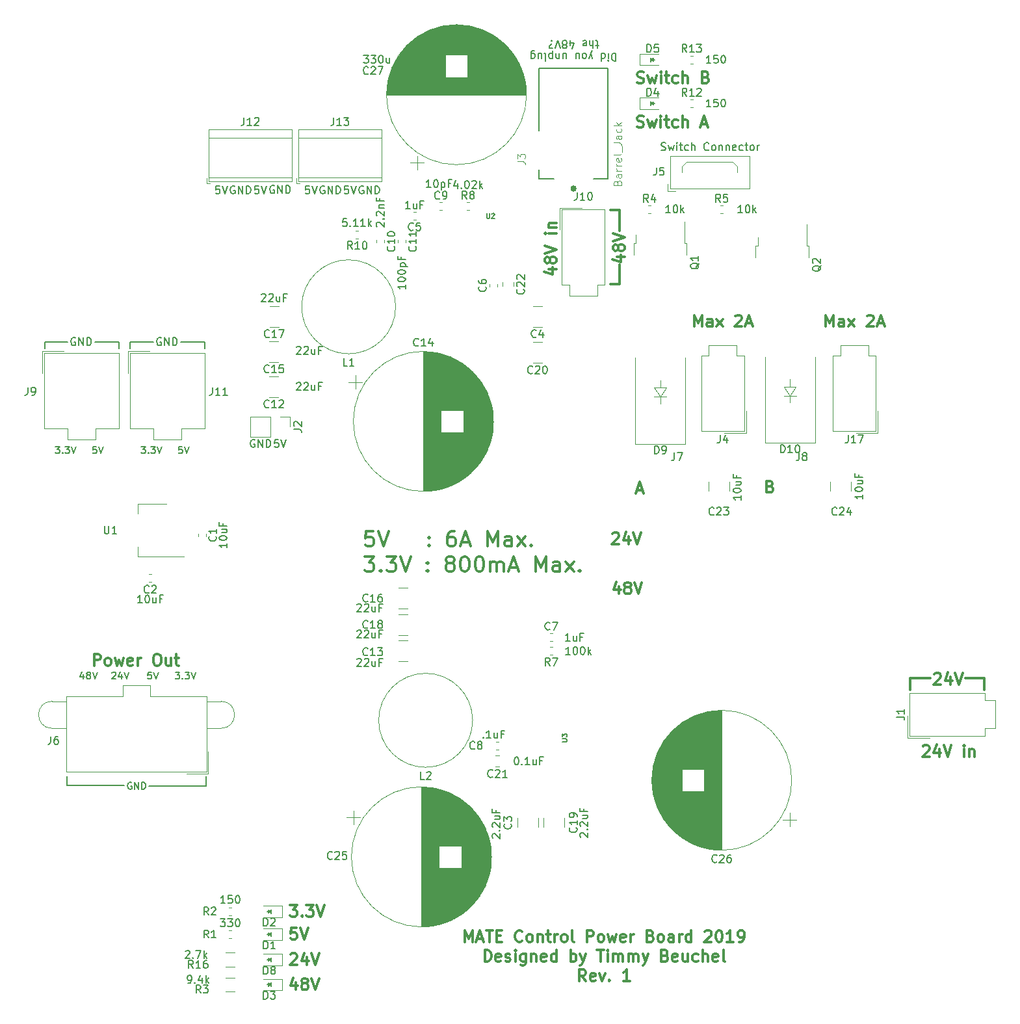
<source format=gto>
G04 #@! TF.GenerationSoftware,KiCad,Pcbnew,(5.0.0)*
G04 #@! TF.CreationDate,2019-03-11T00:05:50-04:00*
G04 #@! TF.ProjectId,control board power,636F6E74726F6C20626F61726420706F,rev?*
G04 #@! TF.SameCoordinates,Original*
G04 #@! TF.FileFunction,Legend,Top*
G04 #@! TF.FilePolarity,Positive*
%FSLAX46Y46*%
G04 Gerber Fmt 4.6, Leading zero omitted, Abs format (unit mm)*
G04 Created by KiCad (PCBNEW (5.0.0)) date 03/11/19 00:05:50*
%MOMM*%
%LPD*%
G01*
G04 APERTURE LIST*
%ADD10C,0.200000*%
%ADD11C,0.150000*%
%ADD12C,0.300000*%
%ADD13C,0.120000*%
%ADD14C,0.400000*%
%ADD15C,0.127000*%
%ADD16C,0.100000*%
%ADD17C,0.050000*%
%ADD18C,0.152400*%
G04 APERTURE END LIST*
D10*
X56959500Y-131000500D02*
X56959500Y-129730500D01*
X49466500Y-131000500D02*
X56959500Y-131000500D01*
X38798500Y-130937000D02*
X38798500Y-129730500D01*
X46228000Y-130937000D02*
X38798500Y-130937000D01*
D11*
X75438023Y-52855880D02*
X74961833Y-52855880D01*
X74914214Y-53332071D01*
X74961833Y-53284452D01*
X75057071Y-53236833D01*
X75295166Y-53236833D01*
X75390404Y-53284452D01*
X75438023Y-53332071D01*
X75485642Y-53427309D01*
X75485642Y-53665404D01*
X75438023Y-53760642D01*
X75390404Y-53808261D01*
X75295166Y-53855880D01*
X75057071Y-53855880D01*
X74961833Y-53808261D01*
X74914214Y-53760642D01*
X75771357Y-52855880D02*
X76104690Y-53855880D01*
X76438023Y-52855880D01*
X77406595Y-52903500D02*
X77311357Y-52855880D01*
X77168500Y-52855880D01*
X77025642Y-52903500D01*
X76930404Y-52998738D01*
X76882785Y-53093976D01*
X76835166Y-53284452D01*
X76835166Y-53427309D01*
X76882785Y-53617785D01*
X76930404Y-53713023D01*
X77025642Y-53808261D01*
X77168500Y-53855880D01*
X77263738Y-53855880D01*
X77406595Y-53808261D01*
X77454214Y-53760642D01*
X77454214Y-53427309D01*
X77263738Y-53427309D01*
X77882785Y-53855880D02*
X77882785Y-52855880D01*
X78454214Y-53855880D01*
X78454214Y-52855880D01*
X78930404Y-53855880D02*
X78930404Y-52855880D01*
X79168500Y-52855880D01*
X79311357Y-52903500D01*
X79406595Y-52998738D01*
X79454214Y-53093976D01*
X79501833Y-53284452D01*
X79501833Y-53427309D01*
X79454214Y-53617785D01*
X79406595Y-53713023D01*
X79311357Y-53808261D01*
X79168500Y-53855880D01*
X78930404Y-53855880D01*
X70358023Y-52855880D02*
X69881833Y-52855880D01*
X69834214Y-53332071D01*
X69881833Y-53284452D01*
X69977071Y-53236833D01*
X70215166Y-53236833D01*
X70310404Y-53284452D01*
X70358023Y-53332071D01*
X70405642Y-53427309D01*
X70405642Y-53665404D01*
X70358023Y-53760642D01*
X70310404Y-53808261D01*
X70215166Y-53855880D01*
X69977071Y-53855880D01*
X69881833Y-53808261D01*
X69834214Y-53760642D01*
X70691357Y-52855880D02*
X71024690Y-53855880D01*
X71358023Y-52855880D01*
X72326595Y-52903500D02*
X72231357Y-52855880D01*
X72088500Y-52855880D01*
X71945642Y-52903500D01*
X71850404Y-52998738D01*
X71802785Y-53093976D01*
X71755166Y-53284452D01*
X71755166Y-53427309D01*
X71802785Y-53617785D01*
X71850404Y-53713023D01*
X71945642Y-53808261D01*
X72088500Y-53855880D01*
X72183738Y-53855880D01*
X72326595Y-53808261D01*
X72374214Y-53760642D01*
X72374214Y-53427309D01*
X72183738Y-53427309D01*
X72802785Y-53855880D02*
X72802785Y-52855880D01*
X73374214Y-53855880D01*
X73374214Y-52855880D01*
X73850404Y-53855880D02*
X73850404Y-52855880D01*
X74088500Y-52855880D01*
X74231357Y-52903500D01*
X74326595Y-52998738D01*
X74374214Y-53093976D01*
X74421833Y-53284452D01*
X74421833Y-53427309D01*
X74374214Y-53617785D01*
X74326595Y-53713023D01*
X74231357Y-53808261D01*
X74088500Y-53855880D01*
X73850404Y-53855880D01*
X63754023Y-52855880D02*
X63277833Y-52855880D01*
X63230214Y-53332071D01*
X63277833Y-53284452D01*
X63373071Y-53236833D01*
X63611166Y-53236833D01*
X63706404Y-53284452D01*
X63754023Y-53332071D01*
X63801642Y-53427309D01*
X63801642Y-53665404D01*
X63754023Y-53760642D01*
X63706404Y-53808261D01*
X63611166Y-53855880D01*
X63373071Y-53855880D01*
X63277833Y-53808261D01*
X63230214Y-53760642D01*
X64087357Y-52855880D02*
X64420690Y-53855880D01*
X64754023Y-52855880D01*
X65786095Y-52840000D02*
X65690857Y-52792380D01*
X65548000Y-52792380D01*
X65405142Y-52840000D01*
X65309904Y-52935238D01*
X65262285Y-53030476D01*
X65214666Y-53220952D01*
X65214666Y-53363809D01*
X65262285Y-53554285D01*
X65309904Y-53649523D01*
X65405142Y-53744761D01*
X65548000Y-53792380D01*
X65643238Y-53792380D01*
X65786095Y-53744761D01*
X65833714Y-53697142D01*
X65833714Y-53363809D01*
X65643238Y-53363809D01*
X66262285Y-53792380D02*
X66262285Y-52792380D01*
X66833714Y-53792380D01*
X66833714Y-52792380D01*
X67309904Y-53792380D02*
X67309904Y-52792380D01*
X67548000Y-52792380D01*
X67690857Y-52840000D01*
X67786095Y-52935238D01*
X67833714Y-53030476D01*
X67881333Y-53220952D01*
X67881333Y-53363809D01*
X67833714Y-53554285D01*
X67786095Y-53649523D01*
X67690857Y-53744761D01*
X67548000Y-53792380D01*
X67309904Y-53792380D01*
X60642595Y-52903500D02*
X60547357Y-52855880D01*
X60404500Y-52855880D01*
X60261642Y-52903500D01*
X60166404Y-52998738D01*
X60118785Y-53093976D01*
X60071166Y-53284452D01*
X60071166Y-53427309D01*
X60118785Y-53617785D01*
X60166404Y-53713023D01*
X60261642Y-53808261D01*
X60404500Y-53855880D01*
X60499738Y-53855880D01*
X60642595Y-53808261D01*
X60690214Y-53760642D01*
X60690214Y-53427309D01*
X60499738Y-53427309D01*
X61118785Y-53855880D02*
X61118785Y-52855880D01*
X61690214Y-53855880D01*
X61690214Y-52855880D01*
X62166404Y-53855880D02*
X62166404Y-52855880D01*
X62404500Y-52855880D01*
X62547357Y-52903500D01*
X62642595Y-52998738D01*
X62690214Y-53093976D01*
X62737833Y-53284452D01*
X62737833Y-53427309D01*
X62690214Y-53617785D01*
X62642595Y-53713023D01*
X62547357Y-53808261D01*
X62404500Y-53855880D01*
X62166404Y-53855880D01*
X58674023Y-52855880D02*
X58197833Y-52855880D01*
X58150214Y-53332071D01*
X58197833Y-53284452D01*
X58293071Y-53236833D01*
X58531166Y-53236833D01*
X58626404Y-53284452D01*
X58674023Y-53332071D01*
X58721642Y-53427309D01*
X58721642Y-53665404D01*
X58674023Y-53760642D01*
X58626404Y-53808261D01*
X58531166Y-53855880D01*
X58293071Y-53855880D01*
X58197833Y-53808261D01*
X58150214Y-53760642D01*
X59007357Y-52855880D02*
X59340690Y-53855880D01*
X59674023Y-52855880D01*
D12*
X110744000Y-65659000D02*
X109601000Y-65659000D01*
X110744000Y-63119000D02*
X110744000Y-65659000D01*
X110744000Y-56007000D02*
X109601000Y-56007000D01*
X110744000Y-58674000D02*
X110744000Y-56007000D01*
X110422571Y-62031428D02*
X111422571Y-62031428D01*
X109851142Y-62388571D02*
X110922571Y-62745714D01*
X110922571Y-61817142D01*
X110565428Y-61031428D02*
X110494000Y-61174285D01*
X110422571Y-61245714D01*
X110279714Y-61317142D01*
X110208285Y-61317142D01*
X110065428Y-61245714D01*
X109994000Y-61174285D01*
X109922571Y-61031428D01*
X109922571Y-60745714D01*
X109994000Y-60602857D01*
X110065428Y-60531428D01*
X110208285Y-60460000D01*
X110279714Y-60460000D01*
X110422571Y-60531428D01*
X110494000Y-60602857D01*
X110565428Y-60745714D01*
X110565428Y-61031428D01*
X110636857Y-61174285D01*
X110708285Y-61245714D01*
X110851142Y-61317142D01*
X111136857Y-61317142D01*
X111279714Y-61245714D01*
X111351142Y-61174285D01*
X111422571Y-61031428D01*
X111422571Y-60745714D01*
X111351142Y-60602857D01*
X111279714Y-60531428D01*
X111136857Y-60460000D01*
X110851142Y-60460000D01*
X110708285Y-60531428D01*
X110636857Y-60602857D01*
X110565428Y-60745714D01*
X109922571Y-60031428D02*
X111422571Y-59531428D01*
X109922571Y-59031428D01*
X158242000Y-116967000D02*
X158242000Y-118491000D01*
X155829000Y-116967000D02*
X158242000Y-116967000D01*
X148590000Y-116967000D02*
X148590000Y-118491000D01*
X151257000Y-116967000D02*
X148590000Y-116967000D01*
X151757285Y-116415428D02*
X151828714Y-116344000D01*
X151971571Y-116272571D01*
X152328714Y-116272571D01*
X152471571Y-116344000D01*
X152543000Y-116415428D01*
X152614428Y-116558285D01*
X152614428Y-116701142D01*
X152543000Y-116915428D01*
X151685857Y-117772571D01*
X152614428Y-117772571D01*
X153900142Y-116772571D02*
X153900142Y-117772571D01*
X153543000Y-116201142D02*
X153185857Y-117272571D01*
X154114428Y-117272571D01*
X154471571Y-116272571D02*
X154971571Y-117772571D01*
X155471571Y-116272571D01*
X101532571Y-63638571D02*
X102532571Y-63638571D01*
X100961142Y-63995714D02*
X102032571Y-64352857D01*
X102032571Y-63424285D01*
X101675428Y-62638571D02*
X101604000Y-62781428D01*
X101532571Y-62852857D01*
X101389714Y-62924285D01*
X101318285Y-62924285D01*
X101175428Y-62852857D01*
X101104000Y-62781428D01*
X101032571Y-62638571D01*
X101032571Y-62352857D01*
X101104000Y-62210000D01*
X101175428Y-62138571D01*
X101318285Y-62067142D01*
X101389714Y-62067142D01*
X101532571Y-62138571D01*
X101604000Y-62210000D01*
X101675428Y-62352857D01*
X101675428Y-62638571D01*
X101746857Y-62781428D01*
X101818285Y-62852857D01*
X101961142Y-62924285D01*
X102246857Y-62924285D01*
X102389714Y-62852857D01*
X102461142Y-62781428D01*
X102532571Y-62638571D01*
X102532571Y-62352857D01*
X102461142Y-62210000D01*
X102389714Y-62138571D01*
X102246857Y-62067142D01*
X101961142Y-62067142D01*
X101818285Y-62138571D01*
X101746857Y-62210000D01*
X101675428Y-62352857D01*
X101032571Y-61638571D02*
X102532571Y-61138571D01*
X101032571Y-60638571D01*
X102532571Y-58995714D02*
X101532571Y-58995714D01*
X101032571Y-58995714D02*
X101104000Y-59067142D01*
X101175428Y-58995714D01*
X101104000Y-58924285D01*
X101032571Y-58995714D01*
X101175428Y-58995714D01*
X101532571Y-58281428D02*
X102532571Y-58281428D01*
X101675428Y-58281428D02*
X101604000Y-58210000D01*
X101532571Y-58067142D01*
X101532571Y-57852857D01*
X101604000Y-57710000D01*
X101746857Y-57638571D01*
X102532571Y-57638571D01*
D11*
X63246095Y-85923500D02*
X63150857Y-85875880D01*
X63008000Y-85875880D01*
X62865142Y-85923500D01*
X62769904Y-86018738D01*
X62722285Y-86113976D01*
X62674666Y-86304452D01*
X62674666Y-86447309D01*
X62722285Y-86637785D01*
X62769904Y-86733023D01*
X62865142Y-86828261D01*
X63008000Y-86875880D01*
X63103238Y-86875880D01*
X63246095Y-86828261D01*
X63293714Y-86780642D01*
X63293714Y-86447309D01*
X63103238Y-86447309D01*
X63722285Y-86875880D02*
X63722285Y-85875880D01*
X64293714Y-86875880D01*
X64293714Y-85875880D01*
X64769904Y-86875880D02*
X64769904Y-85875880D01*
X65008000Y-85875880D01*
X65150857Y-85923500D01*
X65246095Y-86018738D01*
X65293714Y-86113976D01*
X65341333Y-86304452D01*
X65341333Y-86447309D01*
X65293714Y-86637785D01*
X65246095Y-86733023D01*
X65150857Y-86828261D01*
X65008000Y-86875880D01*
X64769904Y-86875880D01*
X66357523Y-85875880D02*
X65881333Y-85875880D01*
X65833714Y-86352071D01*
X65881333Y-86304452D01*
X65976571Y-86256833D01*
X66214666Y-86256833D01*
X66309904Y-86304452D01*
X66357523Y-86352071D01*
X66405142Y-86447309D01*
X66405142Y-86685404D01*
X66357523Y-86780642D01*
X66309904Y-86828261D01*
X66214666Y-86875880D01*
X65976571Y-86875880D01*
X65881333Y-86828261D01*
X65833714Y-86780642D01*
X66690857Y-85875880D02*
X67024190Y-86875880D01*
X67357523Y-85875880D01*
D12*
X150277142Y-125813428D02*
X150348571Y-125742000D01*
X150491428Y-125670571D01*
X150848571Y-125670571D01*
X150991428Y-125742000D01*
X151062857Y-125813428D01*
X151134285Y-125956285D01*
X151134285Y-126099142D01*
X151062857Y-126313428D01*
X150205714Y-127170571D01*
X151134285Y-127170571D01*
X152420000Y-126170571D02*
X152420000Y-127170571D01*
X152062857Y-125599142D02*
X151705714Y-126670571D01*
X152634285Y-126670571D01*
X152991428Y-125670571D02*
X153491428Y-127170571D01*
X153991428Y-125670571D01*
X155634285Y-127170571D02*
X155634285Y-126170571D01*
X155634285Y-125670571D02*
X155562857Y-125742000D01*
X155634285Y-125813428D01*
X155705714Y-125742000D01*
X155634285Y-125670571D01*
X155634285Y-125813428D01*
X156348571Y-126170571D02*
X156348571Y-127170571D01*
X156348571Y-126313428D02*
X156420000Y-126242000D01*
X156562857Y-126170571D01*
X156777142Y-126170571D01*
X156920000Y-126242000D01*
X156991428Y-126384857D01*
X156991428Y-127170571D01*
X78712571Y-97775261D02*
X77760190Y-97775261D01*
X77664952Y-98727642D01*
X77760190Y-98632404D01*
X77950666Y-98537166D01*
X78426857Y-98537166D01*
X78617333Y-98632404D01*
X78712571Y-98727642D01*
X78807809Y-98918119D01*
X78807809Y-99394309D01*
X78712571Y-99584785D01*
X78617333Y-99680023D01*
X78426857Y-99775261D01*
X77950666Y-99775261D01*
X77760190Y-99680023D01*
X77664952Y-99584785D01*
X79379238Y-97775261D02*
X80045904Y-99775261D01*
X80712571Y-97775261D01*
X85950666Y-99584785D02*
X86045904Y-99680023D01*
X85950666Y-99775261D01*
X85855428Y-99680023D01*
X85950666Y-99584785D01*
X85950666Y-99775261D01*
X85950666Y-98537166D02*
X86045904Y-98632404D01*
X85950666Y-98727642D01*
X85855428Y-98632404D01*
X85950666Y-98537166D01*
X85950666Y-98727642D01*
X89284000Y-97775261D02*
X88903047Y-97775261D01*
X88712571Y-97870500D01*
X88617333Y-97965738D01*
X88426857Y-98251452D01*
X88331619Y-98632404D01*
X88331619Y-99394309D01*
X88426857Y-99584785D01*
X88522095Y-99680023D01*
X88712571Y-99775261D01*
X89093523Y-99775261D01*
X89284000Y-99680023D01*
X89379238Y-99584785D01*
X89474476Y-99394309D01*
X89474476Y-98918119D01*
X89379238Y-98727642D01*
X89284000Y-98632404D01*
X89093523Y-98537166D01*
X88712571Y-98537166D01*
X88522095Y-98632404D01*
X88426857Y-98727642D01*
X88331619Y-98918119D01*
X90236380Y-99203833D02*
X91188761Y-99203833D01*
X90045904Y-99775261D02*
X90712571Y-97775261D01*
X91379238Y-99775261D01*
X93569714Y-99775261D02*
X93569714Y-97775261D01*
X94236380Y-99203833D01*
X94903047Y-97775261D01*
X94903047Y-99775261D01*
X96712571Y-99775261D02*
X96712571Y-98727642D01*
X96617333Y-98537166D01*
X96426857Y-98441928D01*
X96045904Y-98441928D01*
X95855428Y-98537166D01*
X96712571Y-99680023D02*
X96522095Y-99775261D01*
X96045904Y-99775261D01*
X95855428Y-99680023D01*
X95760190Y-99489547D01*
X95760190Y-99299071D01*
X95855428Y-99108595D01*
X96045904Y-99013357D01*
X96522095Y-99013357D01*
X96712571Y-98918119D01*
X97474476Y-99775261D02*
X98522095Y-98441928D01*
X97474476Y-98441928D02*
X98522095Y-99775261D01*
X99284000Y-99584785D02*
X99379238Y-99680023D01*
X99284000Y-99775261D01*
X99188761Y-99680023D01*
X99284000Y-99584785D01*
X99284000Y-99775261D01*
X77569714Y-101075261D02*
X78807809Y-101075261D01*
X78141142Y-101837166D01*
X78426857Y-101837166D01*
X78617333Y-101932404D01*
X78712571Y-102027642D01*
X78807809Y-102218119D01*
X78807809Y-102694309D01*
X78712571Y-102884785D01*
X78617333Y-102980023D01*
X78426857Y-103075261D01*
X77855428Y-103075261D01*
X77664952Y-102980023D01*
X77569714Y-102884785D01*
X79664952Y-102884785D02*
X79760190Y-102980023D01*
X79664952Y-103075261D01*
X79569714Y-102980023D01*
X79664952Y-102884785D01*
X79664952Y-103075261D01*
X80426857Y-101075261D02*
X81664952Y-101075261D01*
X80998285Y-101837166D01*
X81284000Y-101837166D01*
X81474476Y-101932404D01*
X81569714Y-102027642D01*
X81664952Y-102218119D01*
X81664952Y-102694309D01*
X81569714Y-102884785D01*
X81474476Y-102980023D01*
X81284000Y-103075261D01*
X80712571Y-103075261D01*
X80522095Y-102980023D01*
X80426857Y-102884785D01*
X82236380Y-101075261D02*
X82903047Y-103075261D01*
X83569714Y-101075261D01*
X85760190Y-102884785D02*
X85855428Y-102980023D01*
X85760190Y-103075261D01*
X85664952Y-102980023D01*
X85760190Y-102884785D01*
X85760190Y-103075261D01*
X85760190Y-101837166D02*
X85855428Y-101932404D01*
X85760190Y-102027642D01*
X85664952Y-101932404D01*
X85760190Y-101837166D01*
X85760190Y-102027642D01*
X88522095Y-101932404D02*
X88331619Y-101837166D01*
X88236380Y-101741928D01*
X88141142Y-101551452D01*
X88141142Y-101456214D01*
X88236380Y-101265738D01*
X88331619Y-101170500D01*
X88522095Y-101075261D01*
X88903047Y-101075261D01*
X89093523Y-101170500D01*
X89188761Y-101265738D01*
X89284000Y-101456214D01*
X89284000Y-101551452D01*
X89188761Y-101741928D01*
X89093523Y-101837166D01*
X88903047Y-101932404D01*
X88522095Y-101932404D01*
X88331619Y-102027642D01*
X88236380Y-102122880D01*
X88141142Y-102313357D01*
X88141142Y-102694309D01*
X88236380Y-102884785D01*
X88331619Y-102980023D01*
X88522095Y-103075261D01*
X88903047Y-103075261D01*
X89093523Y-102980023D01*
X89188761Y-102884785D01*
X89284000Y-102694309D01*
X89284000Y-102313357D01*
X89188761Y-102122880D01*
X89093523Y-102027642D01*
X88903047Y-101932404D01*
X90522095Y-101075261D02*
X90712571Y-101075261D01*
X90903047Y-101170500D01*
X90998285Y-101265738D01*
X91093523Y-101456214D01*
X91188761Y-101837166D01*
X91188761Y-102313357D01*
X91093523Y-102694309D01*
X90998285Y-102884785D01*
X90903047Y-102980023D01*
X90712571Y-103075261D01*
X90522095Y-103075261D01*
X90331619Y-102980023D01*
X90236380Y-102884785D01*
X90141142Y-102694309D01*
X90045904Y-102313357D01*
X90045904Y-101837166D01*
X90141142Y-101456214D01*
X90236380Y-101265738D01*
X90331619Y-101170500D01*
X90522095Y-101075261D01*
X92426857Y-101075261D02*
X92617333Y-101075261D01*
X92807809Y-101170500D01*
X92903047Y-101265738D01*
X92998285Y-101456214D01*
X93093523Y-101837166D01*
X93093523Y-102313357D01*
X92998285Y-102694309D01*
X92903047Y-102884785D01*
X92807809Y-102980023D01*
X92617333Y-103075261D01*
X92426857Y-103075261D01*
X92236380Y-102980023D01*
X92141142Y-102884785D01*
X92045904Y-102694309D01*
X91950666Y-102313357D01*
X91950666Y-101837166D01*
X92045904Y-101456214D01*
X92141142Y-101265738D01*
X92236380Y-101170500D01*
X92426857Y-101075261D01*
X93950666Y-103075261D02*
X93950666Y-101741928D01*
X93950666Y-101932404D02*
X94045904Y-101837166D01*
X94236380Y-101741928D01*
X94522095Y-101741928D01*
X94712571Y-101837166D01*
X94807809Y-102027642D01*
X94807809Y-103075261D01*
X94807809Y-102027642D02*
X94903047Y-101837166D01*
X95093523Y-101741928D01*
X95379238Y-101741928D01*
X95569714Y-101837166D01*
X95664952Y-102027642D01*
X95664952Y-103075261D01*
X96522095Y-102503833D02*
X97474476Y-102503833D01*
X96331619Y-103075261D02*
X96998285Y-101075261D01*
X97664952Y-103075261D01*
X99855428Y-103075261D02*
X99855428Y-101075261D01*
X100522095Y-102503833D01*
X101188761Y-101075261D01*
X101188761Y-103075261D01*
X102998285Y-103075261D02*
X102998285Y-102027642D01*
X102903047Y-101837166D01*
X102712571Y-101741928D01*
X102331619Y-101741928D01*
X102141142Y-101837166D01*
X102998285Y-102980023D02*
X102807809Y-103075261D01*
X102331619Y-103075261D01*
X102141142Y-102980023D01*
X102045904Y-102789547D01*
X102045904Y-102599071D01*
X102141142Y-102408595D01*
X102331619Y-102313357D01*
X102807809Y-102313357D01*
X102998285Y-102218119D01*
X103760190Y-103075261D02*
X104807809Y-101741928D01*
X103760190Y-101741928D02*
X104807809Y-103075261D01*
X105569714Y-102884785D02*
X105664952Y-102980023D01*
X105569714Y-103075261D01*
X105474476Y-102980023D01*
X105569714Y-102884785D01*
X105569714Y-103075261D01*
D11*
X116197857Y-48156761D02*
X116340714Y-48204380D01*
X116578809Y-48204380D01*
X116674047Y-48156761D01*
X116721666Y-48109142D01*
X116769285Y-48013904D01*
X116769285Y-47918666D01*
X116721666Y-47823428D01*
X116674047Y-47775809D01*
X116578809Y-47728190D01*
X116388333Y-47680571D01*
X116293095Y-47632952D01*
X116245476Y-47585333D01*
X116197857Y-47490095D01*
X116197857Y-47394857D01*
X116245476Y-47299619D01*
X116293095Y-47252000D01*
X116388333Y-47204380D01*
X116626428Y-47204380D01*
X116769285Y-47252000D01*
X117102619Y-47537714D02*
X117293095Y-48204380D01*
X117483571Y-47728190D01*
X117674047Y-48204380D01*
X117864523Y-47537714D01*
X118245476Y-48204380D02*
X118245476Y-47537714D01*
X118245476Y-47204380D02*
X118197857Y-47252000D01*
X118245476Y-47299619D01*
X118293095Y-47252000D01*
X118245476Y-47204380D01*
X118245476Y-47299619D01*
X118578809Y-47537714D02*
X118959761Y-47537714D01*
X118721666Y-47204380D02*
X118721666Y-48061523D01*
X118769285Y-48156761D01*
X118864523Y-48204380D01*
X118959761Y-48204380D01*
X119721666Y-48156761D02*
X119626428Y-48204380D01*
X119435952Y-48204380D01*
X119340714Y-48156761D01*
X119293095Y-48109142D01*
X119245476Y-48013904D01*
X119245476Y-47728190D01*
X119293095Y-47632952D01*
X119340714Y-47585333D01*
X119435952Y-47537714D01*
X119626428Y-47537714D01*
X119721666Y-47585333D01*
X120150238Y-48204380D02*
X120150238Y-47204380D01*
X120578809Y-48204380D02*
X120578809Y-47680571D01*
X120531190Y-47585333D01*
X120435952Y-47537714D01*
X120293095Y-47537714D01*
X120197857Y-47585333D01*
X120150238Y-47632952D01*
X122388333Y-48109142D02*
X122340714Y-48156761D01*
X122197857Y-48204380D01*
X122102619Y-48204380D01*
X121959761Y-48156761D01*
X121864523Y-48061523D01*
X121816904Y-47966285D01*
X121769285Y-47775809D01*
X121769285Y-47632952D01*
X121816904Y-47442476D01*
X121864523Y-47347238D01*
X121959761Y-47252000D01*
X122102619Y-47204380D01*
X122197857Y-47204380D01*
X122340714Y-47252000D01*
X122388333Y-47299619D01*
X122959761Y-48204380D02*
X122864523Y-48156761D01*
X122816904Y-48109142D01*
X122769285Y-48013904D01*
X122769285Y-47728190D01*
X122816904Y-47632952D01*
X122864523Y-47585333D01*
X122959761Y-47537714D01*
X123102619Y-47537714D01*
X123197857Y-47585333D01*
X123245476Y-47632952D01*
X123293095Y-47728190D01*
X123293095Y-48013904D01*
X123245476Y-48109142D01*
X123197857Y-48156761D01*
X123102619Y-48204380D01*
X122959761Y-48204380D01*
X123721666Y-47537714D02*
X123721666Y-48204380D01*
X123721666Y-47632952D02*
X123769285Y-47585333D01*
X123864523Y-47537714D01*
X124007380Y-47537714D01*
X124102619Y-47585333D01*
X124150238Y-47680571D01*
X124150238Y-48204380D01*
X124626428Y-47537714D02*
X124626428Y-48204380D01*
X124626428Y-47632952D02*
X124674047Y-47585333D01*
X124769285Y-47537714D01*
X124912142Y-47537714D01*
X125007380Y-47585333D01*
X125055000Y-47680571D01*
X125055000Y-48204380D01*
X125912142Y-48156761D02*
X125816904Y-48204380D01*
X125626428Y-48204380D01*
X125531190Y-48156761D01*
X125483571Y-48061523D01*
X125483571Y-47680571D01*
X125531190Y-47585333D01*
X125626428Y-47537714D01*
X125816904Y-47537714D01*
X125912142Y-47585333D01*
X125959761Y-47680571D01*
X125959761Y-47775809D01*
X125483571Y-47871047D01*
X126816904Y-48156761D02*
X126721666Y-48204380D01*
X126531190Y-48204380D01*
X126435952Y-48156761D01*
X126388333Y-48109142D01*
X126340714Y-48013904D01*
X126340714Y-47728190D01*
X126388333Y-47632952D01*
X126435952Y-47585333D01*
X126531190Y-47537714D01*
X126721666Y-47537714D01*
X126816904Y-47585333D01*
X127102619Y-47537714D02*
X127483571Y-47537714D01*
X127245476Y-47204380D02*
X127245476Y-48061523D01*
X127293095Y-48156761D01*
X127388333Y-48204380D01*
X127483571Y-48204380D01*
X127959761Y-48204380D02*
X127864523Y-48156761D01*
X127816904Y-48109142D01*
X127769285Y-48013904D01*
X127769285Y-47728190D01*
X127816904Y-47632952D01*
X127864523Y-47585333D01*
X127959761Y-47537714D01*
X128102619Y-47537714D01*
X128197857Y-47585333D01*
X128245476Y-47632952D01*
X128293095Y-47728190D01*
X128293095Y-48013904D01*
X128245476Y-48109142D01*
X128197857Y-48156761D01*
X128102619Y-48204380D01*
X127959761Y-48204380D01*
X128721666Y-48204380D02*
X128721666Y-47537714D01*
X128721666Y-47728190D02*
X128769285Y-47632952D01*
X128816904Y-47585333D01*
X128912142Y-47537714D01*
X129007380Y-47537714D01*
X56769000Y-73152000D02*
X56769000Y-74041000D01*
X53594000Y-73152000D02*
X56769000Y-73152000D01*
X46990000Y-73152000D02*
X46990000Y-74041000D01*
X50038000Y-73152000D02*
X46990000Y-73152000D01*
X45593000Y-73152000D02*
X45593000Y-74041000D01*
X42418000Y-73152000D02*
X45593000Y-73152000D01*
X35941000Y-73152000D02*
X35941000Y-74041000D01*
X38862000Y-73152000D02*
X35941000Y-73152000D01*
X48455428Y-86756142D02*
X49012571Y-86756142D01*
X48712571Y-87099000D01*
X48841142Y-87099000D01*
X48926857Y-87141857D01*
X48969714Y-87184714D01*
X49012571Y-87270428D01*
X49012571Y-87484714D01*
X48969714Y-87570428D01*
X48926857Y-87613285D01*
X48841142Y-87656142D01*
X48584000Y-87656142D01*
X48498285Y-87613285D01*
X48455428Y-87570428D01*
X49398285Y-87570428D02*
X49441142Y-87613285D01*
X49398285Y-87656142D01*
X49355428Y-87613285D01*
X49398285Y-87570428D01*
X49398285Y-87656142D01*
X49741142Y-86756142D02*
X50298285Y-86756142D01*
X49998285Y-87099000D01*
X50126857Y-87099000D01*
X50212571Y-87141857D01*
X50255428Y-87184714D01*
X50298285Y-87270428D01*
X50298285Y-87484714D01*
X50255428Y-87570428D01*
X50212571Y-87613285D01*
X50126857Y-87656142D01*
X49869714Y-87656142D01*
X49784000Y-87613285D01*
X49741142Y-87570428D01*
X50555428Y-86756142D02*
X50855428Y-87656142D01*
X51155428Y-86756142D01*
X53803571Y-86756142D02*
X53375000Y-86756142D01*
X53332142Y-87184714D01*
X53375000Y-87141857D01*
X53460714Y-87099000D01*
X53675000Y-87099000D01*
X53760714Y-87141857D01*
X53803571Y-87184714D01*
X53846428Y-87270428D01*
X53846428Y-87484714D01*
X53803571Y-87570428D01*
X53760714Y-87613285D01*
X53675000Y-87656142D01*
X53460714Y-87656142D01*
X53375000Y-87613285D01*
X53332142Y-87570428D01*
X54103571Y-86756142D02*
X54403571Y-87656142D01*
X54703571Y-86756142D01*
X42627571Y-86756142D02*
X42199000Y-86756142D01*
X42156142Y-87184714D01*
X42199000Y-87141857D01*
X42284714Y-87099000D01*
X42499000Y-87099000D01*
X42584714Y-87141857D01*
X42627571Y-87184714D01*
X42670428Y-87270428D01*
X42670428Y-87484714D01*
X42627571Y-87570428D01*
X42584714Y-87613285D01*
X42499000Y-87656142D01*
X42284714Y-87656142D01*
X42199000Y-87613285D01*
X42156142Y-87570428D01*
X42927571Y-86756142D02*
X43227571Y-87656142D01*
X43527571Y-86756142D01*
X37279428Y-86756142D02*
X37836571Y-86756142D01*
X37536571Y-87099000D01*
X37665142Y-87099000D01*
X37750857Y-87141857D01*
X37793714Y-87184714D01*
X37836571Y-87270428D01*
X37836571Y-87484714D01*
X37793714Y-87570428D01*
X37750857Y-87613285D01*
X37665142Y-87656142D01*
X37408000Y-87656142D01*
X37322285Y-87613285D01*
X37279428Y-87570428D01*
X38222285Y-87570428D02*
X38265142Y-87613285D01*
X38222285Y-87656142D01*
X38179428Y-87613285D01*
X38222285Y-87570428D01*
X38222285Y-87656142D01*
X38565142Y-86756142D02*
X39122285Y-86756142D01*
X38822285Y-87099000D01*
X38950857Y-87099000D01*
X39036571Y-87141857D01*
X39079428Y-87184714D01*
X39122285Y-87270428D01*
X39122285Y-87484714D01*
X39079428Y-87570428D01*
X39036571Y-87613285D01*
X38950857Y-87656142D01*
X38693714Y-87656142D01*
X38608000Y-87613285D01*
X38565142Y-87570428D01*
X39379428Y-86756142D02*
X39679428Y-87656142D01*
X39979428Y-86756142D01*
X51054095Y-72652000D02*
X50958857Y-72604380D01*
X50816000Y-72604380D01*
X50673142Y-72652000D01*
X50577904Y-72747238D01*
X50530285Y-72842476D01*
X50482666Y-73032952D01*
X50482666Y-73175809D01*
X50530285Y-73366285D01*
X50577904Y-73461523D01*
X50673142Y-73556761D01*
X50816000Y-73604380D01*
X50911238Y-73604380D01*
X51054095Y-73556761D01*
X51101714Y-73509142D01*
X51101714Y-73175809D01*
X50911238Y-73175809D01*
X51530285Y-73604380D02*
X51530285Y-72604380D01*
X52101714Y-73604380D01*
X52101714Y-72604380D01*
X52577904Y-73604380D02*
X52577904Y-72604380D01*
X52816000Y-72604380D01*
X52958857Y-72652000D01*
X53054095Y-72747238D01*
X53101714Y-72842476D01*
X53149333Y-73032952D01*
X53149333Y-73175809D01*
X53101714Y-73366285D01*
X53054095Y-73461523D01*
X52958857Y-73556761D01*
X52816000Y-73604380D01*
X52577904Y-73604380D01*
X39878095Y-72652000D02*
X39782857Y-72604380D01*
X39640000Y-72604380D01*
X39497142Y-72652000D01*
X39401904Y-72747238D01*
X39354285Y-72842476D01*
X39306666Y-73032952D01*
X39306666Y-73175809D01*
X39354285Y-73366285D01*
X39401904Y-73461523D01*
X39497142Y-73556761D01*
X39640000Y-73604380D01*
X39735238Y-73604380D01*
X39878095Y-73556761D01*
X39925714Y-73509142D01*
X39925714Y-73175809D01*
X39735238Y-73175809D01*
X40354285Y-73604380D02*
X40354285Y-72604380D01*
X40925714Y-73604380D01*
X40925714Y-72604380D01*
X41401904Y-73604380D02*
X41401904Y-72604380D01*
X41640000Y-72604380D01*
X41782857Y-72652000D01*
X41878095Y-72747238D01*
X41925714Y-72842476D01*
X41973333Y-73032952D01*
X41973333Y-73175809D01*
X41925714Y-73366285D01*
X41878095Y-73461523D01*
X41782857Y-73556761D01*
X41640000Y-73604380D01*
X41401904Y-73604380D01*
D12*
X137636714Y-71163571D02*
X137636714Y-69663571D01*
X138136714Y-70735000D01*
X138636714Y-69663571D01*
X138636714Y-71163571D01*
X139993857Y-71163571D02*
X139993857Y-70377857D01*
X139922428Y-70235000D01*
X139779571Y-70163571D01*
X139493857Y-70163571D01*
X139351000Y-70235000D01*
X139993857Y-71092142D02*
X139851000Y-71163571D01*
X139493857Y-71163571D01*
X139351000Y-71092142D01*
X139279571Y-70949285D01*
X139279571Y-70806428D01*
X139351000Y-70663571D01*
X139493857Y-70592142D01*
X139851000Y-70592142D01*
X139993857Y-70520714D01*
X140565285Y-71163571D02*
X141351000Y-70163571D01*
X140565285Y-70163571D02*
X141351000Y-71163571D01*
X142993857Y-69806428D02*
X143065285Y-69735000D01*
X143208142Y-69663571D01*
X143565285Y-69663571D01*
X143708142Y-69735000D01*
X143779571Y-69806428D01*
X143851000Y-69949285D01*
X143851000Y-70092142D01*
X143779571Y-70306428D01*
X142922428Y-71163571D01*
X143851000Y-71163571D01*
X144422428Y-70735000D02*
X145136714Y-70735000D01*
X144279571Y-71163571D02*
X144779571Y-69663571D01*
X145279571Y-71163571D01*
X120491714Y-71163571D02*
X120491714Y-69663571D01*
X120991714Y-70735000D01*
X121491714Y-69663571D01*
X121491714Y-71163571D01*
X122848857Y-71163571D02*
X122848857Y-70377857D01*
X122777428Y-70235000D01*
X122634571Y-70163571D01*
X122348857Y-70163571D01*
X122206000Y-70235000D01*
X122848857Y-71092142D02*
X122706000Y-71163571D01*
X122348857Y-71163571D01*
X122206000Y-71092142D01*
X122134571Y-70949285D01*
X122134571Y-70806428D01*
X122206000Y-70663571D01*
X122348857Y-70592142D01*
X122706000Y-70592142D01*
X122848857Y-70520714D01*
X123420285Y-71163571D02*
X124206000Y-70163571D01*
X123420285Y-70163571D02*
X124206000Y-71163571D01*
X125848857Y-69806428D02*
X125920285Y-69735000D01*
X126063142Y-69663571D01*
X126420285Y-69663571D01*
X126563142Y-69735000D01*
X126634571Y-69806428D01*
X126706000Y-69949285D01*
X126706000Y-70092142D01*
X126634571Y-70306428D01*
X125777428Y-71163571D01*
X126706000Y-71163571D01*
X127277428Y-70735000D02*
X127991714Y-70735000D01*
X127134571Y-71163571D02*
X127634571Y-69663571D01*
X128134571Y-71163571D01*
X130409142Y-91967857D02*
X130623428Y-92039285D01*
X130694857Y-92110714D01*
X130766285Y-92253571D01*
X130766285Y-92467857D01*
X130694857Y-92610714D01*
X130623428Y-92682142D01*
X130480571Y-92753571D01*
X129909142Y-92753571D01*
X129909142Y-91253571D01*
X130409142Y-91253571D01*
X130552000Y-91325000D01*
X130623428Y-91396428D01*
X130694857Y-91539285D01*
X130694857Y-91682142D01*
X130623428Y-91825000D01*
X130552000Y-91896428D01*
X130409142Y-91967857D01*
X129909142Y-91967857D01*
X113053857Y-92452000D02*
X113768142Y-92452000D01*
X112911000Y-92880571D02*
X113411000Y-91380571D01*
X113911000Y-92880571D01*
X110688571Y-104961571D02*
X110688571Y-105961571D01*
X110331428Y-104390142D02*
X109974285Y-105461571D01*
X110902857Y-105461571D01*
X111688571Y-105104428D02*
X111545714Y-105033000D01*
X111474285Y-104961571D01*
X111402857Y-104818714D01*
X111402857Y-104747285D01*
X111474285Y-104604428D01*
X111545714Y-104533000D01*
X111688571Y-104461571D01*
X111974285Y-104461571D01*
X112117142Y-104533000D01*
X112188571Y-104604428D01*
X112260000Y-104747285D01*
X112260000Y-104818714D01*
X112188571Y-104961571D01*
X112117142Y-105033000D01*
X111974285Y-105104428D01*
X111688571Y-105104428D01*
X111545714Y-105175857D01*
X111474285Y-105247285D01*
X111402857Y-105390142D01*
X111402857Y-105675857D01*
X111474285Y-105818714D01*
X111545714Y-105890142D01*
X111688571Y-105961571D01*
X111974285Y-105961571D01*
X112117142Y-105890142D01*
X112188571Y-105818714D01*
X112260000Y-105675857D01*
X112260000Y-105390142D01*
X112188571Y-105247285D01*
X112117142Y-105175857D01*
X111974285Y-105104428D01*
X112688571Y-104461571D02*
X113188571Y-105961571D01*
X113688571Y-104461571D01*
X109847285Y-98127428D02*
X109918714Y-98056000D01*
X110061571Y-97984571D01*
X110418714Y-97984571D01*
X110561571Y-98056000D01*
X110633000Y-98127428D01*
X110704428Y-98270285D01*
X110704428Y-98413142D01*
X110633000Y-98627428D01*
X109775857Y-99484571D01*
X110704428Y-99484571D01*
X111990142Y-98484571D02*
X111990142Y-99484571D01*
X111633000Y-97913142D02*
X111275857Y-98984571D01*
X112204428Y-98984571D01*
X112561571Y-97984571D02*
X113061571Y-99484571D01*
X113561571Y-97984571D01*
D11*
X110298809Y-35551619D02*
X110298809Y-36551619D01*
X110060714Y-36551619D01*
X109917857Y-36504000D01*
X109822619Y-36408761D01*
X109775000Y-36313523D01*
X109727380Y-36123047D01*
X109727380Y-35980190D01*
X109775000Y-35789714D01*
X109822619Y-35694476D01*
X109917857Y-35599238D01*
X110060714Y-35551619D01*
X110298809Y-35551619D01*
X109298809Y-35551619D02*
X109298809Y-36218285D01*
X109298809Y-36551619D02*
X109346428Y-36504000D01*
X109298809Y-36456380D01*
X109251190Y-36504000D01*
X109298809Y-36551619D01*
X109298809Y-36456380D01*
X108394047Y-35551619D02*
X108394047Y-36551619D01*
X108394047Y-35599238D02*
X108489285Y-35551619D01*
X108679761Y-35551619D01*
X108775000Y-35599238D01*
X108822619Y-35646857D01*
X108870238Y-35742095D01*
X108870238Y-36027809D01*
X108822619Y-36123047D01*
X108775000Y-36170666D01*
X108679761Y-36218285D01*
X108489285Y-36218285D01*
X108394047Y-36170666D01*
X107251190Y-36218285D02*
X107013095Y-35551619D01*
X106775000Y-36218285D02*
X107013095Y-35551619D01*
X107108333Y-35313523D01*
X107155952Y-35265904D01*
X107251190Y-35218285D01*
X106251190Y-35551619D02*
X106346428Y-35599238D01*
X106394047Y-35646857D01*
X106441666Y-35742095D01*
X106441666Y-36027809D01*
X106394047Y-36123047D01*
X106346428Y-36170666D01*
X106251190Y-36218285D01*
X106108333Y-36218285D01*
X106013095Y-36170666D01*
X105965476Y-36123047D01*
X105917857Y-36027809D01*
X105917857Y-35742095D01*
X105965476Y-35646857D01*
X106013095Y-35599238D01*
X106108333Y-35551619D01*
X106251190Y-35551619D01*
X105060714Y-36218285D02*
X105060714Y-35551619D01*
X105489285Y-36218285D02*
X105489285Y-35694476D01*
X105441666Y-35599238D01*
X105346428Y-35551619D01*
X105203571Y-35551619D01*
X105108333Y-35599238D01*
X105060714Y-35646857D01*
X103394047Y-36218285D02*
X103394047Y-35551619D01*
X103822619Y-36218285D02*
X103822619Y-35694476D01*
X103775000Y-35599238D01*
X103679761Y-35551619D01*
X103536904Y-35551619D01*
X103441666Y-35599238D01*
X103394047Y-35646857D01*
X102917857Y-36218285D02*
X102917857Y-35551619D01*
X102917857Y-36123047D02*
X102870238Y-36170666D01*
X102775000Y-36218285D01*
X102632142Y-36218285D01*
X102536904Y-36170666D01*
X102489285Y-36075428D01*
X102489285Y-35551619D01*
X102013095Y-36218285D02*
X102013095Y-35218285D01*
X102013095Y-36170666D02*
X101917857Y-36218285D01*
X101727380Y-36218285D01*
X101632142Y-36170666D01*
X101584523Y-36123047D01*
X101536904Y-36027809D01*
X101536904Y-35742095D01*
X101584523Y-35646857D01*
X101632142Y-35599238D01*
X101727380Y-35551619D01*
X101917857Y-35551619D01*
X102013095Y-35599238D01*
X100965476Y-35551619D02*
X101060714Y-35599238D01*
X101108333Y-35694476D01*
X101108333Y-36551619D01*
X100155952Y-36218285D02*
X100155952Y-35551619D01*
X100584523Y-36218285D02*
X100584523Y-35694476D01*
X100536904Y-35599238D01*
X100441666Y-35551619D01*
X100298809Y-35551619D01*
X100203571Y-35599238D01*
X100155952Y-35646857D01*
X99251190Y-36218285D02*
X99251190Y-35408761D01*
X99298809Y-35313523D01*
X99346428Y-35265904D01*
X99441666Y-35218285D01*
X99584523Y-35218285D01*
X99679761Y-35265904D01*
X99251190Y-35599238D02*
X99346428Y-35551619D01*
X99536904Y-35551619D01*
X99632142Y-35599238D01*
X99679761Y-35646857D01*
X99727380Y-35742095D01*
X99727380Y-36027809D01*
X99679761Y-36123047D01*
X99632142Y-36170666D01*
X99536904Y-36218285D01*
X99346428Y-36218285D01*
X99251190Y-36170666D01*
X108036904Y-34568285D02*
X107655952Y-34568285D01*
X107894047Y-34901619D02*
X107894047Y-34044476D01*
X107846428Y-33949238D01*
X107751190Y-33901619D01*
X107655952Y-33901619D01*
X107322619Y-33901619D02*
X107322619Y-34901619D01*
X106894047Y-33901619D02*
X106894047Y-34425428D01*
X106941666Y-34520666D01*
X107036904Y-34568285D01*
X107179761Y-34568285D01*
X107275000Y-34520666D01*
X107322619Y-34473047D01*
X106036904Y-33949238D02*
X106132142Y-33901619D01*
X106322619Y-33901619D01*
X106417857Y-33949238D01*
X106465476Y-34044476D01*
X106465476Y-34425428D01*
X106417857Y-34520666D01*
X106322619Y-34568285D01*
X106132142Y-34568285D01*
X106036904Y-34520666D01*
X105989285Y-34425428D01*
X105989285Y-34330190D01*
X106465476Y-34234952D01*
X104370238Y-34568285D02*
X104370238Y-33901619D01*
X104608333Y-34949238D02*
X104846428Y-34234952D01*
X104227380Y-34234952D01*
X103703571Y-34473047D02*
X103798809Y-34520666D01*
X103846428Y-34568285D01*
X103894047Y-34663523D01*
X103894047Y-34711142D01*
X103846428Y-34806380D01*
X103798809Y-34854000D01*
X103703571Y-34901619D01*
X103513095Y-34901619D01*
X103417857Y-34854000D01*
X103370238Y-34806380D01*
X103322619Y-34711142D01*
X103322619Y-34663523D01*
X103370238Y-34568285D01*
X103417857Y-34520666D01*
X103513095Y-34473047D01*
X103703571Y-34473047D01*
X103798809Y-34425428D01*
X103846428Y-34377809D01*
X103894047Y-34282571D01*
X103894047Y-34092095D01*
X103846428Y-33996857D01*
X103798809Y-33949238D01*
X103703571Y-33901619D01*
X103513095Y-33901619D01*
X103417857Y-33949238D01*
X103370238Y-33996857D01*
X103322619Y-34092095D01*
X103322619Y-34282571D01*
X103370238Y-34377809D01*
X103417857Y-34425428D01*
X103513095Y-34473047D01*
X103036904Y-34901619D02*
X102703571Y-33901619D01*
X102370238Y-34901619D01*
X101894047Y-33996857D02*
X101846428Y-33949238D01*
X101894047Y-33901619D01*
X101941666Y-33949238D01*
X101894047Y-33996857D01*
X101894047Y-33901619D01*
X102084523Y-34854000D02*
X101989285Y-34901619D01*
X101751190Y-34901619D01*
X101655952Y-34854000D01*
X101608333Y-34758761D01*
X101608333Y-34663523D01*
X101655952Y-34568285D01*
X101703571Y-34520666D01*
X101798809Y-34473047D01*
X101846428Y-34425428D01*
X101894047Y-34330190D01*
X101894047Y-34282571D01*
X47193285Y-130550500D02*
X47107571Y-130507642D01*
X46979000Y-130507642D01*
X46850428Y-130550500D01*
X46764714Y-130636214D01*
X46721857Y-130721928D01*
X46679000Y-130893357D01*
X46679000Y-131021928D01*
X46721857Y-131193357D01*
X46764714Y-131279071D01*
X46850428Y-131364785D01*
X46979000Y-131407642D01*
X47064714Y-131407642D01*
X47193285Y-131364785D01*
X47236142Y-131321928D01*
X47236142Y-131021928D01*
X47064714Y-131021928D01*
X47621857Y-131407642D02*
X47621857Y-130507642D01*
X48136142Y-131407642D01*
X48136142Y-130507642D01*
X48564714Y-131407642D02*
X48564714Y-130507642D01*
X48779000Y-130507642D01*
X48907571Y-130550500D01*
X48993285Y-130636214D01*
X49036142Y-130721928D01*
X49079000Y-130893357D01*
X49079000Y-131021928D01*
X49036142Y-131193357D01*
X48993285Y-131279071D01*
X48907571Y-131364785D01*
X48779000Y-131407642D01*
X48564714Y-131407642D01*
X52900428Y-116156642D02*
X53457571Y-116156642D01*
X53157571Y-116499500D01*
X53286142Y-116499500D01*
X53371857Y-116542357D01*
X53414714Y-116585214D01*
X53457571Y-116670928D01*
X53457571Y-116885214D01*
X53414714Y-116970928D01*
X53371857Y-117013785D01*
X53286142Y-117056642D01*
X53029000Y-117056642D01*
X52943285Y-117013785D01*
X52900428Y-116970928D01*
X53843285Y-116970928D02*
X53886142Y-117013785D01*
X53843285Y-117056642D01*
X53800428Y-117013785D01*
X53843285Y-116970928D01*
X53843285Y-117056642D01*
X54186142Y-116156642D02*
X54743285Y-116156642D01*
X54443285Y-116499500D01*
X54571857Y-116499500D01*
X54657571Y-116542357D01*
X54700428Y-116585214D01*
X54743285Y-116670928D01*
X54743285Y-116885214D01*
X54700428Y-116970928D01*
X54657571Y-117013785D01*
X54571857Y-117056642D01*
X54314714Y-117056642D01*
X54229000Y-117013785D01*
X54186142Y-116970928D01*
X55000428Y-116156642D02*
X55300428Y-117056642D01*
X55600428Y-116156642D01*
X49803071Y-116156642D02*
X49374500Y-116156642D01*
X49331642Y-116585214D01*
X49374500Y-116542357D01*
X49460214Y-116499500D01*
X49674500Y-116499500D01*
X49760214Y-116542357D01*
X49803071Y-116585214D01*
X49845928Y-116670928D01*
X49845928Y-116885214D01*
X49803071Y-116970928D01*
X49760214Y-117013785D01*
X49674500Y-117056642D01*
X49460214Y-117056642D01*
X49374500Y-117013785D01*
X49331642Y-116970928D01*
X50103071Y-116156642D02*
X50403071Y-117056642D01*
X50703071Y-116156642D01*
X44648571Y-116242357D02*
X44691428Y-116199500D01*
X44777142Y-116156642D01*
X44991428Y-116156642D01*
X45077142Y-116199500D01*
X45120000Y-116242357D01*
X45162857Y-116328071D01*
X45162857Y-116413785D01*
X45120000Y-116542357D01*
X44605714Y-117056642D01*
X45162857Y-117056642D01*
X45934285Y-116456642D02*
X45934285Y-117056642D01*
X45720000Y-116113785D02*
X45505714Y-116756642D01*
X46062857Y-116756642D01*
X46277142Y-116156642D02*
X46577142Y-117056642D01*
X46877142Y-116156642D01*
X40949642Y-116456642D02*
X40949642Y-117056642D01*
X40735357Y-116113785D02*
X40521071Y-116756642D01*
X41078214Y-116756642D01*
X41549642Y-116542357D02*
X41463928Y-116499500D01*
X41421071Y-116456642D01*
X41378214Y-116370928D01*
X41378214Y-116328071D01*
X41421071Y-116242357D01*
X41463928Y-116199500D01*
X41549642Y-116156642D01*
X41721071Y-116156642D01*
X41806785Y-116199500D01*
X41849642Y-116242357D01*
X41892500Y-116328071D01*
X41892500Y-116370928D01*
X41849642Y-116456642D01*
X41806785Y-116499500D01*
X41721071Y-116542357D01*
X41549642Y-116542357D01*
X41463928Y-116585214D01*
X41421071Y-116628071D01*
X41378214Y-116713785D01*
X41378214Y-116885214D01*
X41421071Y-116970928D01*
X41463928Y-117013785D01*
X41549642Y-117056642D01*
X41721071Y-117056642D01*
X41806785Y-117013785D01*
X41849642Y-116970928D01*
X41892500Y-116885214D01*
X41892500Y-116713785D01*
X41849642Y-116628071D01*
X41806785Y-116585214D01*
X41721071Y-116542357D01*
X42149642Y-116156642D02*
X42449642Y-117056642D01*
X42749642Y-116156642D01*
D12*
X42323428Y-115296071D02*
X42323428Y-113796071D01*
X42894857Y-113796071D01*
X43037714Y-113867500D01*
X43109142Y-113938928D01*
X43180571Y-114081785D01*
X43180571Y-114296071D01*
X43109142Y-114438928D01*
X43037714Y-114510357D01*
X42894857Y-114581785D01*
X42323428Y-114581785D01*
X44037714Y-115296071D02*
X43894857Y-115224642D01*
X43823428Y-115153214D01*
X43752000Y-115010357D01*
X43752000Y-114581785D01*
X43823428Y-114438928D01*
X43894857Y-114367500D01*
X44037714Y-114296071D01*
X44252000Y-114296071D01*
X44394857Y-114367500D01*
X44466285Y-114438928D01*
X44537714Y-114581785D01*
X44537714Y-115010357D01*
X44466285Y-115153214D01*
X44394857Y-115224642D01*
X44252000Y-115296071D01*
X44037714Y-115296071D01*
X45037714Y-114296071D02*
X45323428Y-115296071D01*
X45609142Y-114581785D01*
X45894857Y-115296071D01*
X46180571Y-114296071D01*
X47323428Y-115224642D02*
X47180571Y-115296071D01*
X46894857Y-115296071D01*
X46752000Y-115224642D01*
X46680571Y-115081785D01*
X46680571Y-114510357D01*
X46752000Y-114367500D01*
X46894857Y-114296071D01*
X47180571Y-114296071D01*
X47323428Y-114367500D01*
X47394857Y-114510357D01*
X47394857Y-114653214D01*
X46680571Y-114796071D01*
X48037714Y-115296071D02*
X48037714Y-114296071D01*
X48037714Y-114581785D02*
X48109142Y-114438928D01*
X48180571Y-114367500D01*
X48323428Y-114296071D01*
X48466285Y-114296071D01*
X50394857Y-113796071D02*
X50680571Y-113796071D01*
X50823428Y-113867500D01*
X50966285Y-114010357D01*
X51037714Y-114296071D01*
X51037714Y-114796071D01*
X50966285Y-115081785D01*
X50823428Y-115224642D01*
X50680571Y-115296071D01*
X50394857Y-115296071D01*
X50252000Y-115224642D01*
X50109142Y-115081785D01*
X50037714Y-114796071D01*
X50037714Y-114296071D01*
X50109142Y-114010357D01*
X50252000Y-113867500D01*
X50394857Y-113796071D01*
X52323428Y-114296071D02*
X52323428Y-115296071D01*
X51680571Y-114296071D02*
X51680571Y-115081785D01*
X51752000Y-115224642D01*
X51894857Y-115296071D01*
X52109142Y-115296071D01*
X52252000Y-115224642D01*
X52323428Y-115153214D01*
X52823428Y-114296071D02*
X53394857Y-114296071D01*
X53037714Y-113796071D02*
X53037714Y-115081785D01*
X53109142Y-115224642D01*
X53252000Y-115296071D01*
X53394857Y-115296071D01*
X68632000Y-156523571D02*
X68632000Y-157523571D01*
X68274857Y-155952142D02*
X67917714Y-157023571D01*
X68846285Y-157023571D01*
X69632000Y-156666428D02*
X69489142Y-156595000D01*
X69417714Y-156523571D01*
X69346285Y-156380714D01*
X69346285Y-156309285D01*
X69417714Y-156166428D01*
X69489142Y-156095000D01*
X69632000Y-156023571D01*
X69917714Y-156023571D01*
X70060571Y-156095000D01*
X70132000Y-156166428D01*
X70203428Y-156309285D01*
X70203428Y-156380714D01*
X70132000Y-156523571D01*
X70060571Y-156595000D01*
X69917714Y-156666428D01*
X69632000Y-156666428D01*
X69489142Y-156737857D01*
X69417714Y-156809285D01*
X69346285Y-156952142D01*
X69346285Y-157237857D01*
X69417714Y-157380714D01*
X69489142Y-157452142D01*
X69632000Y-157523571D01*
X69917714Y-157523571D01*
X70060571Y-157452142D01*
X70132000Y-157380714D01*
X70203428Y-157237857D01*
X70203428Y-156952142D01*
X70132000Y-156809285D01*
X70060571Y-156737857D01*
X69917714Y-156666428D01*
X70632000Y-156023571D02*
X71132000Y-157523571D01*
X71632000Y-156023571D01*
X67917714Y-152927928D02*
X67989142Y-152856500D01*
X68132000Y-152785071D01*
X68489142Y-152785071D01*
X68632000Y-152856500D01*
X68703428Y-152927928D01*
X68774857Y-153070785D01*
X68774857Y-153213642D01*
X68703428Y-153427928D01*
X67846285Y-154285071D01*
X68774857Y-154285071D01*
X70060571Y-153285071D02*
X70060571Y-154285071D01*
X69703428Y-152713642D02*
X69346285Y-153785071D01*
X70274857Y-153785071D01*
X70632000Y-152785071D02*
X71132000Y-154285071D01*
X71632000Y-152785071D01*
X68703428Y-149483071D02*
X67989142Y-149483071D01*
X67917714Y-150197357D01*
X67989142Y-150125928D01*
X68132000Y-150054500D01*
X68489142Y-150054500D01*
X68632000Y-150125928D01*
X68703428Y-150197357D01*
X68774857Y-150340214D01*
X68774857Y-150697357D01*
X68703428Y-150840214D01*
X68632000Y-150911642D01*
X68489142Y-150983071D01*
X68132000Y-150983071D01*
X67989142Y-150911642D01*
X67917714Y-150840214D01*
X69203428Y-149483071D02*
X69703428Y-150983071D01*
X70203428Y-149483071D01*
X67846285Y-146498571D02*
X68774857Y-146498571D01*
X68274857Y-147070000D01*
X68489142Y-147070000D01*
X68632000Y-147141428D01*
X68703428Y-147212857D01*
X68774857Y-147355714D01*
X68774857Y-147712857D01*
X68703428Y-147855714D01*
X68632000Y-147927142D01*
X68489142Y-147998571D01*
X68060571Y-147998571D01*
X67917714Y-147927142D01*
X67846285Y-147855714D01*
X69417714Y-147855714D02*
X69489142Y-147927142D01*
X69417714Y-147998571D01*
X69346285Y-147927142D01*
X69417714Y-147855714D01*
X69417714Y-147998571D01*
X69989142Y-146498571D02*
X70917714Y-146498571D01*
X70417714Y-147070000D01*
X70632000Y-147070000D01*
X70774857Y-147141428D01*
X70846285Y-147212857D01*
X70917714Y-147355714D01*
X70917714Y-147712857D01*
X70846285Y-147855714D01*
X70774857Y-147927142D01*
X70632000Y-147998571D01*
X70203428Y-147998571D01*
X70060571Y-147927142D01*
X69989142Y-147855714D01*
X71346285Y-146498571D02*
X71846285Y-147998571D01*
X72346285Y-146498571D01*
X113066285Y-45120642D02*
X113280571Y-45192071D01*
X113637714Y-45192071D01*
X113780571Y-45120642D01*
X113852000Y-45049214D01*
X113923428Y-44906357D01*
X113923428Y-44763500D01*
X113852000Y-44620642D01*
X113780571Y-44549214D01*
X113637714Y-44477785D01*
X113352000Y-44406357D01*
X113209142Y-44334928D01*
X113137714Y-44263500D01*
X113066285Y-44120642D01*
X113066285Y-43977785D01*
X113137714Y-43834928D01*
X113209142Y-43763500D01*
X113352000Y-43692071D01*
X113709142Y-43692071D01*
X113923428Y-43763500D01*
X114423428Y-44192071D02*
X114709142Y-45192071D01*
X114994857Y-44477785D01*
X115280571Y-45192071D01*
X115566285Y-44192071D01*
X116137714Y-45192071D02*
X116137714Y-44192071D01*
X116137714Y-43692071D02*
X116066285Y-43763500D01*
X116137714Y-43834928D01*
X116209142Y-43763500D01*
X116137714Y-43692071D01*
X116137714Y-43834928D01*
X116637714Y-44192071D02*
X117209142Y-44192071D01*
X116852000Y-43692071D02*
X116852000Y-44977785D01*
X116923428Y-45120642D01*
X117066285Y-45192071D01*
X117209142Y-45192071D01*
X118352000Y-45120642D02*
X118209142Y-45192071D01*
X117923428Y-45192071D01*
X117780571Y-45120642D01*
X117709142Y-45049214D01*
X117637714Y-44906357D01*
X117637714Y-44477785D01*
X117709142Y-44334928D01*
X117780571Y-44263500D01*
X117923428Y-44192071D01*
X118209142Y-44192071D01*
X118352000Y-44263500D01*
X118994857Y-45192071D02*
X118994857Y-43692071D01*
X119637714Y-45192071D02*
X119637714Y-44406357D01*
X119566285Y-44263500D01*
X119423428Y-44192071D01*
X119209142Y-44192071D01*
X119066285Y-44263500D01*
X118994857Y-44334928D01*
X121423428Y-44763500D02*
X122137714Y-44763500D01*
X121280571Y-45192071D02*
X121780571Y-43692071D01*
X122280571Y-45192071D01*
X113086142Y-39405642D02*
X113300428Y-39477071D01*
X113657571Y-39477071D01*
X113800428Y-39405642D01*
X113871857Y-39334214D01*
X113943285Y-39191357D01*
X113943285Y-39048500D01*
X113871857Y-38905642D01*
X113800428Y-38834214D01*
X113657571Y-38762785D01*
X113371857Y-38691357D01*
X113229000Y-38619928D01*
X113157571Y-38548500D01*
X113086142Y-38405642D01*
X113086142Y-38262785D01*
X113157571Y-38119928D01*
X113229000Y-38048500D01*
X113371857Y-37977071D01*
X113729000Y-37977071D01*
X113943285Y-38048500D01*
X114443285Y-38477071D02*
X114729000Y-39477071D01*
X115014714Y-38762785D01*
X115300428Y-39477071D01*
X115586142Y-38477071D01*
X116157571Y-39477071D02*
X116157571Y-38477071D01*
X116157571Y-37977071D02*
X116086142Y-38048500D01*
X116157571Y-38119928D01*
X116229000Y-38048500D01*
X116157571Y-37977071D01*
X116157571Y-38119928D01*
X116657571Y-38477071D02*
X117229000Y-38477071D01*
X116871857Y-37977071D02*
X116871857Y-39262785D01*
X116943285Y-39405642D01*
X117086142Y-39477071D01*
X117229000Y-39477071D01*
X118371857Y-39405642D02*
X118229000Y-39477071D01*
X117943285Y-39477071D01*
X117800428Y-39405642D01*
X117729000Y-39334214D01*
X117657571Y-39191357D01*
X117657571Y-38762785D01*
X117729000Y-38619928D01*
X117800428Y-38548500D01*
X117943285Y-38477071D01*
X118229000Y-38477071D01*
X118371857Y-38548500D01*
X119014714Y-39477071D02*
X119014714Y-37977071D01*
X119657571Y-39477071D02*
X119657571Y-38691357D01*
X119586142Y-38548500D01*
X119443285Y-38477071D01*
X119229000Y-38477071D01*
X119086142Y-38548500D01*
X119014714Y-38619928D01*
X122014714Y-38691357D02*
X122229000Y-38762785D01*
X122300428Y-38834214D01*
X122371857Y-38977071D01*
X122371857Y-39191357D01*
X122300428Y-39334214D01*
X122229000Y-39405642D01*
X122086142Y-39477071D01*
X121514714Y-39477071D01*
X121514714Y-37977071D01*
X122014714Y-37977071D01*
X122157571Y-38048500D01*
X122229000Y-38119928D01*
X122300428Y-38262785D01*
X122300428Y-38405642D01*
X122229000Y-38548500D01*
X122157571Y-38619928D01*
X122014714Y-38691357D01*
X121514714Y-38691357D01*
X90596928Y-151290571D02*
X90596928Y-149790571D01*
X91096928Y-150862000D01*
X91596928Y-149790571D01*
X91596928Y-151290571D01*
X92239785Y-150862000D02*
X92954071Y-150862000D01*
X92096928Y-151290571D02*
X92596928Y-149790571D01*
X93096928Y-151290571D01*
X93382642Y-149790571D02*
X94239785Y-149790571D01*
X93811214Y-151290571D02*
X93811214Y-149790571D01*
X94739785Y-150504857D02*
X95239785Y-150504857D01*
X95454071Y-151290571D02*
X94739785Y-151290571D01*
X94739785Y-149790571D01*
X95454071Y-149790571D01*
X98096928Y-151147714D02*
X98025500Y-151219142D01*
X97811214Y-151290571D01*
X97668357Y-151290571D01*
X97454071Y-151219142D01*
X97311214Y-151076285D01*
X97239785Y-150933428D01*
X97168357Y-150647714D01*
X97168357Y-150433428D01*
X97239785Y-150147714D01*
X97311214Y-150004857D01*
X97454071Y-149862000D01*
X97668357Y-149790571D01*
X97811214Y-149790571D01*
X98025500Y-149862000D01*
X98096928Y-149933428D01*
X98954071Y-151290571D02*
X98811214Y-151219142D01*
X98739785Y-151147714D01*
X98668357Y-151004857D01*
X98668357Y-150576285D01*
X98739785Y-150433428D01*
X98811214Y-150362000D01*
X98954071Y-150290571D01*
X99168357Y-150290571D01*
X99311214Y-150362000D01*
X99382642Y-150433428D01*
X99454071Y-150576285D01*
X99454071Y-151004857D01*
X99382642Y-151147714D01*
X99311214Y-151219142D01*
X99168357Y-151290571D01*
X98954071Y-151290571D01*
X100096928Y-150290571D02*
X100096928Y-151290571D01*
X100096928Y-150433428D02*
X100168357Y-150362000D01*
X100311214Y-150290571D01*
X100525500Y-150290571D01*
X100668357Y-150362000D01*
X100739785Y-150504857D01*
X100739785Y-151290571D01*
X101239785Y-150290571D02*
X101811214Y-150290571D01*
X101454071Y-149790571D02*
X101454071Y-151076285D01*
X101525500Y-151219142D01*
X101668357Y-151290571D01*
X101811214Y-151290571D01*
X102311214Y-151290571D02*
X102311214Y-150290571D01*
X102311214Y-150576285D02*
X102382642Y-150433428D01*
X102454071Y-150362000D01*
X102596928Y-150290571D01*
X102739785Y-150290571D01*
X103454071Y-151290571D02*
X103311214Y-151219142D01*
X103239785Y-151147714D01*
X103168357Y-151004857D01*
X103168357Y-150576285D01*
X103239785Y-150433428D01*
X103311214Y-150362000D01*
X103454071Y-150290571D01*
X103668357Y-150290571D01*
X103811214Y-150362000D01*
X103882642Y-150433428D01*
X103954071Y-150576285D01*
X103954071Y-151004857D01*
X103882642Y-151147714D01*
X103811214Y-151219142D01*
X103668357Y-151290571D01*
X103454071Y-151290571D01*
X104811214Y-151290571D02*
X104668357Y-151219142D01*
X104596928Y-151076285D01*
X104596928Y-149790571D01*
X106525500Y-151290571D02*
X106525500Y-149790571D01*
X107096928Y-149790571D01*
X107239785Y-149862000D01*
X107311214Y-149933428D01*
X107382642Y-150076285D01*
X107382642Y-150290571D01*
X107311214Y-150433428D01*
X107239785Y-150504857D01*
X107096928Y-150576285D01*
X106525500Y-150576285D01*
X108239785Y-151290571D02*
X108096928Y-151219142D01*
X108025500Y-151147714D01*
X107954071Y-151004857D01*
X107954071Y-150576285D01*
X108025500Y-150433428D01*
X108096928Y-150362000D01*
X108239785Y-150290571D01*
X108454071Y-150290571D01*
X108596928Y-150362000D01*
X108668357Y-150433428D01*
X108739785Y-150576285D01*
X108739785Y-151004857D01*
X108668357Y-151147714D01*
X108596928Y-151219142D01*
X108454071Y-151290571D01*
X108239785Y-151290571D01*
X109239785Y-150290571D02*
X109525500Y-151290571D01*
X109811214Y-150576285D01*
X110096928Y-151290571D01*
X110382642Y-150290571D01*
X111525500Y-151219142D02*
X111382642Y-151290571D01*
X111096928Y-151290571D01*
X110954071Y-151219142D01*
X110882642Y-151076285D01*
X110882642Y-150504857D01*
X110954071Y-150362000D01*
X111096928Y-150290571D01*
X111382642Y-150290571D01*
X111525500Y-150362000D01*
X111596928Y-150504857D01*
X111596928Y-150647714D01*
X110882642Y-150790571D01*
X112239785Y-151290571D02*
X112239785Y-150290571D01*
X112239785Y-150576285D02*
X112311214Y-150433428D01*
X112382642Y-150362000D01*
X112525500Y-150290571D01*
X112668357Y-150290571D01*
X114811214Y-150504857D02*
X115025500Y-150576285D01*
X115096928Y-150647714D01*
X115168357Y-150790571D01*
X115168357Y-151004857D01*
X115096928Y-151147714D01*
X115025500Y-151219142D01*
X114882642Y-151290571D01*
X114311214Y-151290571D01*
X114311214Y-149790571D01*
X114811214Y-149790571D01*
X114954071Y-149862000D01*
X115025500Y-149933428D01*
X115096928Y-150076285D01*
X115096928Y-150219142D01*
X115025500Y-150362000D01*
X114954071Y-150433428D01*
X114811214Y-150504857D01*
X114311214Y-150504857D01*
X116025500Y-151290571D02*
X115882642Y-151219142D01*
X115811214Y-151147714D01*
X115739785Y-151004857D01*
X115739785Y-150576285D01*
X115811214Y-150433428D01*
X115882642Y-150362000D01*
X116025500Y-150290571D01*
X116239785Y-150290571D01*
X116382642Y-150362000D01*
X116454071Y-150433428D01*
X116525500Y-150576285D01*
X116525500Y-151004857D01*
X116454071Y-151147714D01*
X116382642Y-151219142D01*
X116239785Y-151290571D01*
X116025500Y-151290571D01*
X117811214Y-151290571D02*
X117811214Y-150504857D01*
X117739785Y-150362000D01*
X117596928Y-150290571D01*
X117311214Y-150290571D01*
X117168357Y-150362000D01*
X117811214Y-151219142D02*
X117668357Y-151290571D01*
X117311214Y-151290571D01*
X117168357Y-151219142D01*
X117096928Y-151076285D01*
X117096928Y-150933428D01*
X117168357Y-150790571D01*
X117311214Y-150719142D01*
X117668357Y-150719142D01*
X117811214Y-150647714D01*
X118525500Y-151290571D02*
X118525500Y-150290571D01*
X118525500Y-150576285D02*
X118596928Y-150433428D01*
X118668357Y-150362000D01*
X118811214Y-150290571D01*
X118954071Y-150290571D01*
X120096928Y-151290571D02*
X120096928Y-149790571D01*
X120096928Y-151219142D02*
X119954071Y-151290571D01*
X119668357Y-151290571D01*
X119525500Y-151219142D01*
X119454071Y-151147714D01*
X119382642Y-151004857D01*
X119382642Y-150576285D01*
X119454071Y-150433428D01*
X119525500Y-150362000D01*
X119668357Y-150290571D01*
X119954071Y-150290571D01*
X120096928Y-150362000D01*
X121882642Y-149933428D02*
X121954071Y-149862000D01*
X122096928Y-149790571D01*
X122454071Y-149790571D01*
X122596928Y-149862000D01*
X122668357Y-149933428D01*
X122739785Y-150076285D01*
X122739785Y-150219142D01*
X122668357Y-150433428D01*
X121811214Y-151290571D01*
X122739785Y-151290571D01*
X123668357Y-149790571D02*
X123811214Y-149790571D01*
X123954071Y-149862000D01*
X124025500Y-149933428D01*
X124096928Y-150076285D01*
X124168357Y-150362000D01*
X124168357Y-150719142D01*
X124096928Y-151004857D01*
X124025500Y-151147714D01*
X123954071Y-151219142D01*
X123811214Y-151290571D01*
X123668357Y-151290571D01*
X123525500Y-151219142D01*
X123454071Y-151147714D01*
X123382642Y-151004857D01*
X123311214Y-150719142D01*
X123311214Y-150362000D01*
X123382642Y-150076285D01*
X123454071Y-149933428D01*
X123525500Y-149862000D01*
X123668357Y-149790571D01*
X125596928Y-151290571D02*
X124739785Y-151290571D01*
X125168357Y-151290571D02*
X125168357Y-149790571D01*
X125025500Y-150004857D01*
X124882642Y-150147714D01*
X124739785Y-150219142D01*
X126311214Y-151290571D02*
X126596928Y-151290571D01*
X126739785Y-151219142D01*
X126811214Y-151147714D01*
X126954071Y-150933428D01*
X127025500Y-150647714D01*
X127025500Y-150076285D01*
X126954071Y-149933428D01*
X126882642Y-149862000D01*
X126739785Y-149790571D01*
X126454071Y-149790571D01*
X126311214Y-149862000D01*
X126239785Y-149933428D01*
X126168357Y-150076285D01*
X126168357Y-150433428D01*
X126239785Y-150576285D01*
X126311214Y-150647714D01*
X126454071Y-150719142D01*
X126739785Y-150719142D01*
X126882642Y-150647714D01*
X126954071Y-150576285D01*
X127025500Y-150433428D01*
X93204071Y-153840571D02*
X93204071Y-152340571D01*
X93561214Y-152340571D01*
X93775500Y-152412000D01*
X93918357Y-152554857D01*
X93989785Y-152697714D01*
X94061214Y-152983428D01*
X94061214Y-153197714D01*
X93989785Y-153483428D01*
X93918357Y-153626285D01*
X93775500Y-153769142D01*
X93561214Y-153840571D01*
X93204071Y-153840571D01*
X95275500Y-153769142D02*
X95132642Y-153840571D01*
X94846928Y-153840571D01*
X94704071Y-153769142D01*
X94632642Y-153626285D01*
X94632642Y-153054857D01*
X94704071Y-152912000D01*
X94846928Y-152840571D01*
X95132642Y-152840571D01*
X95275500Y-152912000D01*
X95346928Y-153054857D01*
X95346928Y-153197714D01*
X94632642Y-153340571D01*
X95918357Y-153769142D02*
X96061214Y-153840571D01*
X96346928Y-153840571D01*
X96489785Y-153769142D01*
X96561214Y-153626285D01*
X96561214Y-153554857D01*
X96489785Y-153412000D01*
X96346928Y-153340571D01*
X96132642Y-153340571D01*
X95989785Y-153269142D01*
X95918357Y-153126285D01*
X95918357Y-153054857D01*
X95989785Y-152912000D01*
X96132642Y-152840571D01*
X96346928Y-152840571D01*
X96489785Y-152912000D01*
X97204071Y-153840571D02*
X97204071Y-152840571D01*
X97204071Y-152340571D02*
X97132642Y-152412000D01*
X97204071Y-152483428D01*
X97275500Y-152412000D01*
X97204071Y-152340571D01*
X97204071Y-152483428D01*
X98561214Y-152840571D02*
X98561214Y-154054857D01*
X98489785Y-154197714D01*
X98418357Y-154269142D01*
X98275500Y-154340571D01*
X98061214Y-154340571D01*
X97918357Y-154269142D01*
X98561214Y-153769142D02*
X98418357Y-153840571D01*
X98132642Y-153840571D01*
X97989785Y-153769142D01*
X97918357Y-153697714D01*
X97846928Y-153554857D01*
X97846928Y-153126285D01*
X97918357Y-152983428D01*
X97989785Y-152912000D01*
X98132642Y-152840571D01*
X98418357Y-152840571D01*
X98561214Y-152912000D01*
X99275500Y-152840571D02*
X99275500Y-153840571D01*
X99275500Y-152983428D02*
X99346928Y-152912000D01*
X99489785Y-152840571D01*
X99704071Y-152840571D01*
X99846928Y-152912000D01*
X99918357Y-153054857D01*
X99918357Y-153840571D01*
X101204071Y-153769142D02*
X101061214Y-153840571D01*
X100775500Y-153840571D01*
X100632642Y-153769142D01*
X100561214Y-153626285D01*
X100561214Y-153054857D01*
X100632642Y-152912000D01*
X100775500Y-152840571D01*
X101061214Y-152840571D01*
X101204071Y-152912000D01*
X101275500Y-153054857D01*
X101275500Y-153197714D01*
X100561214Y-153340571D01*
X102561214Y-153840571D02*
X102561214Y-152340571D01*
X102561214Y-153769142D02*
X102418357Y-153840571D01*
X102132642Y-153840571D01*
X101989785Y-153769142D01*
X101918357Y-153697714D01*
X101846928Y-153554857D01*
X101846928Y-153126285D01*
X101918357Y-152983428D01*
X101989785Y-152912000D01*
X102132642Y-152840571D01*
X102418357Y-152840571D01*
X102561214Y-152912000D01*
X104418357Y-153840571D02*
X104418357Y-152340571D01*
X104418357Y-152912000D02*
X104561214Y-152840571D01*
X104846928Y-152840571D01*
X104989785Y-152912000D01*
X105061214Y-152983428D01*
X105132642Y-153126285D01*
X105132642Y-153554857D01*
X105061214Y-153697714D01*
X104989785Y-153769142D01*
X104846928Y-153840571D01*
X104561214Y-153840571D01*
X104418357Y-153769142D01*
X105632642Y-152840571D02*
X105989785Y-153840571D01*
X106346928Y-152840571D02*
X105989785Y-153840571D01*
X105846928Y-154197714D01*
X105775500Y-154269142D01*
X105632642Y-154340571D01*
X107846928Y-152340571D02*
X108704071Y-152340571D01*
X108275500Y-153840571D02*
X108275500Y-152340571D01*
X109204071Y-153840571D02*
X109204071Y-152840571D01*
X109204071Y-152340571D02*
X109132642Y-152412000D01*
X109204071Y-152483428D01*
X109275500Y-152412000D01*
X109204071Y-152340571D01*
X109204071Y-152483428D01*
X109918357Y-153840571D02*
X109918357Y-152840571D01*
X109918357Y-152983428D02*
X109989785Y-152912000D01*
X110132642Y-152840571D01*
X110346928Y-152840571D01*
X110489785Y-152912000D01*
X110561214Y-153054857D01*
X110561214Y-153840571D01*
X110561214Y-153054857D02*
X110632642Y-152912000D01*
X110775500Y-152840571D01*
X110989785Y-152840571D01*
X111132642Y-152912000D01*
X111204071Y-153054857D01*
X111204071Y-153840571D01*
X111918357Y-153840571D02*
X111918357Y-152840571D01*
X111918357Y-152983428D02*
X111989785Y-152912000D01*
X112132642Y-152840571D01*
X112346928Y-152840571D01*
X112489785Y-152912000D01*
X112561214Y-153054857D01*
X112561214Y-153840571D01*
X112561214Y-153054857D02*
X112632642Y-152912000D01*
X112775499Y-152840571D01*
X112989785Y-152840571D01*
X113132642Y-152912000D01*
X113204071Y-153054857D01*
X113204071Y-153840571D01*
X113775499Y-152840571D02*
X114132642Y-153840571D01*
X114489785Y-152840571D02*
X114132642Y-153840571D01*
X113989785Y-154197714D01*
X113918357Y-154269142D01*
X113775499Y-154340571D01*
X116704071Y-153054857D02*
X116918357Y-153126285D01*
X116989785Y-153197714D01*
X117061214Y-153340571D01*
X117061214Y-153554857D01*
X116989785Y-153697714D01*
X116918357Y-153769142D01*
X116775499Y-153840571D01*
X116204071Y-153840571D01*
X116204071Y-152340571D01*
X116704071Y-152340571D01*
X116846928Y-152412000D01*
X116918357Y-152483428D01*
X116989785Y-152626285D01*
X116989785Y-152769142D01*
X116918357Y-152912000D01*
X116846928Y-152983428D01*
X116704071Y-153054857D01*
X116204071Y-153054857D01*
X118275499Y-153769142D02*
X118132642Y-153840571D01*
X117846928Y-153840571D01*
X117704071Y-153769142D01*
X117632642Y-153626285D01*
X117632642Y-153054857D01*
X117704071Y-152912000D01*
X117846928Y-152840571D01*
X118132642Y-152840571D01*
X118275499Y-152912000D01*
X118346928Y-153054857D01*
X118346928Y-153197714D01*
X117632642Y-153340571D01*
X119632642Y-152840571D02*
X119632642Y-153840571D01*
X118989785Y-152840571D02*
X118989785Y-153626285D01*
X119061214Y-153769142D01*
X119204071Y-153840571D01*
X119418357Y-153840571D01*
X119561214Y-153769142D01*
X119632642Y-153697714D01*
X120989785Y-153769142D02*
X120846928Y-153840571D01*
X120561214Y-153840571D01*
X120418357Y-153769142D01*
X120346928Y-153697714D01*
X120275500Y-153554857D01*
X120275500Y-153126285D01*
X120346928Y-152983428D01*
X120418357Y-152912000D01*
X120561214Y-152840571D01*
X120846928Y-152840571D01*
X120989785Y-152912000D01*
X121632642Y-153840571D02*
X121632642Y-152340571D01*
X122275500Y-153840571D02*
X122275500Y-153054857D01*
X122204071Y-152912000D01*
X122061214Y-152840571D01*
X121846928Y-152840571D01*
X121704071Y-152912000D01*
X121632642Y-152983428D01*
X123561214Y-153769142D02*
X123418357Y-153840571D01*
X123132642Y-153840571D01*
X122989785Y-153769142D01*
X122918357Y-153626285D01*
X122918357Y-153054857D01*
X122989785Y-152912000D01*
X123132642Y-152840571D01*
X123418357Y-152840571D01*
X123561214Y-152912000D01*
X123632642Y-153054857D01*
X123632642Y-153197714D01*
X122918357Y-153340571D01*
X124489785Y-153840571D02*
X124346928Y-153769142D01*
X124275500Y-153626285D01*
X124275500Y-152340571D01*
X106382642Y-156390571D02*
X105882642Y-155676285D01*
X105525500Y-156390571D02*
X105525500Y-154890571D01*
X106096928Y-154890571D01*
X106239785Y-154962000D01*
X106311214Y-155033428D01*
X106382642Y-155176285D01*
X106382642Y-155390571D01*
X106311214Y-155533428D01*
X106239785Y-155604857D01*
X106096928Y-155676285D01*
X105525500Y-155676285D01*
X107596928Y-156319142D02*
X107454071Y-156390571D01*
X107168357Y-156390571D01*
X107025500Y-156319142D01*
X106954071Y-156176285D01*
X106954071Y-155604857D01*
X107025500Y-155462000D01*
X107168357Y-155390571D01*
X107454071Y-155390571D01*
X107596928Y-155462000D01*
X107668357Y-155604857D01*
X107668357Y-155747714D01*
X106954071Y-155890571D01*
X108168357Y-155390571D02*
X108525500Y-156390571D01*
X108882642Y-155390571D01*
X109454071Y-156247714D02*
X109525500Y-156319142D01*
X109454071Y-156390571D01*
X109382642Y-156319142D01*
X109454071Y-156247714D01*
X109454071Y-156390571D01*
X112096928Y-156390571D02*
X111239785Y-156390571D01*
X111668357Y-156390571D02*
X111668357Y-154890571D01*
X111525500Y-155104857D01*
X111382642Y-155247714D01*
X111239785Y-155319142D01*
D13*
G04 #@! TO.C,C2*
X49485733Y-104396000D02*
X49828267Y-104396000D01*
X49485733Y-103376000D02*
X49828267Y-103376000D01*
G04 #@! TO.C,C1*
X55878000Y-98126733D02*
X55878000Y-98469267D01*
X56898000Y-98126733D02*
X56898000Y-98469267D01*
G04 #@! TO.C,C5*
X84245267Y-56259000D02*
X83902733Y-56259000D01*
X84245267Y-57279000D02*
X83902733Y-57279000D01*
G04 #@! TO.C,C6*
X93851000Y-65614733D02*
X93851000Y-65957267D01*
X94871000Y-65614733D02*
X94871000Y-65957267D01*
G04 #@! TO.C,C7*
X101682733Y-112143000D02*
X102025267Y-112143000D01*
X101682733Y-111123000D02*
X102025267Y-111123000D01*
G04 #@! TO.C,C8*
X95040267Y-125220000D02*
X94697733Y-125220000D01*
X95040267Y-126240000D02*
X94697733Y-126240000D01*
G04 #@! TO.C,C9*
X87674267Y-54989000D02*
X87331733Y-54989000D01*
X87674267Y-56009000D02*
X87331733Y-56009000D01*
G04 #@! TO.C,C10*
X79119000Y-59899733D02*
X79119000Y-60242267D01*
X80139000Y-59899733D02*
X80139000Y-60242267D01*
G04 #@! TO.C,C11*
X81913000Y-59899733D02*
X81913000Y-60242267D01*
X82933000Y-59899733D02*
X82933000Y-60242267D01*
G04 #@! TO.C,J2*
X67878000Y-82871000D02*
X67878000Y-84201000D01*
X66548000Y-82871000D02*
X67878000Y-82871000D01*
X65278000Y-82871000D02*
X65278000Y-85531000D01*
X65278000Y-85531000D02*
X62678000Y-85531000D01*
X65278000Y-82871000D02*
X62678000Y-82871000D01*
X62678000Y-82871000D02*
X62678000Y-85531000D01*
D14*
G04 #@! TO.C,J3*
X104975000Y-53181000D02*
G75*
G03X104975000Y-53181000I-200000J0D01*
G01*
D15*
X102225000Y-51881000D02*
X100275000Y-51881000D01*
X100275000Y-45631000D02*
X100275000Y-37481000D01*
X109275000Y-51881000D02*
X107425000Y-51881000D01*
X100275000Y-51881000D02*
X100275000Y-50731000D01*
X109275000Y-37481000D02*
X109275000Y-51881000D01*
X100275000Y-37481000D02*
X109275000Y-37481000D01*
D13*
G04 #@! TO.C,J6*
X57215500Y-129346000D02*
X57215500Y-126496000D01*
X54365500Y-129346000D02*
X57215500Y-129346000D01*
X46055500Y-117886000D02*
X47865500Y-117886000D01*
X46055500Y-119286000D02*
X46055500Y-117886000D01*
X38755500Y-119286000D02*
X46055500Y-119286000D01*
X38755500Y-129106000D02*
X38755500Y-119286000D01*
X47865500Y-129106000D02*
X38755500Y-129106000D01*
X49675500Y-117886000D02*
X47865500Y-117886000D01*
X49675500Y-119286000D02*
X49675500Y-117886000D01*
X56975500Y-119286000D02*
X49675500Y-119286000D01*
X56975500Y-129106000D02*
X56975500Y-119286000D01*
X47865500Y-129106000D02*
X56975500Y-129106000D01*
X36865500Y-119946000D02*
X38755500Y-119946000D01*
X36865500Y-123466000D02*
X38755500Y-123466000D01*
X58865500Y-119946000D02*
X56975500Y-119946000D01*
X58865500Y-123466000D02*
X56975500Y-123466000D01*
X36865500Y-119946000D02*
G75*
G03X36865500Y-123466000I0J-1760000D01*
G01*
X58865500Y-123466000D02*
G75*
G03X58865500Y-119946000I0J1760000D01*
G01*
G04 #@! TO.C,L1*
X81606000Y-68580000D02*
G75*
G03X81606000Y-68580000I-6120000J0D01*
G01*
G04 #@! TO.C,L2*
X91639000Y-122428000D02*
G75*
G03X91639000Y-122428000I-6120000J0D01*
G01*
G04 #@! TO.C,R1*
X60242267Y-149794500D02*
X59899733Y-149794500D01*
X60242267Y-150814500D02*
X59899733Y-150814500D01*
G04 #@! TO.C,R2*
X60242267Y-146810000D02*
X59899733Y-146810000D01*
X60242267Y-147830000D02*
X59899733Y-147830000D01*
G04 #@! TO.C,R4*
X114852267Y-55370000D02*
X114509733Y-55370000D01*
X114852267Y-56390000D02*
X114509733Y-56390000D01*
G04 #@! TO.C,R5*
X124250267Y-55370000D02*
X123907733Y-55370000D01*
X124250267Y-56390000D02*
X123907733Y-56390000D01*
G04 #@! TO.C,R7*
X102025267Y-112901000D02*
X101682733Y-112901000D01*
X102025267Y-113921000D02*
X101682733Y-113921000D01*
G04 #@! TO.C,R8*
X90887733Y-56009000D02*
X91230267Y-56009000D01*
X90887733Y-54989000D02*
X91230267Y-54989000D01*
G04 #@! TO.C,R10*
X76766267Y-58672000D02*
X76423733Y-58672000D01*
X76766267Y-59692000D02*
X76423733Y-59692000D01*
G04 #@! TO.C,U1*
X54011000Y-101073000D02*
X48001000Y-101073000D01*
X51761000Y-94253000D02*
X48001000Y-94253000D01*
X48001000Y-101073000D02*
X48001000Y-99813000D01*
X48001000Y-94253000D02*
X48001000Y-95513000D01*
G04 #@! TO.C,J10*
X102995000Y-55693000D02*
X102995000Y-58543000D01*
X105845000Y-55693000D02*
X102995000Y-55693000D01*
X107855000Y-67153000D02*
X106045000Y-67153000D01*
X107855000Y-65753000D02*
X107855000Y-67153000D01*
X108855000Y-65753000D02*
X107855000Y-65753000D01*
X108855000Y-55933000D02*
X108855000Y-65753000D01*
X106045000Y-55933000D02*
X108855000Y-55933000D01*
X104235000Y-67153000D02*
X106045000Y-67153000D01*
X104235000Y-65753000D02*
X104235000Y-67153000D01*
X103235000Y-65753000D02*
X104235000Y-65753000D01*
X103235000Y-55933000D02*
X103235000Y-65753000D01*
X106045000Y-55933000D02*
X103235000Y-55933000D01*
G04 #@! TO.C,R12*
X119984733Y-42610500D02*
X120327267Y-42610500D01*
X119984733Y-41590500D02*
X120327267Y-41590500D01*
G04 #@! TO.C,R13*
X119984733Y-36895500D02*
X120327267Y-36895500D01*
X119984733Y-35875500D02*
X120327267Y-35875500D01*
G04 #@! TO.C,C15*
X66351564Y-73062000D02*
X65147436Y-73062000D01*
X66351564Y-75782000D02*
X65147436Y-75782000D01*
G04 #@! TO.C,C17*
X66388064Y-68490000D02*
X65183936Y-68490000D01*
X66388064Y-71210000D02*
X65183936Y-71210000D01*
G04 #@! TO.C,C12*
X66351564Y-77634000D02*
X65147436Y-77634000D01*
X66351564Y-80354000D02*
X65147436Y-80354000D01*
G04 #@! TO.C,C4*
X100678064Y-68490000D02*
X99473936Y-68490000D01*
X100678064Y-71210000D02*
X99473936Y-71210000D01*
G04 #@! TO.C,C20*
X100678064Y-73189000D02*
X99473936Y-73189000D01*
X100678064Y-75909000D02*
X99473936Y-75909000D01*
G04 #@! TO.C,C22*
X95556000Y-65397748D02*
X95556000Y-65920252D01*
X96976000Y-65397748D02*
X96976000Y-65920252D01*
G04 #@! TO.C,C3*
X97446000Y-135160936D02*
X97446000Y-136365064D01*
X100166000Y-135160936D02*
X100166000Y-136365064D01*
G04 #@! TO.C,C13*
X81947936Y-114771000D02*
X83152064Y-114771000D01*
X81947936Y-112051000D02*
X83152064Y-112051000D01*
G04 #@! TO.C,C16*
X81947936Y-107913000D02*
X83152064Y-107913000D01*
X81947936Y-105193000D02*
X83152064Y-105193000D01*
G04 #@! TO.C,C18*
X81947936Y-111342000D02*
X83152064Y-111342000D01*
X81947936Y-108622000D02*
X83152064Y-108622000D01*
G04 #@! TO.C,C19*
X100875000Y-135160936D02*
X100875000Y-136365064D01*
X103595000Y-135160936D02*
X103595000Y-136365064D01*
G04 #@! TO.C,C21*
X95130252Y-127052000D02*
X94607748Y-127052000D01*
X95130252Y-128472000D02*
X94607748Y-128472000D01*
G04 #@! TO.C,R3*
X59468936Y-157755000D02*
X60673064Y-157755000D01*
X59468936Y-155935000D02*
X60673064Y-155935000D01*
G04 #@! TO.C,R16*
X59468936Y-154516500D02*
X60673064Y-154516500D01*
X59468936Y-152696500D02*
X60673064Y-152696500D01*
G04 #@! TO.C,C23*
X122338000Y-91345936D02*
X122338000Y-92550064D01*
X125058000Y-91345936D02*
X125058000Y-92550064D01*
G04 #@! TO.C,C24*
X138213000Y-91345936D02*
X138213000Y-92550064D01*
X140933000Y-91345936D02*
X140933000Y-92550064D01*
G04 #@! TO.C,J4*
X127256000Y-85023000D02*
X127256000Y-82173000D01*
X124406000Y-85023000D02*
X127256000Y-85023000D01*
X122396000Y-73563000D02*
X124206000Y-73563000D01*
X122396000Y-74963000D02*
X122396000Y-73563000D01*
X121396000Y-74963000D02*
X122396000Y-74963000D01*
X121396000Y-84783000D02*
X121396000Y-74963000D01*
X124206000Y-84783000D02*
X121396000Y-84783000D01*
X126016000Y-73563000D02*
X124206000Y-73563000D01*
X126016000Y-74963000D02*
X126016000Y-73563000D01*
X127016000Y-74963000D02*
X126016000Y-74963000D01*
X127016000Y-84783000D02*
X127016000Y-74963000D01*
X124206000Y-84783000D02*
X127016000Y-84783000D01*
G04 #@! TO.C,J17*
X144401000Y-85023000D02*
X144401000Y-82173000D01*
X141551000Y-85023000D02*
X144401000Y-85023000D01*
X139541000Y-73563000D02*
X141351000Y-73563000D01*
X139541000Y-74963000D02*
X139541000Y-73563000D01*
X138541000Y-74963000D02*
X139541000Y-74963000D01*
X138541000Y-84783000D02*
X138541000Y-74963000D01*
X141351000Y-84783000D02*
X138541000Y-84783000D01*
X143161000Y-73563000D02*
X141351000Y-73563000D01*
X143161000Y-74963000D02*
X143161000Y-73563000D01*
X144161000Y-74963000D02*
X143161000Y-74963000D01*
X144161000Y-84783000D02*
X144161000Y-74963000D01*
X141351000Y-84783000D02*
X144161000Y-84783000D01*
G04 #@! TO.C,Q1*
X112898000Y-60327000D02*
X112898000Y-59227000D01*
X112628000Y-60327000D02*
X112898000Y-60327000D01*
X112628000Y-61827000D02*
X112628000Y-60327000D01*
X119258000Y-60327000D02*
X119258000Y-57497000D01*
X119528000Y-60327000D02*
X119258000Y-60327000D01*
X119528000Y-61827000D02*
X119528000Y-60327000D01*
G04 #@! TO.C,Q2*
X128773000Y-60649000D02*
X128773000Y-59549000D01*
X128503000Y-60649000D02*
X128773000Y-60649000D01*
X128503000Y-62149000D02*
X128503000Y-60649000D01*
X135133000Y-60649000D02*
X135133000Y-57819000D01*
X135403000Y-60649000D02*
X135133000Y-60649000D01*
X135403000Y-62149000D02*
X135403000Y-60649000D01*
D16*
G04 #@! TO.C,D9*
X116079020Y-80278440D02*
X116828320Y-79127820D01*
X116079020Y-79127820D02*
X116079020Y-78129600D01*
X116828320Y-79127820D02*
X115278920Y-79127820D01*
X116079020Y-80278440D02*
X116079020Y-81180140D01*
X115278920Y-80278440D02*
X116879120Y-80278440D01*
X116079020Y-80278440D02*
X115278920Y-79127820D01*
D13*
X112828000Y-86429000D02*
X112828000Y-75229000D01*
X119328000Y-86429000D02*
X119328000Y-75229000D01*
X119328000Y-86429000D02*
X112828000Y-86429000D01*
D16*
G04 #@! TO.C,D10*
X132970020Y-80151440D02*
X133719320Y-79000820D01*
X132970020Y-79000820D02*
X132970020Y-78002600D01*
X133719320Y-79000820D02*
X132169920Y-79000820D01*
X132970020Y-80151440D02*
X132970020Y-81053140D01*
X132169920Y-80151440D02*
X133770120Y-80151440D01*
X132970020Y-80151440D02*
X132169920Y-79000820D01*
D13*
X129719000Y-86302000D02*
X129719000Y-75102000D01*
X136219000Y-86302000D02*
X136219000Y-75102000D01*
X136219000Y-86302000D02*
X129719000Y-86302000D01*
D11*
G04 #@! TO.C,D1*
X65405000Y-150114000D02*
X65405000Y-150050500D01*
X65405000Y-150558500D02*
X65405000Y-150114000D01*
X65341500Y-150304500D02*
X65087500Y-150495000D01*
X65087500Y-150114000D02*
X65341500Y-150304500D01*
X65087500Y-150304500D02*
X65087500Y-150114000D01*
X65087500Y-150304500D02*
X65087500Y-150495000D01*
X64897000Y-150304500D02*
X65087500Y-150304500D01*
D13*
X64351000Y-151039500D02*
X66811000Y-151039500D01*
X66811000Y-151039500D02*
X66811000Y-149569500D01*
X66811000Y-149569500D02*
X64351000Y-149569500D01*
D11*
G04 #@! TO.C,D2*
X65405000Y-147129500D02*
X65405000Y-147066000D01*
X65405000Y-147574000D02*
X65405000Y-147129500D01*
X65341500Y-147320000D02*
X65087500Y-147510500D01*
X65087500Y-147129500D02*
X65341500Y-147320000D01*
X65087500Y-147320000D02*
X65087500Y-147129500D01*
X65087500Y-147320000D02*
X65087500Y-147510500D01*
X64897000Y-147320000D02*
X65087500Y-147320000D01*
D13*
X64351000Y-148055000D02*
X66811000Y-148055000D01*
X66811000Y-148055000D02*
X66811000Y-146585000D01*
X66811000Y-146585000D02*
X64351000Y-146585000D01*
D11*
G04 #@! TO.C,D3*
X65405000Y-156654500D02*
X65405000Y-156591000D01*
X65405000Y-157099000D02*
X65405000Y-156654500D01*
X65341500Y-156845000D02*
X65087500Y-157035500D01*
X65087500Y-156654500D02*
X65341500Y-156845000D01*
X65087500Y-156845000D02*
X65087500Y-156654500D01*
X65087500Y-156845000D02*
X65087500Y-157035500D01*
X64897000Y-156845000D02*
X65087500Y-156845000D01*
D13*
X64351000Y-157580000D02*
X66811000Y-157580000D01*
X66811000Y-157580000D02*
X66811000Y-156110000D01*
X66811000Y-156110000D02*
X64351000Y-156110000D01*
D11*
G04 #@! TO.C,D4*
X114822000Y-42291000D02*
X114822000Y-42354500D01*
X114822000Y-41846500D02*
X114822000Y-42291000D01*
X114885500Y-42100500D02*
X115139500Y-41910000D01*
X115139500Y-42291000D02*
X114885500Y-42100500D01*
X115139500Y-42100500D02*
X115139500Y-42291000D01*
X115139500Y-42100500D02*
X115139500Y-41910000D01*
X115330000Y-42100500D02*
X115139500Y-42100500D01*
D13*
X115876000Y-41365500D02*
X113416000Y-41365500D01*
X113416000Y-41365500D02*
X113416000Y-42835500D01*
X113416000Y-42835500D02*
X115876000Y-42835500D01*
D11*
G04 #@! TO.C,D5*
X114822000Y-36576000D02*
X114822000Y-36639500D01*
X114822000Y-36131500D02*
X114822000Y-36576000D01*
X114885500Y-36385500D02*
X115139500Y-36195000D01*
X115139500Y-36576000D02*
X114885500Y-36385500D01*
X115139500Y-36385500D02*
X115139500Y-36576000D01*
X115139500Y-36385500D02*
X115139500Y-36195000D01*
X115330000Y-36385500D02*
X115139500Y-36385500D01*
D13*
X115876000Y-35650500D02*
X113416000Y-35650500D01*
X113416000Y-35650500D02*
X113416000Y-37120500D01*
X113416000Y-37120500D02*
X115876000Y-37120500D01*
D11*
G04 #@! TO.C,D8*
X65405000Y-153416000D02*
X65405000Y-153352500D01*
X65405000Y-153860500D02*
X65405000Y-153416000D01*
X65341500Y-153606500D02*
X65087500Y-153797000D01*
X65087500Y-153416000D02*
X65341500Y-153606500D01*
X65087500Y-153606500D02*
X65087500Y-153416000D01*
X65087500Y-153606500D02*
X65087500Y-153797000D01*
X64897000Y-153606500D02*
X65087500Y-153606500D01*
D13*
X64351000Y-154341500D02*
X66811000Y-154341500D01*
X66811000Y-154341500D02*
X66811000Y-152871500D01*
X66811000Y-152871500D02*
X64351000Y-152871500D01*
G04 #@! TO.C,J1*
X148276000Y-124716000D02*
X151126000Y-124716000D01*
X148276000Y-121866000D02*
X148276000Y-124716000D01*
X159736000Y-119856000D02*
X159736000Y-121666000D01*
X158336000Y-119856000D02*
X159736000Y-119856000D01*
X158336000Y-118856000D02*
X158336000Y-119856000D01*
X148516000Y-118856000D02*
X158336000Y-118856000D01*
X148516000Y-121666000D02*
X148516000Y-118856000D01*
X159736000Y-123476000D02*
X159736000Y-121666000D01*
X158336000Y-123476000D02*
X159736000Y-123476000D01*
X158336000Y-124476000D02*
X158336000Y-123476000D01*
X148516000Y-124476000D02*
X158336000Y-124476000D01*
X148516000Y-121666000D02*
X148516000Y-124476000D01*
G04 #@! TO.C,J9*
X35558000Y-74362000D02*
X35558000Y-77212000D01*
X38408000Y-74362000D02*
X35558000Y-74362000D01*
X42518000Y-85822000D02*
X40708000Y-85822000D01*
X42518000Y-84422000D02*
X42518000Y-85822000D01*
X45618000Y-84422000D02*
X42518000Y-84422000D01*
X45618000Y-74602000D02*
X45618000Y-84422000D01*
X40708000Y-74602000D02*
X45618000Y-74602000D01*
X38898000Y-85822000D02*
X40708000Y-85822000D01*
X38898000Y-84422000D02*
X38898000Y-85822000D01*
X35798000Y-84422000D02*
X38898000Y-84422000D01*
X35798000Y-74602000D02*
X35798000Y-84422000D01*
X40708000Y-74602000D02*
X35798000Y-74602000D01*
G04 #@! TO.C,J11*
X46734000Y-74362000D02*
X46734000Y-77212000D01*
X49584000Y-74362000D02*
X46734000Y-74362000D01*
X53694000Y-85822000D02*
X51884000Y-85822000D01*
X53694000Y-84422000D02*
X53694000Y-85822000D01*
X56794000Y-84422000D02*
X53694000Y-84422000D01*
X56794000Y-74602000D02*
X56794000Y-84422000D01*
X51884000Y-74602000D02*
X56794000Y-74602000D01*
X50074000Y-85822000D02*
X51884000Y-85822000D01*
X50074000Y-84422000D02*
X50074000Y-85822000D01*
X46974000Y-84422000D02*
X50074000Y-84422000D01*
X46974000Y-74602000D02*
X46974000Y-84422000D01*
X51884000Y-74602000D02*
X46974000Y-74602000D01*
G04 #@! TO.C,C14*
X94340500Y-83502500D02*
G75*
G03X94340500Y-83502500I-9120000J0D01*
G01*
X85220500Y-74421500D02*
X85220500Y-92583500D01*
X85260500Y-74422500D02*
X85260500Y-92582500D01*
X85300500Y-74422500D02*
X85300500Y-92582500D01*
X85340500Y-74422500D02*
X85340500Y-92582500D01*
X85380500Y-74423500D02*
X85380500Y-92581500D01*
X85420500Y-74424500D02*
X85420500Y-92580500D01*
X85460500Y-74425500D02*
X85460500Y-92579500D01*
X85500500Y-74426500D02*
X85500500Y-92578500D01*
X85540500Y-74427500D02*
X85540500Y-92577500D01*
X85580500Y-74429500D02*
X85580500Y-92575500D01*
X85620500Y-74430500D02*
X85620500Y-92574500D01*
X85660500Y-74432500D02*
X85660500Y-92572500D01*
X85700500Y-74434500D02*
X85700500Y-92570500D01*
X85740500Y-74436500D02*
X85740500Y-92568500D01*
X85780500Y-74439500D02*
X85780500Y-92565500D01*
X85820500Y-74441500D02*
X85820500Y-92563500D01*
X85860500Y-74444500D02*
X85860500Y-92560500D01*
X85900500Y-74447500D02*
X85900500Y-92557500D01*
X85941500Y-74450500D02*
X85941500Y-92554500D01*
X85981500Y-74453500D02*
X85981500Y-92551500D01*
X86021500Y-74457500D02*
X86021500Y-92547500D01*
X86061500Y-74460500D02*
X86061500Y-92544500D01*
X86101500Y-74464500D02*
X86101500Y-92540500D01*
X86141500Y-74468500D02*
X86141500Y-92536500D01*
X86181500Y-74472500D02*
X86181500Y-92532500D01*
X86221500Y-74476500D02*
X86221500Y-92528500D01*
X86261500Y-74481500D02*
X86261500Y-92523500D01*
X86301500Y-74486500D02*
X86301500Y-92518500D01*
X86341500Y-74491500D02*
X86341500Y-92513500D01*
X86381500Y-74496500D02*
X86381500Y-92508500D01*
X86421500Y-74501500D02*
X86421500Y-92503500D01*
X86461500Y-74506500D02*
X86461500Y-92498500D01*
X86501500Y-74512500D02*
X86501500Y-92492500D01*
X86541500Y-74518500D02*
X86541500Y-92486500D01*
X86581500Y-74523500D02*
X86581500Y-92481500D01*
X86621500Y-74530500D02*
X86621500Y-92474500D01*
X86661500Y-74536500D02*
X86661500Y-92468500D01*
X86701500Y-74542500D02*
X86701500Y-92462500D01*
X86741500Y-74549500D02*
X86741500Y-92455500D01*
X86781500Y-74556500D02*
X86781500Y-92448500D01*
X86821500Y-74563500D02*
X86821500Y-92441500D01*
X86861500Y-74570500D02*
X86861500Y-92434500D01*
X86901500Y-74578500D02*
X86901500Y-92426500D01*
X86941500Y-74585500D02*
X86941500Y-92419500D01*
X86981500Y-74593500D02*
X86981500Y-92411500D01*
X87021500Y-74601500D02*
X87021500Y-92403500D01*
X87061500Y-74609500D02*
X87061500Y-92395500D01*
X87101500Y-74617500D02*
X87101500Y-92387500D01*
X87141500Y-74626500D02*
X87141500Y-92378500D01*
X87181500Y-74635500D02*
X87181500Y-92369500D01*
X87221500Y-74644500D02*
X87221500Y-92360500D01*
X87261500Y-74653500D02*
X87261500Y-92351500D01*
X87301500Y-74662500D02*
X87301500Y-92342500D01*
X87341500Y-74671500D02*
X87341500Y-92333500D01*
X87381500Y-74681500D02*
X87381500Y-92323500D01*
X87421500Y-74691500D02*
X87421500Y-92313500D01*
X87461500Y-74701500D02*
X87461500Y-92303500D01*
X87501500Y-74711500D02*
X87501500Y-92293500D01*
X87541500Y-74722500D02*
X87541500Y-82062500D01*
X87541500Y-84942500D02*
X87541500Y-92282500D01*
X87581500Y-74732500D02*
X87581500Y-82062500D01*
X87581500Y-84942500D02*
X87581500Y-92272500D01*
X87621500Y-74743500D02*
X87621500Y-82062500D01*
X87621500Y-84942500D02*
X87621500Y-92261500D01*
X87661500Y-74754500D02*
X87661500Y-82062500D01*
X87661500Y-84942500D02*
X87661500Y-92250500D01*
X87701500Y-74765500D02*
X87701500Y-82062500D01*
X87701500Y-84942500D02*
X87701500Y-92239500D01*
X87741500Y-74777500D02*
X87741500Y-82062500D01*
X87741500Y-84942500D02*
X87741500Y-92227500D01*
X87781500Y-74788500D02*
X87781500Y-82062500D01*
X87781500Y-84942500D02*
X87781500Y-92216500D01*
X87821500Y-74800500D02*
X87821500Y-82062500D01*
X87821500Y-84942500D02*
X87821500Y-92204500D01*
X87861500Y-74812500D02*
X87861500Y-82062500D01*
X87861500Y-84942500D02*
X87861500Y-92192500D01*
X87901500Y-74824500D02*
X87901500Y-82062500D01*
X87901500Y-84942500D02*
X87901500Y-92180500D01*
X87941500Y-74837500D02*
X87941500Y-82062500D01*
X87941500Y-84942500D02*
X87941500Y-92167500D01*
X87981500Y-74849500D02*
X87981500Y-82062500D01*
X87981500Y-84942500D02*
X87981500Y-92155500D01*
X88021500Y-74862500D02*
X88021500Y-82062500D01*
X88021500Y-84942500D02*
X88021500Y-92142500D01*
X88061500Y-74875500D02*
X88061500Y-82062500D01*
X88061500Y-84942500D02*
X88061500Y-92129500D01*
X88101500Y-74888500D02*
X88101500Y-82062500D01*
X88101500Y-84942500D02*
X88101500Y-92116500D01*
X88141500Y-74902500D02*
X88141500Y-82062500D01*
X88141500Y-84942500D02*
X88141500Y-92102500D01*
X88181500Y-74915500D02*
X88181500Y-82062500D01*
X88181500Y-84942500D02*
X88181500Y-92089500D01*
X88221500Y-74929500D02*
X88221500Y-82062500D01*
X88221500Y-84942500D02*
X88221500Y-92075500D01*
X88261500Y-74943500D02*
X88261500Y-82062500D01*
X88261500Y-84942500D02*
X88261500Y-92061500D01*
X88301500Y-74957500D02*
X88301500Y-82062500D01*
X88301500Y-84942500D02*
X88301500Y-92047500D01*
X88341500Y-74972500D02*
X88341500Y-82062500D01*
X88341500Y-84942500D02*
X88341500Y-92032500D01*
X88381500Y-74986500D02*
X88381500Y-82062500D01*
X88381500Y-84942500D02*
X88381500Y-92018500D01*
X88421500Y-75001500D02*
X88421500Y-82062500D01*
X88421500Y-84942500D02*
X88421500Y-92003500D01*
X88461500Y-75016500D02*
X88461500Y-82062500D01*
X88461500Y-84942500D02*
X88461500Y-91988500D01*
X88501500Y-75032500D02*
X88501500Y-82062500D01*
X88501500Y-84942500D02*
X88501500Y-91972500D01*
X88541500Y-75047500D02*
X88541500Y-82062500D01*
X88541500Y-84942500D02*
X88541500Y-91957500D01*
X88581500Y-75063500D02*
X88581500Y-82062500D01*
X88581500Y-84942500D02*
X88581500Y-91941500D01*
X88621500Y-75079500D02*
X88621500Y-82062500D01*
X88621500Y-84942500D02*
X88621500Y-91925500D01*
X88661500Y-75095500D02*
X88661500Y-82062500D01*
X88661500Y-84942500D02*
X88661500Y-91909500D01*
X88701500Y-75112500D02*
X88701500Y-82062500D01*
X88701500Y-84942500D02*
X88701500Y-91892500D01*
X88741500Y-75128500D02*
X88741500Y-82062500D01*
X88741500Y-84942500D02*
X88741500Y-91876500D01*
X88781500Y-75145500D02*
X88781500Y-82062500D01*
X88781500Y-84942500D02*
X88781500Y-91859500D01*
X88821500Y-75162500D02*
X88821500Y-82062500D01*
X88821500Y-84942500D02*
X88821500Y-91842500D01*
X88861500Y-75179500D02*
X88861500Y-82062500D01*
X88861500Y-84942500D02*
X88861500Y-91825500D01*
X88901500Y-75197500D02*
X88901500Y-82062500D01*
X88901500Y-84942500D02*
X88901500Y-91807500D01*
X88941500Y-75215500D02*
X88941500Y-82062500D01*
X88941500Y-84942500D02*
X88941500Y-91789500D01*
X88981500Y-75233500D02*
X88981500Y-82062500D01*
X88981500Y-84942500D02*
X88981500Y-91771500D01*
X89021500Y-75251500D02*
X89021500Y-82062500D01*
X89021500Y-84942500D02*
X89021500Y-91753500D01*
X89061500Y-75269500D02*
X89061500Y-82062500D01*
X89061500Y-84942500D02*
X89061500Y-91735500D01*
X89101500Y-75288500D02*
X89101500Y-82062500D01*
X89101500Y-84942500D02*
X89101500Y-91716500D01*
X89141500Y-75307500D02*
X89141500Y-82062500D01*
X89141500Y-84942500D02*
X89141500Y-91697500D01*
X89181500Y-75326500D02*
X89181500Y-82062500D01*
X89181500Y-84942500D02*
X89181500Y-91678500D01*
X89221500Y-75346500D02*
X89221500Y-82062500D01*
X89221500Y-84942500D02*
X89221500Y-91658500D01*
X89261500Y-75365500D02*
X89261500Y-82062500D01*
X89261500Y-84942500D02*
X89261500Y-91639500D01*
X89301500Y-75385500D02*
X89301500Y-82062500D01*
X89301500Y-84942500D02*
X89301500Y-91619500D01*
X89341500Y-75405500D02*
X89341500Y-82062500D01*
X89341500Y-84942500D02*
X89341500Y-91599500D01*
X89381500Y-75426500D02*
X89381500Y-82062500D01*
X89381500Y-84942500D02*
X89381500Y-91578500D01*
X89421500Y-75446500D02*
X89421500Y-82062500D01*
X89421500Y-84942500D02*
X89421500Y-91558500D01*
X89461500Y-75467500D02*
X89461500Y-82062500D01*
X89461500Y-84942500D02*
X89461500Y-91537500D01*
X89501500Y-75488500D02*
X89501500Y-82062500D01*
X89501500Y-84942500D02*
X89501500Y-91516500D01*
X89541500Y-75510500D02*
X89541500Y-82062500D01*
X89541500Y-84942500D02*
X89541500Y-91494500D01*
X89581500Y-75531500D02*
X89581500Y-82062500D01*
X89581500Y-84942500D02*
X89581500Y-91473500D01*
X89621500Y-75553500D02*
X89621500Y-82062500D01*
X89621500Y-84942500D02*
X89621500Y-91451500D01*
X89661500Y-75575500D02*
X89661500Y-82062500D01*
X89661500Y-84942500D02*
X89661500Y-91429500D01*
X89701500Y-75598500D02*
X89701500Y-82062500D01*
X89701500Y-84942500D02*
X89701500Y-91406500D01*
X89741500Y-75620500D02*
X89741500Y-82062500D01*
X89741500Y-84942500D02*
X89741500Y-91384500D01*
X89781500Y-75643500D02*
X89781500Y-82062500D01*
X89781500Y-84942500D02*
X89781500Y-91361500D01*
X89821500Y-75667500D02*
X89821500Y-82062500D01*
X89821500Y-84942500D02*
X89821500Y-91337500D01*
X89861500Y-75690500D02*
X89861500Y-82062500D01*
X89861500Y-84942500D02*
X89861500Y-91314500D01*
X89901500Y-75714500D02*
X89901500Y-82062500D01*
X89901500Y-84942500D02*
X89901500Y-91290500D01*
X89941500Y-75738500D02*
X89941500Y-82062500D01*
X89941500Y-84942500D02*
X89941500Y-91266500D01*
X89981500Y-75762500D02*
X89981500Y-82062500D01*
X89981500Y-84942500D02*
X89981500Y-91242500D01*
X90021500Y-75787500D02*
X90021500Y-82062500D01*
X90021500Y-84942500D02*
X90021500Y-91217500D01*
X90061500Y-75812500D02*
X90061500Y-82062500D01*
X90061500Y-84942500D02*
X90061500Y-91192500D01*
X90101500Y-75837500D02*
X90101500Y-82062500D01*
X90101500Y-84942500D02*
X90101500Y-91167500D01*
X90141500Y-75862500D02*
X90141500Y-82062500D01*
X90141500Y-84942500D02*
X90141500Y-91142500D01*
X90181500Y-75888500D02*
X90181500Y-82062500D01*
X90181500Y-84942500D02*
X90181500Y-91116500D01*
X90221500Y-75914500D02*
X90221500Y-82062500D01*
X90221500Y-84942500D02*
X90221500Y-91090500D01*
X90261500Y-75941500D02*
X90261500Y-82062500D01*
X90261500Y-84942500D02*
X90261500Y-91063500D01*
X90301500Y-75967500D02*
X90301500Y-82062500D01*
X90301500Y-84942500D02*
X90301500Y-91037500D01*
X90341500Y-75994500D02*
X90341500Y-82062500D01*
X90341500Y-84942500D02*
X90341500Y-91010500D01*
X90381500Y-76022500D02*
X90381500Y-82062500D01*
X90381500Y-84942500D02*
X90381500Y-90982500D01*
X90421500Y-76049500D02*
X90421500Y-90955500D01*
X90461500Y-76077500D02*
X90461500Y-90927500D01*
X90501500Y-76105500D02*
X90501500Y-90899500D01*
X90541500Y-76134500D02*
X90541500Y-90870500D01*
X90581500Y-76163500D02*
X90581500Y-90841500D01*
X90621500Y-76192500D02*
X90621500Y-90812500D01*
X90661500Y-76222500D02*
X90661500Y-90782500D01*
X90701500Y-76252500D02*
X90701500Y-90752500D01*
X90741500Y-76282500D02*
X90741500Y-90722500D01*
X90781500Y-76312500D02*
X90781500Y-90692500D01*
X90821500Y-76343500D02*
X90821500Y-90661500D01*
X90861500Y-76375500D02*
X90861500Y-90629500D01*
X90901500Y-76406500D02*
X90901500Y-90598500D01*
X90941500Y-76438500D02*
X90941500Y-90566500D01*
X90981500Y-76471500D02*
X90981500Y-90533500D01*
X91021500Y-76503500D02*
X91021500Y-90501500D01*
X91061500Y-76537500D02*
X91061500Y-90467500D01*
X91101500Y-76570500D02*
X91101500Y-90434500D01*
X91141500Y-76604500D02*
X91141500Y-90400500D01*
X91181500Y-76638500D02*
X91181500Y-90366500D01*
X91221500Y-76673500D02*
X91221500Y-90331500D01*
X91261500Y-76708500D02*
X91261500Y-90296500D01*
X91301500Y-76744500D02*
X91301500Y-90260500D01*
X91341500Y-76780500D02*
X91341500Y-90224500D01*
X91381500Y-76816500D02*
X91381500Y-90188500D01*
X91421500Y-76853500D02*
X91421500Y-90151500D01*
X91461500Y-76890500D02*
X91461500Y-90114500D01*
X91501500Y-76928500D02*
X91501500Y-90076500D01*
X91541500Y-76966500D02*
X91541500Y-90038500D01*
X91581500Y-77005500D02*
X91581500Y-89999500D01*
X91621500Y-77044500D02*
X91621500Y-89960500D01*
X91661500Y-77084500D02*
X91661500Y-89920500D01*
X91701500Y-77124500D02*
X91701500Y-89880500D01*
X91741500Y-77165500D02*
X91741500Y-89839500D01*
X91781500Y-77206500D02*
X91781500Y-89798500D01*
X91821500Y-77248500D02*
X91821500Y-89756500D01*
X91861500Y-77290500D02*
X91861500Y-89714500D01*
X91901500Y-77332500D02*
X91901500Y-89672500D01*
X91941500Y-77376500D02*
X91941500Y-89628500D01*
X91981500Y-77420500D02*
X91981500Y-89584500D01*
X92021500Y-77464500D02*
X92021500Y-89540500D01*
X92061500Y-77509500D02*
X92061500Y-89495500D01*
X92101500Y-77555500D02*
X92101500Y-89449500D01*
X92141500Y-77601500D02*
X92141500Y-89403500D01*
X92181500Y-77648500D02*
X92181500Y-89356500D01*
X92221500Y-77696500D02*
X92221500Y-89308500D01*
X92261500Y-77744500D02*
X92261500Y-89260500D01*
X92301500Y-77793500D02*
X92301500Y-89211500D01*
X92341500Y-77842500D02*
X92341500Y-89162500D01*
X92381500Y-77893500D02*
X92381500Y-89111500D01*
X92421500Y-77944500D02*
X92421500Y-89060500D01*
X92461500Y-77996500D02*
X92461500Y-89008500D01*
X92501500Y-78048500D02*
X92501500Y-88956500D01*
X92541500Y-78102500D02*
X92541500Y-88902500D01*
X92581500Y-78156500D02*
X92581500Y-88848500D01*
X92621500Y-78211500D02*
X92621500Y-88793500D01*
X92661500Y-78267500D02*
X92661500Y-88737500D01*
X92701500Y-78324500D02*
X92701500Y-88680500D01*
X92741500Y-78382500D02*
X92741500Y-88622500D01*
X92781500Y-78440500D02*
X92781500Y-88564500D01*
X92821500Y-78500500D02*
X92821500Y-88504500D01*
X92861500Y-78561500D02*
X92861500Y-88443500D01*
X92901500Y-78623500D02*
X92901500Y-88381500D01*
X92941500Y-78686500D02*
X92941500Y-88318500D01*
X92981500Y-78750500D02*
X92981500Y-88254500D01*
X93021500Y-78816500D02*
X93021500Y-88188500D01*
X93061500Y-78882500D02*
X93061500Y-88122500D01*
X93101500Y-78950500D02*
X93101500Y-88054500D01*
X93141500Y-79020500D02*
X93141500Y-87984500D01*
X93181500Y-79090500D02*
X93181500Y-87914500D01*
X93221500Y-79163500D02*
X93221500Y-87841500D01*
X93261500Y-79237500D02*
X93261500Y-87767500D01*
X93301500Y-79312500D02*
X93301500Y-87692500D01*
X93341500Y-79389500D02*
X93341500Y-87615500D01*
X93381500Y-79469500D02*
X93381500Y-87535500D01*
X93420500Y-79550500D02*
X93420500Y-87454500D01*
X93460500Y-79633500D02*
X93460500Y-87371500D01*
X93500500Y-79718500D02*
X93500500Y-87286500D01*
X93540500Y-79806500D02*
X93540500Y-87198500D01*
X93580500Y-79897500D02*
X93580500Y-87107500D01*
X93620500Y-79990500D02*
X93620500Y-87014500D01*
X93660500Y-80086500D02*
X93660500Y-86918500D01*
X93700500Y-80185500D02*
X93700500Y-86819500D01*
X93740500Y-80288500D02*
X93740500Y-86716500D01*
X93780500Y-80395500D02*
X93780500Y-86609500D01*
X93820500Y-80506500D02*
X93820500Y-86498500D01*
X93860500Y-80622500D02*
X93860500Y-86382500D01*
X93900500Y-80743500D02*
X93900500Y-86261500D01*
X93940500Y-80870500D02*
X93940500Y-86134500D01*
X93980500Y-81004500D02*
X93980500Y-86000500D01*
X94020500Y-81147500D02*
X94020500Y-85857500D01*
X94060500Y-81299500D02*
X94060500Y-85705500D01*
X94100500Y-81463500D02*
X94100500Y-85541500D01*
X94140500Y-81642500D02*
X94140500Y-85362500D01*
X94180500Y-81841500D02*
X94180500Y-85163500D01*
X94220500Y-82067500D02*
X94220500Y-84937500D01*
X94260500Y-82336500D02*
X94260500Y-84668500D01*
X94300500Y-82688500D02*
X94300500Y-84316500D01*
X94340500Y-83462500D02*
X94340500Y-83542500D01*
X75461060Y-78387500D02*
X77261060Y-78387500D01*
X76361060Y-77487500D02*
X76361060Y-79287500D01*
G04 #@! TO.C,C25*
X76107060Y-134193000D02*
X76107060Y-135993000D01*
X75207060Y-135093000D02*
X77007060Y-135093000D01*
X94086500Y-140168000D02*
X94086500Y-140248000D01*
X94046500Y-139394000D02*
X94046500Y-141022000D01*
X94006500Y-139042000D02*
X94006500Y-141374000D01*
X93966500Y-138773000D02*
X93966500Y-141643000D01*
X93926500Y-138547000D02*
X93926500Y-141869000D01*
X93886500Y-138348000D02*
X93886500Y-142068000D01*
X93846500Y-138169000D02*
X93846500Y-142247000D01*
X93806500Y-138005000D02*
X93806500Y-142411000D01*
X93766500Y-137853000D02*
X93766500Y-142563000D01*
X93726500Y-137710000D02*
X93726500Y-142706000D01*
X93686500Y-137576000D02*
X93686500Y-142840000D01*
X93646500Y-137449000D02*
X93646500Y-142967000D01*
X93606500Y-137328000D02*
X93606500Y-143088000D01*
X93566500Y-137212000D02*
X93566500Y-143204000D01*
X93526500Y-137101000D02*
X93526500Y-143315000D01*
X93486500Y-136994000D02*
X93486500Y-143422000D01*
X93446500Y-136891000D02*
X93446500Y-143525000D01*
X93406500Y-136792000D02*
X93406500Y-143624000D01*
X93366500Y-136696000D02*
X93366500Y-143720000D01*
X93326500Y-136603000D02*
X93326500Y-143813000D01*
X93286500Y-136512000D02*
X93286500Y-143904000D01*
X93246500Y-136424000D02*
X93246500Y-143992000D01*
X93206500Y-136339000D02*
X93206500Y-144077000D01*
X93166500Y-136256000D02*
X93166500Y-144160000D01*
X93127500Y-136175000D02*
X93127500Y-144241000D01*
X93087500Y-136095000D02*
X93087500Y-144321000D01*
X93047500Y-136018000D02*
X93047500Y-144398000D01*
X93007500Y-135943000D02*
X93007500Y-144473000D01*
X92967500Y-135869000D02*
X92967500Y-144547000D01*
X92927500Y-135796000D02*
X92927500Y-144620000D01*
X92887500Y-135726000D02*
X92887500Y-144690000D01*
X92847500Y-135656000D02*
X92847500Y-144760000D01*
X92807500Y-135588000D02*
X92807500Y-144828000D01*
X92767500Y-135522000D02*
X92767500Y-144894000D01*
X92727500Y-135456000D02*
X92727500Y-144960000D01*
X92687500Y-135392000D02*
X92687500Y-145024000D01*
X92647500Y-135329000D02*
X92647500Y-145087000D01*
X92607500Y-135267000D02*
X92607500Y-145149000D01*
X92567500Y-135206000D02*
X92567500Y-145210000D01*
X92527500Y-135146000D02*
X92527500Y-145270000D01*
X92487500Y-135088000D02*
X92487500Y-145328000D01*
X92447500Y-135030000D02*
X92447500Y-145386000D01*
X92407500Y-134973000D02*
X92407500Y-145443000D01*
X92367500Y-134917000D02*
X92367500Y-145499000D01*
X92327500Y-134862000D02*
X92327500Y-145554000D01*
X92287500Y-134808000D02*
X92287500Y-145608000D01*
X92247500Y-134754000D02*
X92247500Y-145662000D01*
X92207500Y-134702000D02*
X92207500Y-145714000D01*
X92167500Y-134650000D02*
X92167500Y-145766000D01*
X92127500Y-134599000D02*
X92127500Y-145817000D01*
X92087500Y-134548000D02*
X92087500Y-145868000D01*
X92047500Y-134499000D02*
X92047500Y-145917000D01*
X92007500Y-134450000D02*
X92007500Y-145966000D01*
X91967500Y-134402000D02*
X91967500Y-146014000D01*
X91927500Y-134354000D02*
X91927500Y-146062000D01*
X91887500Y-134307000D02*
X91887500Y-146109000D01*
X91847500Y-134261000D02*
X91847500Y-146155000D01*
X91807500Y-134215000D02*
X91807500Y-146201000D01*
X91767500Y-134170000D02*
X91767500Y-146246000D01*
X91727500Y-134126000D02*
X91727500Y-146290000D01*
X91687500Y-134082000D02*
X91687500Y-146334000D01*
X91647500Y-134038000D02*
X91647500Y-146378000D01*
X91607500Y-133996000D02*
X91607500Y-146420000D01*
X91567500Y-133954000D02*
X91567500Y-146462000D01*
X91527500Y-133912000D02*
X91527500Y-146504000D01*
X91487500Y-133871000D02*
X91487500Y-146545000D01*
X91447500Y-133830000D02*
X91447500Y-146586000D01*
X91407500Y-133790000D02*
X91407500Y-146626000D01*
X91367500Y-133750000D02*
X91367500Y-146666000D01*
X91327500Y-133711000D02*
X91327500Y-146705000D01*
X91287500Y-133672000D02*
X91287500Y-146744000D01*
X91247500Y-133634000D02*
X91247500Y-146782000D01*
X91207500Y-133596000D02*
X91207500Y-146820000D01*
X91167500Y-133559000D02*
X91167500Y-146857000D01*
X91127500Y-133522000D02*
X91127500Y-146894000D01*
X91087500Y-133486000D02*
X91087500Y-146930000D01*
X91047500Y-133450000D02*
X91047500Y-146966000D01*
X91007500Y-133414000D02*
X91007500Y-147002000D01*
X90967500Y-133379000D02*
X90967500Y-147037000D01*
X90927500Y-133344000D02*
X90927500Y-147072000D01*
X90887500Y-133310000D02*
X90887500Y-147106000D01*
X90847500Y-133276000D02*
X90847500Y-147140000D01*
X90807500Y-133243000D02*
X90807500Y-147173000D01*
X90767500Y-133209000D02*
X90767500Y-147207000D01*
X90727500Y-133177000D02*
X90727500Y-147239000D01*
X90687500Y-133144000D02*
X90687500Y-147272000D01*
X90647500Y-133112000D02*
X90647500Y-147304000D01*
X90607500Y-133081000D02*
X90607500Y-147335000D01*
X90567500Y-133049000D02*
X90567500Y-147367000D01*
X90527500Y-133018000D02*
X90527500Y-147398000D01*
X90487500Y-132988000D02*
X90487500Y-147428000D01*
X90447500Y-132958000D02*
X90447500Y-147458000D01*
X90407500Y-132928000D02*
X90407500Y-147488000D01*
X90367500Y-132898000D02*
X90367500Y-147518000D01*
X90327500Y-132869000D02*
X90327500Y-147547000D01*
X90287500Y-132840000D02*
X90287500Y-147576000D01*
X90247500Y-132811000D02*
X90247500Y-147605000D01*
X90207500Y-132783000D02*
X90207500Y-147633000D01*
X90167500Y-132755000D02*
X90167500Y-147661000D01*
X90127500Y-141648000D02*
X90127500Y-147688000D01*
X90127500Y-132728000D02*
X90127500Y-138768000D01*
X90087500Y-141648000D02*
X90087500Y-147716000D01*
X90087500Y-132700000D02*
X90087500Y-138768000D01*
X90047500Y-141648000D02*
X90047500Y-147743000D01*
X90047500Y-132673000D02*
X90047500Y-138768000D01*
X90007500Y-141648000D02*
X90007500Y-147769000D01*
X90007500Y-132647000D02*
X90007500Y-138768000D01*
X89967500Y-141648000D02*
X89967500Y-147796000D01*
X89967500Y-132620000D02*
X89967500Y-138768000D01*
X89927500Y-141648000D02*
X89927500Y-147822000D01*
X89927500Y-132594000D02*
X89927500Y-138768000D01*
X89887500Y-141648000D02*
X89887500Y-147848000D01*
X89887500Y-132568000D02*
X89887500Y-138768000D01*
X89847500Y-141648000D02*
X89847500Y-147873000D01*
X89847500Y-132543000D02*
X89847500Y-138768000D01*
X89807500Y-141648000D02*
X89807500Y-147898000D01*
X89807500Y-132518000D02*
X89807500Y-138768000D01*
X89767500Y-141648000D02*
X89767500Y-147923000D01*
X89767500Y-132493000D02*
X89767500Y-138768000D01*
X89727500Y-141648000D02*
X89727500Y-147948000D01*
X89727500Y-132468000D02*
X89727500Y-138768000D01*
X89687500Y-141648000D02*
X89687500Y-147972000D01*
X89687500Y-132444000D02*
X89687500Y-138768000D01*
X89647500Y-141648000D02*
X89647500Y-147996000D01*
X89647500Y-132420000D02*
X89647500Y-138768000D01*
X89607500Y-141648000D02*
X89607500Y-148020000D01*
X89607500Y-132396000D02*
X89607500Y-138768000D01*
X89567500Y-141648000D02*
X89567500Y-148043000D01*
X89567500Y-132373000D02*
X89567500Y-138768000D01*
X89527500Y-141648000D02*
X89527500Y-148067000D01*
X89527500Y-132349000D02*
X89527500Y-138768000D01*
X89487500Y-141648000D02*
X89487500Y-148090000D01*
X89487500Y-132326000D02*
X89487500Y-138768000D01*
X89447500Y-141648000D02*
X89447500Y-148112000D01*
X89447500Y-132304000D02*
X89447500Y-138768000D01*
X89407500Y-141648000D02*
X89407500Y-148135000D01*
X89407500Y-132281000D02*
X89407500Y-138768000D01*
X89367500Y-141648000D02*
X89367500Y-148157000D01*
X89367500Y-132259000D02*
X89367500Y-138768000D01*
X89327500Y-141648000D02*
X89327500Y-148179000D01*
X89327500Y-132237000D02*
X89327500Y-138768000D01*
X89287500Y-141648000D02*
X89287500Y-148200000D01*
X89287500Y-132216000D02*
X89287500Y-138768000D01*
X89247500Y-141648000D02*
X89247500Y-148222000D01*
X89247500Y-132194000D02*
X89247500Y-138768000D01*
X89207500Y-141648000D02*
X89207500Y-148243000D01*
X89207500Y-132173000D02*
X89207500Y-138768000D01*
X89167500Y-141648000D02*
X89167500Y-148264000D01*
X89167500Y-132152000D02*
X89167500Y-138768000D01*
X89127500Y-141648000D02*
X89127500Y-148284000D01*
X89127500Y-132132000D02*
X89127500Y-138768000D01*
X89087500Y-141648000D02*
X89087500Y-148305000D01*
X89087500Y-132111000D02*
X89087500Y-138768000D01*
X89047500Y-141648000D02*
X89047500Y-148325000D01*
X89047500Y-132091000D02*
X89047500Y-138768000D01*
X89007500Y-141648000D02*
X89007500Y-148345000D01*
X89007500Y-132071000D02*
X89007500Y-138768000D01*
X88967500Y-141648000D02*
X88967500Y-148364000D01*
X88967500Y-132052000D02*
X88967500Y-138768000D01*
X88927500Y-141648000D02*
X88927500Y-148384000D01*
X88927500Y-132032000D02*
X88927500Y-138768000D01*
X88887500Y-141648000D02*
X88887500Y-148403000D01*
X88887500Y-132013000D02*
X88887500Y-138768000D01*
X88847500Y-141648000D02*
X88847500Y-148422000D01*
X88847500Y-131994000D02*
X88847500Y-138768000D01*
X88807500Y-141648000D02*
X88807500Y-148441000D01*
X88807500Y-131975000D02*
X88807500Y-138768000D01*
X88767500Y-141648000D02*
X88767500Y-148459000D01*
X88767500Y-131957000D02*
X88767500Y-138768000D01*
X88727500Y-141648000D02*
X88727500Y-148477000D01*
X88727500Y-131939000D02*
X88727500Y-138768000D01*
X88687500Y-141648000D02*
X88687500Y-148495000D01*
X88687500Y-131921000D02*
X88687500Y-138768000D01*
X88647500Y-141648000D02*
X88647500Y-148513000D01*
X88647500Y-131903000D02*
X88647500Y-138768000D01*
X88607500Y-141648000D02*
X88607500Y-148531000D01*
X88607500Y-131885000D02*
X88607500Y-138768000D01*
X88567500Y-141648000D02*
X88567500Y-148548000D01*
X88567500Y-131868000D02*
X88567500Y-138768000D01*
X88527500Y-141648000D02*
X88527500Y-148565000D01*
X88527500Y-131851000D02*
X88527500Y-138768000D01*
X88487500Y-141648000D02*
X88487500Y-148582000D01*
X88487500Y-131834000D02*
X88487500Y-138768000D01*
X88447500Y-141648000D02*
X88447500Y-148598000D01*
X88447500Y-131818000D02*
X88447500Y-138768000D01*
X88407500Y-141648000D02*
X88407500Y-148615000D01*
X88407500Y-131801000D02*
X88407500Y-138768000D01*
X88367500Y-141648000D02*
X88367500Y-148631000D01*
X88367500Y-131785000D02*
X88367500Y-138768000D01*
X88327500Y-141648000D02*
X88327500Y-148647000D01*
X88327500Y-131769000D02*
X88327500Y-138768000D01*
X88287500Y-141648000D02*
X88287500Y-148663000D01*
X88287500Y-131753000D02*
X88287500Y-138768000D01*
X88247500Y-141648000D02*
X88247500Y-148678000D01*
X88247500Y-131738000D02*
X88247500Y-138768000D01*
X88207500Y-141648000D02*
X88207500Y-148694000D01*
X88207500Y-131722000D02*
X88207500Y-138768000D01*
X88167500Y-141648000D02*
X88167500Y-148709000D01*
X88167500Y-131707000D02*
X88167500Y-138768000D01*
X88127500Y-141648000D02*
X88127500Y-148724000D01*
X88127500Y-131692000D02*
X88127500Y-138768000D01*
X88087500Y-141648000D02*
X88087500Y-148738000D01*
X88087500Y-131678000D02*
X88087500Y-138768000D01*
X88047500Y-141648000D02*
X88047500Y-148753000D01*
X88047500Y-131663000D02*
X88047500Y-138768000D01*
X88007500Y-141648000D02*
X88007500Y-148767000D01*
X88007500Y-131649000D02*
X88007500Y-138768000D01*
X87967500Y-141648000D02*
X87967500Y-148781000D01*
X87967500Y-131635000D02*
X87967500Y-138768000D01*
X87927500Y-141648000D02*
X87927500Y-148795000D01*
X87927500Y-131621000D02*
X87927500Y-138768000D01*
X87887500Y-141648000D02*
X87887500Y-148808000D01*
X87887500Y-131608000D02*
X87887500Y-138768000D01*
X87847500Y-141648000D02*
X87847500Y-148822000D01*
X87847500Y-131594000D02*
X87847500Y-138768000D01*
X87807500Y-141648000D02*
X87807500Y-148835000D01*
X87807500Y-131581000D02*
X87807500Y-138768000D01*
X87767500Y-141648000D02*
X87767500Y-148848000D01*
X87767500Y-131568000D02*
X87767500Y-138768000D01*
X87727500Y-141648000D02*
X87727500Y-148861000D01*
X87727500Y-131555000D02*
X87727500Y-138768000D01*
X87687500Y-141648000D02*
X87687500Y-148873000D01*
X87687500Y-131543000D02*
X87687500Y-138768000D01*
X87647500Y-141648000D02*
X87647500Y-148886000D01*
X87647500Y-131530000D02*
X87647500Y-138768000D01*
X87607500Y-141648000D02*
X87607500Y-148898000D01*
X87607500Y-131518000D02*
X87607500Y-138768000D01*
X87567500Y-141648000D02*
X87567500Y-148910000D01*
X87567500Y-131506000D02*
X87567500Y-138768000D01*
X87527500Y-141648000D02*
X87527500Y-148922000D01*
X87527500Y-131494000D02*
X87527500Y-138768000D01*
X87487500Y-141648000D02*
X87487500Y-148933000D01*
X87487500Y-131483000D02*
X87487500Y-138768000D01*
X87447500Y-141648000D02*
X87447500Y-148945000D01*
X87447500Y-131471000D02*
X87447500Y-138768000D01*
X87407500Y-141648000D02*
X87407500Y-148956000D01*
X87407500Y-131460000D02*
X87407500Y-138768000D01*
X87367500Y-141648000D02*
X87367500Y-148967000D01*
X87367500Y-131449000D02*
X87367500Y-138768000D01*
X87327500Y-141648000D02*
X87327500Y-148978000D01*
X87327500Y-131438000D02*
X87327500Y-138768000D01*
X87287500Y-141648000D02*
X87287500Y-148988000D01*
X87287500Y-131428000D02*
X87287500Y-138768000D01*
X87247500Y-131417000D02*
X87247500Y-148999000D01*
X87207500Y-131407000D02*
X87207500Y-149009000D01*
X87167500Y-131397000D02*
X87167500Y-149019000D01*
X87127500Y-131387000D02*
X87127500Y-149029000D01*
X87087500Y-131377000D02*
X87087500Y-149039000D01*
X87047500Y-131368000D02*
X87047500Y-149048000D01*
X87007500Y-131359000D02*
X87007500Y-149057000D01*
X86967500Y-131350000D02*
X86967500Y-149066000D01*
X86927500Y-131341000D02*
X86927500Y-149075000D01*
X86887500Y-131332000D02*
X86887500Y-149084000D01*
X86847500Y-131323000D02*
X86847500Y-149093000D01*
X86807500Y-131315000D02*
X86807500Y-149101000D01*
X86767500Y-131307000D02*
X86767500Y-149109000D01*
X86727500Y-131299000D02*
X86727500Y-149117000D01*
X86687500Y-131291000D02*
X86687500Y-149125000D01*
X86647500Y-131284000D02*
X86647500Y-149132000D01*
X86607500Y-131276000D02*
X86607500Y-149140000D01*
X86567500Y-131269000D02*
X86567500Y-149147000D01*
X86527500Y-131262000D02*
X86527500Y-149154000D01*
X86487500Y-131255000D02*
X86487500Y-149161000D01*
X86447500Y-131248000D02*
X86447500Y-149168000D01*
X86407500Y-131242000D02*
X86407500Y-149174000D01*
X86367500Y-131236000D02*
X86367500Y-149180000D01*
X86327500Y-131229000D02*
X86327500Y-149187000D01*
X86287500Y-131224000D02*
X86287500Y-149192000D01*
X86247500Y-131218000D02*
X86247500Y-149198000D01*
X86207500Y-131212000D02*
X86207500Y-149204000D01*
X86167500Y-131207000D02*
X86167500Y-149209000D01*
X86127500Y-131202000D02*
X86127500Y-149214000D01*
X86087500Y-131197000D02*
X86087500Y-149219000D01*
X86047500Y-131192000D02*
X86047500Y-149224000D01*
X86007500Y-131187000D02*
X86007500Y-149229000D01*
X85967500Y-131182000D02*
X85967500Y-149234000D01*
X85927500Y-131178000D02*
X85927500Y-149238000D01*
X85887500Y-131174000D02*
X85887500Y-149242000D01*
X85847500Y-131170000D02*
X85847500Y-149246000D01*
X85807500Y-131166000D02*
X85807500Y-149250000D01*
X85767500Y-131163000D02*
X85767500Y-149253000D01*
X85727500Y-131159000D02*
X85727500Y-149257000D01*
X85687500Y-131156000D02*
X85687500Y-149260000D01*
X85646500Y-131153000D02*
X85646500Y-149263000D01*
X85606500Y-131150000D02*
X85606500Y-149266000D01*
X85566500Y-131147000D02*
X85566500Y-149269000D01*
X85526500Y-131145000D02*
X85526500Y-149271000D01*
X85486500Y-131142000D02*
X85486500Y-149274000D01*
X85446500Y-131140000D02*
X85446500Y-149276000D01*
X85406500Y-131138000D02*
X85406500Y-149278000D01*
X85366500Y-131136000D02*
X85366500Y-149280000D01*
X85326500Y-131135000D02*
X85326500Y-149281000D01*
X85286500Y-131133000D02*
X85286500Y-149283000D01*
X85246500Y-131132000D02*
X85246500Y-149284000D01*
X85206500Y-131131000D02*
X85206500Y-149285000D01*
X85166500Y-131130000D02*
X85166500Y-149286000D01*
X85126500Y-131129000D02*
X85126500Y-149287000D01*
X85086500Y-131128000D02*
X85086500Y-149288000D01*
X85046500Y-131128000D02*
X85046500Y-149288000D01*
X85006500Y-131128000D02*
X85006500Y-149288000D01*
X84966500Y-131127000D02*
X84966500Y-149289000D01*
X94086500Y-140208000D02*
G75*
G03X94086500Y-140208000I-9120000J0D01*
G01*
G04 #@! TO.C,C26*
X133195500Y-130238500D02*
G75*
G03X133195500Y-130238500I-9120000J0D01*
G01*
X124075500Y-139319500D02*
X124075500Y-121157500D01*
X124035500Y-139318500D02*
X124035500Y-121158500D01*
X123995500Y-139318500D02*
X123995500Y-121158500D01*
X123955500Y-139318500D02*
X123955500Y-121158500D01*
X123915500Y-139317500D02*
X123915500Y-121159500D01*
X123875500Y-139316500D02*
X123875500Y-121160500D01*
X123835500Y-139315500D02*
X123835500Y-121161500D01*
X123795500Y-139314500D02*
X123795500Y-121162500D01*
X123755500Y-139313500D02*
X123755500Y-121163500D01*
X123715500Y-139311500D02*
X123715500Y-121165500D01*
X123675500Y-139310500D02*
X123675500Y-121166500D01*
X123635500Y-139308500D02*
X123635500Y-121168500D01*
X123595500Y-139306500D02*
X123595500Y-121170500D01*
X123555500Y-139304500D02*
X123555500Y-121172500D01*
X123515500Y-139301500D02*
X123515500Y-121175500D01*
X123475500Y-139299500D02*
X123475500Y-121177500D01*
X123435500Y-139296500D02*
X123435500Y-121180500D01*
X123395500Y-139293500D02*
X123395500Y-121183500D01*
X123354500Y-139290500D02*
X123354500Y-121186500D01*
X123314500Y-139287500D02*
X123314500Y-121189500D01*
X123274500Y-139283500D02*
X123274500Y-121193500D01*
X123234500Y-139280500D02*
X123234500Y-121196500D01*
X123194500Y-139276500D02*
X123194500Y-121200500D01*
X123154500Y-139272500D02*
X123154500Y-121204500D01*
X123114500Y-139268500D02*
X123114500Y-121208500D01*
X123074500Y-139264500D02*
X123074500Y-121212500D01*
X123034500Y-139259500D02*
X123034500Y-121217500D01*
X122994500Y-139254500D02*
X122994500Y-121222500D01*
X122954500Y-139249500D02*
X122954500Y-121227500D01*
X122914500Y-139244500D02*
X122914500Y-121232500D01*
X122874500Y-139239500D02*
X122874500Y-121237500D01*
X122834500Y-139234500D02*
X122834500Y-121242500D01*
X122794500Y-139228500D02*
X122794500Y-121248500D01*
X122754500Y-139222500D02*
X122754500Y-121254500D01*
X122714500Y-139217500D02*
X122714500Y-121259500D01*
X122674500Y-139210500D02*
X122674500Y-121266500D01*
X122634500Y-139204500D02*
X122634500Y-121272500D01*
X122594500Y-139198500D02*
X122594500Y-121278500D01*
X122554500Y-139191500D02*
X122554500Y-121285500D01*
X122514500Y-139184500D02*
X122514500Y-121292500D01*
X122474500Y-139177500D02*
X122474500Y-121299500D01*
X122434500Y-139170500D02*
X122434500Y-121306500D01*
X122394500Y-139162500D02*
X122394500Y-121314500D01*
X122354500Y-139155500D02*
X122354500Y-121321500D01*
X122314500Y-139147500D02*
X122314500Y-121329500D01*
X122274500Y-139139500D02*
X122274500Y-121337500D01*
X122234500Y-139131500D02*
X122234500Y-121345500D01*
X122194500Y-139123500D02*
X122194500Y-121353500D01*
X122154500Y-139114500D02*
X122154500Y-121362500D01*
X122114500Y-139105500D02*
X122114500Y-121371500D01*
X122074500Y-139096500D02*
X122074500Y-121380500D01*
X122034500Y-139087500D02*
X122034500Y-121389500D01*
X121994500Y-139078500D02*
X121994500Y-121398500D01*
X121954500Y-139069500D02*
X121954500Y-121407500D01*
X121914500Y-139059500D02*
X121914500Y-121417500D01*
X121874500Y-139049500D02*
X121874500Y-121427500D01*
X121834500Y-139039500D02*
X121834500Y-121437500D01*
X121794500Y-139029500D02*
X121794500Y-121447500D01*
X121754500Y-139018500D02*
X121754500Y-131678500D01*
X121754500Y-128798500D02*
X121754500Y-121458500D01*
X121714500Y-139008500D02*
X121714500Y-131678500D01*
X121714500Y-128798500D02*
X121714500Y-121468500D01*
X121674500Y-138997500D02*
X121674500Y-131678500D01*
X121674500Y-128798500D02*
X121674500Y-121479500D01*
X121634500Y-138986500D02*
X121634500Y-131678500D01*
X121634500Y-128798500D02*
X121634500Y-121490500D01*
X121594500Y-138975500D02*
X121594500Y-131678500D01*
X121594500Y-128798500D02*
X121594500Y-121501500D01*
X121554500Y-138963500D02*
X121554500Y-131678500D01*
X121554500Y-128798500D02*
X121554500Y-121513500D01*
X121514500Y-138952500D02*
X121514500Y-131678500D01*
X121514500Y-128798500D02*
X121514500Y-121524500D01*
X121474500Y-138940500D02*
X121474500Y-131678500D01*
X121474500Y-128798500D02*
X121474500Y-121536500D01*
X121434500Y-138928500D02*
X121434500Y-131678500D01*
X121434500Y-128798500D02*
X121434500Y-121548500D01*
X121394500Y-138916500D02*
X121394500Y-131678500D01*
X121394500Y-128798500D02*
X121394500Y-121560500D01*
X121354500Y-138903500D02*
X121354500Y-131678500D01*
X121354500Y-128798500D02*
X121354500Y-121573500D01*
X121314500Y-138891500D02*
X121314500Y-131678500D01*
X121314500Y-128798500D02*
X121314500Y-121585500D01*
X121274500Y-138878500D02*
X121274500Y-131678500D01*
X121274500Y-128798500D02*
X121274500Y-121598500D01*
X121234500Y-138865500D02*
X121234500Y-131678500D01*
X121234500Y-128798500D02*
X121234500Y-121611500D01*
X121194500Y-138852500D02*
X121194500Y-131678500D01*
X121194500Y-128798500D02*
X121194500Y-121624500D01*
X121154500Y-138838500D02*
X121154500Y-131678500D01*
X121154500Y-128798500D02*
X121154500Y-121638500D01*
X121114500Y-138825500D02*
X121114500Y-131678500D01*
X121114500Y-128798500D02*
X121114500Y-121651500D01*
X121074500Y-138811500D02*
X121074500Y-131678500D01*
X121074500Y-128798500D02*
X121074500Y-121665500D01*
X121034500Y-138797500D02*
X121034500Y-131678500D01*
X121034500Y-128798500D02*
X121034500Y-121679500D01*
X120994500Y-138783500D02*
X120994500Y-131678500D01*
X120994500Y-128798500D02*
X120994500Y-121693500D01*
X120954500Y-138768500D02*
X120954500Y-131678500D01*
X120954500Y-128798500D02*
X120954500Y-121708500D01*
X120914500Y-138754500D02*
X120914500Y-131678500D01*
X120914500Y-128798500D02*
X120914500Y-121722500D01*
X120874500Y-138739500D02*
X120874500Y-131678500D01*
X120874500Y-128798500D02*
X120874500Y-121737500D01*
X120834500Y-138724500D02*
X120834500Y-131678500D01*
X120834500Y-128798500D02*
X120834500Y-121752500D01*
X120794500Y-138708500D02*
X120794500Y-131678500D01*
X120794500Y-128798500D02*
X120794500Y-121768500D01*
X120754500Y-138693500D02*
X120754500Y-131678500D01*
X120754500Y-128798500D02*
X120754500Y-121783500D01*
X120714500Y-138677500D02*
X120714500Y-131678500D01*
X120714500Y-128798500D02*
X120714500Y-121799500D01*
X120674500Y-138661500D02*
X120674500Y-131678500D01*
X120674500Y-128798500D02*
X120674500Y-121815500D01*
X120634500Y-138645500D02*
X120634500Y-131678500D01*
X120634500Y-128798500D02*
X120634500Y-121831500D01*
X120594500Y-138628500D02*
X120594500Y-131678500D01*
X120594500Y-128798500D02*
X120594500Y-121848500D01*
X120554500Y-138612500D02*
X120554500Y-131678500D01*
X120554500Y-128798500D02*
X120554500Y-121864500D01*
X120514500Y-138595500D02*
X120514500Y-131678500D01*
X120514500Y-128798500D02*
X120514500Y-121881500D01*
X120474500Y-138578500D02*
X120474500Y-131678500D01*
X120474500Y-128798500D02*
X120474500Y-121898500D01*
X120434500Y-138561500D02*
X120434500Y-131678500D01*
X120434500Y-128798500D02*
X120434500Y-121915500D01*
X120394500Y-138543500D02*
X120394500Y-131678500D01*
X120394500Y-128798500D02*
X120394500Y-121933500D01*
X120354500Y-138525500D02*
X120354500Y-131678500D01*
X120354500Y-128798500D02*
X120354500Y-121951500D01*
X120314500Y-138507500D02*
X120314500Y-131678500D01*
X120314500Y-128798500D02*
X120314500Y-121969500D01*
X120274500Y-138489500D02*
X120274500Y-131678500D01*
X120274500Y-128798500D02*
X120274500Y-121987500D01*
X120234500Y-138471500D02*
X120234500Y-131678500D01*
X120234500Y-128798500D02*
X120234500Y-122005500D01*
X120194500Y-138452500D02*
X120194500Y-131678500D01*
X120194500Y-128798500D02*
X120194500Y-122024500D01*
X120154500Y-138433500D02*
X120154500Y-131678500D01*
X120154500Y-128798500D02*
X120154500Y-122043500D01*
X120114500Y-138414500D02*
X120114500Y-131678500D01*
X120114500Y-128798500D02*
X120114500Y-122062500D01*
X120074500Y-138394500D02*
X120074500Y-131678500D01*
X120074500Y-128798500D02*
X120074500Y-122082500D01*
X120034500Y-138375500D02*
X120034500Y-131678500D01*
X120034500Y-128798500D02*
X120034500Y-122101500D01*
X119994500Y-138355500D02*
X119994500Y-131678500D01*
X119994500Y-128798500D02*
X119994500Y-122121500D01*
X119954500Y-138335500D02*
X119954500Y-131678500D01*
X119954500Y-128798500D02*
X119954500Y-122141500D01*
X119914500Y-138314500D02*
X119914500Y-131678500D01*
X119914500Y-128798500D02*
X119914500Y-122162500D01*
X119874500Y-138294500D02*
X119874500Y-131678500D01*
X119874500Y-128798500D02*
X119874500Y-122182500D01*
X119834500Y-138273500D02*
X119834500Y-131678500D01*
X119834500Y-128798500D02*
X119834500Y-122203500D01*
X119794500Y-138252500D02*
X119794500Y-131678500D01*
X119794500Y-128798500D02*
X119794500Y-122224500D01*
X119754500Y-138230500D02*
X119754500Y-131678500D01*
X119754500Y-128798500D02*
X119754500Y-122246500D01*
X119714500Y-138209500D02*
X119714500Y-131678500D01*
X119714500Y-128798500D02*
X119714500Y-122267500D01*
X119674500Y-138187500D02*
X119674500Y-131678500D01*
X119674500Y-128798500D02*
X119674500Y-122289500D01*
X119634500Y-138165500D02*
X119634500Y-131678500D01*
X119634500Y-128798500D02*
X119634500Y-122311500D01*
X119594500Y-138142500D02*
X119594500Y-131678500D01*
X119594500Y-128798500D02*
X119594500Y-122334500D01*
X119554500Y-138120500D02*
X119554500Y-131678500D01*
X119554500Y-128798500D02*
X119554500Y-122356500D01*
X119514500Y-138097500D02*
X119514500Y-131678500D01*
X119514500Y-128798500D02*
X119514500Y-122379500D01*
X119474500Y-138073500D02*
X119474500Y-131678500D01*
X119474500Y-128798500D02*
X119474500Y-122403500D01*
X119434500Y-138050500D02*
X119434500Y-131678500D01*
X119434500Y-128798500D02*
X119434500Y-122426500D01*
X119394500Y-138026500D02*
X119394500Y-131678500D01*
X119394500Y-128798500D02*
X119394500Y-122450500D01*
X119354500Y-138002500D02*
X119354500Y-131678500D01*
X119354500Y-128798500D02*
X119354500Y-122474500D01*
X119314500Y-137978500D02*
X119314500Y-131678500D01*
X119314500Y-128798500D02*
X119314500Y-122498500D01*
X119274500Y-137953500D02*
X119274500Y-131678500D01*
X119274500Y-128798500D02*
X119274500Y-122523500D01*
X119234500Y-137928500D02*
X119234500Y-131678500D01*
X119234500Y-128798500D02*
X119234500Y-122548500D01*
X119194500Y-137903500D02*
X119194500Y-131678500D01*
X119194500Y-128798500D02*
X119194500Y-122573500D01*
X119154500Y-137878500D02*
X119154500Y-131678500D01*
X119154500Y-128798500D02*
X119154500Y-122598500D01*
X119114500Y-137852500D02*
X119114500Y-131678500D01*
X119114500Y-128798500D02*
X119114500Y-122624500D01*
X119074500Y-137826500D02*
X119074500Y-131678500D01*
X119074500Y-128798500D02*
X119074500Y-122650500D01*
X119034500Y-137799500D02*
X119034500Y-131678500D01*
X119034500Y-128798500D02*
X119034500Y-122677500D01*
X118994500Y-137773500D02*
X118994500Y-131678500D01*
X118994500Y-128798500D02*
X118994500Y-122703500D01*
X118954500Y-137746500D02*
X118954500Y-131678500D01*
X118954500Y-128798500D02*
X118954500Y-122730500D01*
X118914500Y-137718500D02*
X118914500Y-131678500D01*
X118914500Y-128798500D02*
X118914500Y-122758500D01*
X118874500Y-137691500D02*
X118874500Y-122785500D01*
X118834500Y-137663500D02*
X118834500Y-122813500D01*
X118794500Y-137635500D02*
X118794500Y-122841500D01*
X118754500Y-137606500D02*
X118754500Y-122870500D01*
X118714500Y-137577500D02*
X118714500Y-122899500D01*
X118674500Y-137548500D02*
X118674500Y-122928500D01*
X118634500Y-137518500D02*
X118634500Y-122958500D01*
X118594500Y-137488500D02*
X118594500Y-122988500D01*
X118554500Y-137458500D02*
X118554500Y-123018500D01*
X118514500Y-137428500D02*
X118514500Y-123048500D01*
X118474500Y-137397500D02*
X118474500Y-123079500D01*
X118434500Y-137365500D02*
X118434500Y-123111500D01*
X118394500Y-137334500D02*
X118394500Y-123142500D01*
X118354500Y-137302500D02*
X118354500Y-123174500D01*
X118314500Y-137269500D02*
X118314500Y-123207500D01*
X118274500Y-137237500D02*
X118274500Y-123239500D01*
X118234500Y-137203500D02*
X118234500Y-123273500D01*
X118194500Y-137170500D02*
X118194500Y-123306500D01*
X118154500Y-137136500D02*
X118154500Y-123340500D01*
X118114500Y-137102500D02*
X118114500Y-123374500D01*
X118074500Y-137067500D02*
X118074500Y-123409500D01*
X118034500Y-137032500D02*
X118034500Y-123444500D01*
X117994500Y-136996500D02*
X117994500Y-123480500D01*
X117954500Y-136960500D02*
X117954500Y-123516500D01*
X117914500Y-136924500D02*
X117914500Y-123552500D01*
X117874500Y-136887500D02*
X117874500Y-123589500D01*
X117834500Y-136850500D02*
X117834500Y-123626500D01*
X117794500Y-136812500D02*
X117794500Y-123664500D01*
X117754500Y-136774500D02*
X117754500Y-123702500D01*
X117714500Y-136735500D02*
X117714500Y-123741500D01*
X117674500Y-136696500D02*
X117674500Y-123780500D01*
X117634500Y-136656500D02*
X117634500Y-123820500D01*
X117594500Y-136616500D02*
X117594500Y-123860500D01*
X117554500Y-136575500D02*
X117554500Y-123901500D01*
X117514500Y-136534500D02*
X117514500Y-123942500D01*
X117474500Y-136492500D02*
X117474500Y-123984500D01*
X117434500Y-136450500D02*
X117434500Y-124026500D01*
X117394500Y-136408500D02*
X117394500Y-124068500D01*
X117354500Y-136364500D02*
X117354500Y-124112500D01*
X117314500Y-136320500D02*
X117314500Y-124156500D01*
X117274500Y-136276500D02*
X117274500Y-124200500D01*
X117234500Y-136231500D02*
X117234500Y-124245500D01*
X117194500Y-136185500D02*
X117194500Y-124291500D01*
X117154500Y-136139500D02*
X117154500Y-124337500D01*
X117114500Y-136092500D02*
X117114500Y-124384500D01*
X117074500Y-136044500D02*
X117074500Y-124432500D01*
X117034500Y-135996500D02*
X117034500Y-124480500D01*
X116994500Y-135947500D02*
X116994500Y-124529500D01*
X116954500Y-135898500D02*
X116954500Y-124578500D01*
X116914500Y-135847500D02*
X116914500Y-124629500D01*
X116874500Y-135796500D02*
X116874500Y-124680500D01*
X116834500Y-135744500D02*
X116834500Y-124732500D01*
X116794500Y-135692500D02*
X116794500Y-124784500D01*
X116754500Y-135638500D02*
X116754500Y-124838500D01*
X116714500Y-135584500D02*
X116714500Y-124892500D01*
X116674500Y-135529500D02*
X116674500Y-124947500D01*
X116634500Y-135473500D02*
X116634500Y-125003500D01*
X116594500Y-135416500D02*
X116594500Y-125060500D01*
X116554500Y-135358500D02*
X116554500Y-125118500D01*
X116514500Y-135300500D02*
X116514500Y-125176500D01*
X116474500Y-135240500D02*
X116474500Y-125236500D01*
X116434500Y-135179500D02*
X116434500Y-125297500D01*
X116394500Y-135117500D02*
X116394500Y-125359500D01*
X116354500Y-135054500D02*
X116354500Y-125422500D01*
X116314500Y-134990500D02*
X116314500Y-125486500D01*
X116274500Y-134924500D02*
X116274500Y-125552500D01*
X116234500Y-134858500D02*
X116234500Y-125618500D01*
X116194500Y-134790500D02*
X116194500Y-125686500D01*
X116154500Y-134720500D02*
X116154500Y-125756500D01*
X116114500Y-134650500D02*
X116114500Y-125826500D01*
X116074500Y-134577500D02*
X116074500Y-125899500D01*
X116034500Y-134503500D02*
X116034500Y-125973500D01*
X115994500Y-134428500D02*
X115994500Y-126048500D01*
X115954500Y-134351500D02*
X115954500Y-126125500D01*
X115914500Y-134271500D02*
X115914500Y-126205500D01*
X115875500Y-134190500D02*
X115875500Y-126286500D01*
X115835500Y-134107500D02*
X115835500Y-126369500D01*
X115795500Y-134022500D02*
X115795500Y-126454500D01*
X115755500Y-133934500D02*
X115755500Y-126542500D01*
X115715500Y-133843500D02*
X115715500Y-126633500D01*
X115675500Y-133750500D02*
X115675500Y-126726500D01*
X115635500Y-133654500D02*
X115635500Y-126822500D01*
X115595500Y-133555500D02*
X115595500Y-126921500D01*
X115555500Y-133452500D02*
X115555500Y-127024500D01*
X115515500Y-133345500D02*
X115515500Y-127131500D01*
X115475500Y-133234500D02*
X115475500Y-127242500D01*
X115435500Y-133118500D02*
X115435500Y-127358500D01*
X115395500Y-132997500D02*
X115395500Y-127479500D01*
X115355500Y-132870500D02*
X115355500Y-127606500D01*
X115315500Y-132736500D02*
X115315500Y-127740500D01*
X115275500Y-132593500D02*
X115275500Y-127883500D01*
X115235500Y-132441500D02*
X115235500Y-128035500D01*
X115195500Y-132277500D02*
X115195500Y-128199500D01*
X115155500Y-132098500D02*
X115155500Y-128378500D01*
X115115500Y-131899500D02*
X115115500Y-128577500D01*
X115075500Y-131673500D02*
X115075500Y-128803500D01*
X115035500Y-131404500D02*
X115035500Y-129072500D01*
X114995500Y-131052500D02*
X114995500Y-129424500D01*
X114955500Y-130278500D02*
X114955500Y-130198500D01*
X133834940Y-135353500D02*
X132034940Y-135353500D01*
X132934940Y-136253500D02*
X132934940Y-134453500D01*
G04 #@! TO.C,C27*
X83520000Y-49813440D02*
X85320000Y-49813440D01*
X84420000Y-50713440D02*
X84420000Y-48913440D01*
X89495000Y-31834000D02*
X89575000Y-31834000D01*
X88721000Y-31874000D02*
X90349000Y-31874000D01*
X88369000Y-31914000D02*
X90701000Y-31914000D01*
X88100000Y-31954000D02*
X90970000Y-31954000D01*
X87874000Y-31994000D02*
X91196000Y-31994000D01*
X87675000Y-32034000D02*
X91395000Y-32034000D01*
X87496000Y-32074000D02*
X91574000Y-32074000D01*
X87332000Y-32114000D02*
X91738000Y-32114000D01*
X87180000Y-32154000D02*
X91890000Y-32154000D01*
X87037000Y-32194000D02*
X92033000Y-32194000D01*
X86903000Y-32234000D02*
X92167000Y-32234000D01*
X86776000Y-32274000D02*
X92294000Y-32274000D01*
X86655000Y-32314000D02*
X92415000Y-32314000D01*
X86539000Y-32354000D02*
X92531000Y-32354000D01*
X86428000Y-32394000D02*
X92642000Y-32394000D01*
X86321000Y-32434000D02*
X92749000Y-32434000D01*
X86218000Y-32474000D02*
X92852000Y-32474000D01*
X86119000Y-32514000D02*
X92951000Y-32514000D01*
X86023000Y-32554000D02*
X93047000Y-32554000D01*
X85930000Y-32594000D02*
X93140000Y-32594000D01*
X85839000Y-32634000D02*
X93231000Y-32634000D01*
X85751000Y-32674000D02*
X93319000Y-32674000D01*
X85666000Y-32714000D02*
X93404000Y-32714000D01*
X85583000Y-32754000D02*
X93487000Y-32754000D01*
X85502000Y-32793000D02*
X93568000Y-32793000D01*
X85422000Y-32833000D02*
X93648000Y-32833000D01*
X85345000Y-32873000D02*
X93725000Y-32873000D01*
X85270000Y-32913000D02*
X93800000Y-32913000D01*
X85196000Y-32953000D02*
X93874000Y-32953000D01*
X85123000Y-32993000D02*
X93947000Y-32993000D01*
X85053000Y-33033000D02*
X94017000Y-33033000D01*
X84983000Y-33073000D02*
X94087000Y-33073000D01*
X84915000Y-33113000D02*
X94155000Y-33113000D01*
X84849000Y-33153000D02*
X94221000Y-33153000D01*
X84783000Y-33193000D02*
X94287000Y-33193000D01*
X84719000Y-33233000D02*
X94351000Y-33233000D01*
X84656000Y-33273000D02*
X94414000Y-33273000D01*
X84594000Y-33313000D02*
X94476000Y-33313000D01*
X84533000Y-33353000D02*
X94537000Y-33353000D01*
X84473000Y-33393000D02*
X94597000Y-33393000D01*
X84415000Y-33433000D02*
X94655000Y-33433000D01*
X84357000Y-33473000D02*
X94713000Y-33473000D01*
X84300000Y-33513000D02*
X94770000Y-33513000D01*
X84244000Y-33553000D02*
X94826000Y-33553000D01*
X84189000Y-33593000D02*
X94881000Y-33593000D01*
X84135000Y-33633000D02*
X94935000Y-33633000D01*
X84081000Y-33673000D02*
X94989000Y-33673000D01*
X84029000Y-33713000D02*
X95041000Y-33713000D01*
X83977000Y-33753000D02*
X95093000Y-33753000D01*
X83926000Y-33793000D02*
X95144000Y-33793000D01*
X83875000Y-33833000D02*
X95195000Y-33833000D01*
X83826000Y-33873000D02*
X95244000Y-33873000D01*
X83777000Y-33913000D02*
X95293000Y-33913000D01*
X83729000Y-33953000D02*
X95341000Y-33953000D01*
X83681000Y-33993000D02*
X95389000Y-33993000D01*
X83634000Y-34033000D02*
X95436000Y-34033000D01*
X83588000Y-34073000D02*
X95482000Y-34073000D01*
X83542000Y-34113000D02*
X95528000Y-34113000D01*
X83497000Y-34153000D02*
X95573000Y-34153000D01*
X83453000Y-34193000D02*
X95617000Y-34193000D01*
X83409000Y-34233000D02*
X95661000Y-34233000D01*
X83365000Y-34273000D02*
X95705000Y-34273000D01*
X83323000Y-34313000D02*
X95747000Y-34313000D01*
X83281000Y-34353000D02*
X95789000Y-34353000D01*
X83239000Y-34393000D02*
X95831000Y-34393000D01*
X83198000Y-34433000D02*
X95872000Y-34433000D01*
X83157000Y-34473000D02*
X95913000Y-34473000D01*
X83117000Y-34513000D02*
X95953000Y-34513000D01*
X83077000Y-34553000D02*
X95993000Y-34553000D01*
X83038000Y-34593000D02*
X96032000Y-34593000D01*
X82999000Y-34633000D02*
X96071000Y-34633000D01*
X82961000Y-34673000D02*
X96109000Y-34673000D01*
X82923000Y-34713000D02*
X96147000Y-34713000D01*
X82886000Y-34753000D02*
X96184000Y-34753000D01*
X82849000Y-34793000D02*
X96221000Y-34793000D01*
X82813000Y-34833000D02*
X96257000Y-34833000D01*
X82777000Y-34873000D02*
X96293000Y-34873000D01*
X82741000Y-34913000D02*
X96329000Y-34913000D01*
X82706000Y-34953000D02*
X96364000Y-34953000D01*
X82671000Y-34993000D02*
X96399000Y-34993000D01*
X82637000Y-35033000D02*
X96433000Y-35033000D01*
X82603000Y-35073000D02*
X96467000Y-35073000D01*
X82570000Y-35113000D02*
X96500000Y-35113000D01*
X82536000Y-35153000D02*
X96534000Y-35153000D01*
X82504000Y-35193000D02*
X96566000Y-35193000D01*
X82471000Y-35233000D02*
X96599000Y-35233000D01*
X82439000Y-35273000D02*
X96631000Y-35273000D01*
X82408000Y-35313000D02*
X96662000Y-35313000D01*
X82376000Y-35353000D02*
X96694000Y-35353000D01*
X82345000Y-35393000D02*
X96725000Y-35393000D01*
X82315000Y-35433000D02*
X96755000Y-35433000D01*
X82285000Y-35473000D02*
X96785000Y-35473000D01*
X82255000Y-35513000D02*
X96815000Y-35513000D01*
X82225000Y-35553000D02*
X96845000Y-35553000D01*
X82196000Y-35593000D02*
X96874000Y-35593000D01*
X82167000Y-35633000D02*
X96903000Y-35633000D01*
X82138000Y-35673000D02*
X96932000Y-35673000D01*
X82110000Y-35713000D02*
X96960000Y-35713000D01*
X82082000Y-35753000D02*
X96988000Y-35753000D01*
X90975000Y-35793000D02*
X97015000Y-35793000D01*
X82055000Y-35793000D02*
X88095000Y-35793000D01*
X90975000Y-35833000D02*
X97043000Y-35833000D01*
X82027000Y-35833000D02*
X88095000Y-35833000D01*
X90975000Y-35873000D02*
X97070000Y-35873000D01*
X82000000Y-35873000D02*
X88095000Y-35873000D01*
X90975000Y-35913000D02*
X97096000Y-35913000D01*
X81974000Y-35913000D02*
X88095000Y-35913000D01*
X90975000Y-35953000D02*
X97123000Y-35953000D01*
X81947000Y-35953000D02*
X88095000Y-35953000D01*
X90975000Y-35993000D02*
X97149000Y-35993000D01*
X81921000Y-35993000D02*
X88095000Y-35993000D01*
X90975000Y-36033000D02*
X97175000Y-36033000D01*
X81895000Y-36033000D02*
X88095000Y-36033000D01*
X90975000Y-36073000D02*
X97200000Y-36073000D01*
X81870000Y-36073000D02*
X88095000Y-36073000D01*
X90975000Y-36113000D02*
X97225000Y-36113000D01*
X81845000Y-36113000D02*
X88095000Y-36113000D01*
X90975000Y-36153000D02*
X97250000Y-36153000D01*
X81820000Y-36153000D02*
X88095000Y-36153000D01*
X90975000Y-36193000D02*
X97275000Y-36193000D01*
X81795000Y-36193000D02*
X88095000Y-36193000D01*
X90975000Y-36233000D02*
X97299000Y-36233000D01*
X81771000Y-36233000D02*
X88095000Y-36233000D01*
X90975000Y-36273000D02*
X97323000Y-36273000D01*
X81747000Y-36273000D02*
X88095000Y-36273000D01*
X90975000Y-36313000D02*
X97347000Y-36313000D01*
X81723000Y-36313000D02*
X88095000Y-36313000D01*
X90975000Y-36353000D02*
X97370000Y-36353000D01*
X81700000Y-36353000D02*
X88095000Y-36353000D01*
X90975000Y-36393000D02*
X97394000Y-36393000D01*
X81676000Y-36393000D02*
X88095000Y-36393000D01*
X90975000Y-36433000D02*
X97417000Y-36433000D01*
X81653000Y-36433000D02*
X88095000Y-36433000D01*
X90975000Y-36473000D02*
X97439000Y-36473000D01*
X81631000Y-36473000D02*
X88095000Y-36473000D01*
X90975000Y-36513000D02*
X97462000Y-36513000D01*
X81608000Y-36513000D02*
X88095000Y-36513000D01*
X90975000Y-36553000D02*
X97484000Y-36553000D01*
X81586000Y-36553000D02*
X88095000Y-36553000D01*
X90975000Y-36593000D02*
X97506000Y-36593000D01*
X81564000Y-36593000D02*
X88095000Y-36593000D01*
X90975000Y-36633000D02*
X97527000Y-36633000D01*
X81543000Y-36633000D02*
X88095000Y-36633000D01*
X90975000Y-36673000D02*
X97549000Y-36673000D01*
X81521000Y-36673000D02*
X88095000Y-36673000D01*
X90975000Y-36713000D02*
X97570000Y-36713000D01*
X81500000Y-36713000D02*
X88095000Y-36713000D01*
X90975000Y-36753000D02*
X97591000Y-36753000D01*
X81479000Y-36753000D02*
X88095000Y-36753000D01*
X90975000Y-36793000D02*
X97611000Y-36793000D01*
X81459000Y-36793000D02*
X88095000Y-36793000D01*
X90975000Y-36833000D02*
X97632000Y-36833000D01*
X81438000Y-36833000D02*
X88095000Y-36833000D01*
X90975000Y-36873000D02*
X97652000Y-36873000D01*
X81418000Y-36873000D02*
X88095000Y-36873000D01*
X90975000Y-36913000D02*
X97672000Y-36913000D01*
X81398000Y-36913000D02*
X88095000Y-36913000D01*
X90975000Y-36953000D02*
X97691000Y-36953000D01*
X81379000Y-36953000D02*
X88095000Y-36953000D01*
X90975000Y-36993000D02*
X97711000Y-36993000D01*
X81359000Y-36993000D02*
X88095000Y-36993000D01*
X90975000Y-37033000D02*
X97730000Y-37033000D01*
X81340000Y-37033000D02*
X88095000Y-37033000D01*
X90975000Y-37073000D02*
X97749000Y-37073000D01*
X81321000Y-37073000D02*
X88095000Y-37073000D01*
X90975000Y-37113000D02*
X97768000Y-37113000D01*
X81302000Y-37113000D02*
X88095000Y-37113000D01*
X90975000Y-37153000D02*
X97786000Y-37153000D01*
X81284000Y-37153000D02*
X88095000Y-37153000D01*
X90975000Y-37193000D02*
X97804000Y-37193000D01*
X81266000Y-37193000D02*
X88095000Y-37193000D01*
X90975000Y-37233000D02*
X97822000Y-37233000D01*
X81248000Y-37233000D02*
X88095000Y-37233000D01*
X90975000Y-37273000D02*
X97840000Y-37273000D01*
X81230000Y-37273000D02*
X88095000Y-37273000D01*
X90975000Y-37313000D02*
X97858000Y-37313000D01*
X81212000Y-37313000D02*
X88095000Y-37313000D01*
X90975000Y-37353000D02*
X97875000Y-37353000D01*
X81195000Y-37353000D02*
X88095000Y-37353000D01*
X90975000Y-37393000D02*
X97892000Y-37393000D01*
X81178000Y-37393000D02*
X88095000Y-37393000D01*
X90975000Y-37433000D02*
X97909000Y-37433000D01*
X81161000Y-37433000D02*
X88095000Y-37433000D01*
X90975000Y-37473000D02*
X97925000Y-37473000D01*
X81145000Y-37473000D02*
X88095000Y-37473000D01*
X90975000Y-37513000D02*
X97942000Y-37513000D01*
X81128000Y-37513000D02*
X88095000Y-37513000D01*
X90975000Y-37553000D02*
X97958000Y-37553000D01*
X81112000Y-37553000D02*
X88095000Y-37553000D01*
X90975000Y-37593000D02*
X97974000Y-37593000D01*
X81096000Y-37593000D02*
X88095000Y-37593000D01*
X90975000Y-37633000D02*
X97990000Y-37633000D01*
X81080000Y-37633000D02*
X88095000Y-37633000D01*
X90975000Y-37673000D02*
X98005000Y-37673000D01*
X81065000Y-37673000D02*
X88095000Y-37673000D01*
X90975000Y-37713000D02*
X98021000Y-37713000D01*
X81049000Y-37713000D02*
X88095000Y-37713000D01*
X90975000Y-37753000D02*
X98036000Y-37753000D01*
X81034000Y-37753000D02*
X88095000Y-37753000D01*
X90975000Y-37793000D02*
X98051000Y-37793000D01*
X81019000Y-37793000D02*
X88095000Y-37793000D01*
X90975000Y-37833000D02*
X98065000Y-37833000D01*
X81005000Y-37833000D02*
X88095000Y-37833000D01*
X90975000Y-37873000D02*
X98080000Y-37873000D01*
X80990000Y-37873000D02*
X88095000Y-37873000D01*
X90975000Y-37913000D02*
X98094000Y-37913000D01*
X80976000Y-37913000D02*
X88095000Y-37913000D01*
X90975000Y-37953000D02*
X98108000Y-37953000D01*
X80962000Y-37953000D02*
X88095000Y-37953000D01*
X90975000Y-37993000D02*
X98122000Y-37993000D01*
X80948000Y-37993000D02*
X88095000Y-37993000D01*
X90975000Y-38033000D02*
X98135000Y-38033000D01*
X80935000Y-38033000D02*
X88095000Y-38033000D01*
X90975000Y-38073000D02*
X98149000Y-38073000D01*
X80921000Y-38073000D02*
X88095000Y-38073000D01*
X90975000Y-38113000D02*
X98162000Y-38113000D01*
X80908000Y-38113000D02*
X88095000Y-38113000D01*
X90975000Y-38153000D02*
X98175000Y-38153000D01*
X80895000Y-38153000D02*
X88095000Y-38153000D01*
X90975000Y-38193000D02*
X98188000Y-38193000D01*
X80882000Y-38193000D02*
X88095000Y-38193000D01*
X90975000Y-38233000D02*
X98200000Y-38233000D01*
X80870000Y-38233000D02*
X88095000Y-38233000D01*
X90975000Y-38273000D02*
X98213000Y-38273000D01*
X80857000Y-38273000D02*
X88095000Y-38273000D01*
X90975000Y-38313000D02*
X98225000Y-38313000D01*
X80845000Y-38313000D02*
X88095000Y-38313000D01*
X90975000Y-38353000D02*
X98237000Y-38353000D01*
X80833000Y-38353000D02*
X88095000Y-38353000D01*
X90975000Y-38393000D02*
X98249000Y-38393000D01*
X80821000Y-38393000D02*
X88095000Y-38393000D01*
X90975000Y-38433000D02*
X98260000Y-38433000D01*
X80810000Y-38433000D02*
X88095000Y-38433000D01*
X90975000Y-38473000D02*
X98272000Y-38473000D01*
X80798000Y-38473000D02*
X88095000Y-38473000D01*
X90975000Y-38513000D02*
X98283000Y-38513000D01*
X80787000Y-38513000D02*
X88095000Y-38513000D01*
X90975000Y-38553000D02*
X98294000Y-38553000D01*
X80776000Y-38553000D02*
X88095000Y-38553000D01*
X90975000Y-38593000D02*
X98305000Y-38593000D01*
X80765000Y-38593000D02*
X88095000Y-38593000D01*
X90975000Y-38633000D02*
X98315000Y-38633000D01*
X80755000Y-38633000D02*
X88095000Y-38633000D01*
X80744000Y-38673000D02*
X98326000Y-38673000D01*
X80734000Y-38713000D02*
X98336000Y-38713000D01*
X80724000Y-38753000D02*
X98346000Y-38753000D01*
X80714000Y-38793000D02*
X98356000Y-38793000D01*
X80704000Y-38833000D02*
X98366000Y-38833000D01*
X80695000Y-38873000D02*
X98375000Y-38873000D01*
X80686000Y-38913000D02*
X98384000Y-38913000D01*
X80677000Y-38953000D02*
X98393000Y-38953000D01*
X80668000Y-38993000D02*
X98402000Y-38993000D01*
X80659000Y-39033000D02*
X98411000Y-39033000D01*
X80650000Y-39073000D02*
X98420000Y-39073000D01*
X80642000Y-39113000D02*
X98428000Y-39113000D01*
X80634000Y-39153000D02*
X98436000Y-39153000D01*
X80626000Y-39193000D02*
X98444000Y-39193000D01*
X80618000Y-39233000D02*
X98452000Y-39233000D01*
X80611000Y-39273000D02*
X98459000Y-39273000D01*
X80603000Y-39313000D02*
X98467000Y-39313000D01*
X80596000Y-39353000D02*
X98474000Y-39353000D01*
X80589000Y-39393000D02*
X98481000Y-39393000D01*
X80582000Y-39433000D02*
X98488000Y-39433000D01*
X80575000Y-39473000D02*
X98495000Y-39473000D01*
X80569000Y-39513000D02*
X98501000Y-39513000D01*
X80563000Y-39553000D02*
X98507000Y-39553000D01*
X80556000Y-39593000D02*
X98514000Y-39593000D01*
X80551000Y-39633000D02*
X98519000Y-39633000D01*
X80545000Y-39673000D02*
X98525000Y-39673000D01*
X80539000Y-39713000D02*
X98531000Y-39713000D01*
X80534000Y-39753000D02*
X98536000Y-39753000D01*
X80529000Y-39793000D02*
X98541000Y-39793000D01*
X80524000Y-39833000D02*
X98546000Y-39833000D01*
X80519000Y-39873000D02*
X98551000Y-39873000D01*
X80514000Y-39913000D02*
X98556000Y-39913000D01*
X80509000Y-39953000D02*
X98561000Y-39953000D01*
X80505000Y-39993000D02*
X98565000Y-39993000D01*
X80501000Y-40033000D02*
X98569000Y-40033000D01*
X80497000Y-40073000D02*
X98573000Y-40073000D01*
X80493000Y-40113000D02*
X98577000Y-40113000D01*
X80490000Y-40153000D02*
X98580000Y-40153000D01*
X80486000Y-40193000D02*
X98584000Y-40193000D01*
X80483000Y-40233000D02*
X98587000Y-40233000D01*
X80480000Y-40274000D02*
X98590000Y-40274000D01*
X80477000Y-40314000D02*
X98593000Y-40314000D01*
X80474000Y-40354000D02*
X98596000Y-40354000D01*
X80472000Y-40394000D02*
X98598000Y-40394000D01*
X80469000Y-40434000D02*
X98601000Y-40434000D01*
X80467000Y-40474000D02*
X98603000Y-40474000D01*
X80465000Y-40514000D02*
X98605000Y-40514000D01*
X80463000Y-40554000D02*
X98607000Y-40554000D01*
X80462000Y-40594000D02*
X98608000Y-40594000D01*
X80460000Y-40634000D02*
X98610000Y-40634000D01*
X80459000Y-40674000D02*
X98611000Y-40674000D01*
X80458000Y-40714000D02*
X98612000Y-40714000D01*
X80457000Y-40754000D02*
X98613000Y-40754000D01*
X80456000Y-40794000D02*
X98614000Y-40794000D01*
X80455000Y-40834000D02*
X98615000Y-40834000D01*
X80455000Y-40874000D02*
X98615000Y-40874000D01*
X80455000Y-40914000D02*
X98615000Y-40914000D01*
X80454000Y-40954000D02*
X98616000Y-40954000D01*
X98655000Y-40954000D02*
G75*
G03X98655000Y-40954000I-9120000J0D01*
G01*
G04 #@! TO.C,J5*
X117373000Y-48954000D02*
X117373000Y-53154000D01*
X117373000Y-53154000D02*
X127673000Y-53154000D01*
X127673000Y-53154000D02*
X127673000Y-48954000D01*
X127673000Y-48954000D02*
X117373000Y-48954000D01*
X118923000Y-51054000D02*
X118923000Y-50304000D01*
X118923000Y-50304000D02*
X119523000Y-49704000D01*
X119523000Y-49704000D02*
X122523000Y-49704000D01*
X126123000Y-51054000D02*
X126123000Y-50304000D01*
X126123000Y-50304000D02*
X125523000Y-49704000D01*
X125523000Y-49704000D02*
X122523000Y-49704000D01*
X117023000Y-52554000D02*
X117023000Y-53554000D01*
X117023000Y-53554000D02*
X118023000Y-53554000D01*
G04 #@! TO.C,J12*
X57237501Y-51710001D02*
X68098501Y-51710001D01*
X57237501Y-46610001D02*
X68098501Y-46610001D01*
X57237501Y-45490001D02*
X68098501Y-45490001D01*
X57237501Y-52230001D02*
X68098501Y-52230001D01*
X57237501Y-45490001D02*
X57237501Y-52230001D01*
X68098501Y-45490001D02*
X68098501Y-52230001D01*
X56997501Y-51830001D02*
X56997501Y-52470001D01*
X56997501Y-52470001D02*
X57397501Y-52470001D01*
G04 #@! TO.C,J13*
X68677501Y-52470001D02*
X69077501Y-52470001D01*
X68677501Y-51830001D02*
X68677501Y-52470001D01*
X79778501Y-45490001D02*
X79778501Y-52230001D01*
X68917501Y-45490001D02*
X68917501Y-52230001D01*
X68917501Y-52230001D02*
X79778501Y-52230001D01*
X68917501Y-45490001D02*
X79778501Y-45490001D01*
X68917501Y-46610001D02*
X79778501Y-46610001D01*
X68917501Y-51710001D02*
X79778501Y-51710001D01*
G04 #@! TD*
G04 #@! TO.C,C2*
D11*
X49490333Y-105767142D02*
X49442714Y-105814761D01*
X49299857Y-105862380D01*
X49204619Y-105862380D01*
X49061761Y-105814761D01*
X48966523Y-105719523D01*
X48918904Y-105624285D01*
X48871285Y-105433809D01*
X48871285Y-105290952D01*
X48918904Y-105100476D01*
X48966523Y-105005238D01*
X49061761Y-104910000D01*
X49204619Y-104862380D01*
X49299857Y-104862380D01*
X49442714Y-104910000D01*
X49490333Y-104957619D01*
X49871285Y-104957619D02*
X49918904Y-104910000D01*
X50014142Y-104862380D01*
X50252238Y-104862380D01*
X50347476Y-104910000D01*
X50395095Y-104957619D01*
X50442714Y-105052857D01*
X50442714Y-105148095D01*
X50395095Y-105290952D01*
X49823666Y-105862380D01*
X50442714Y-105862380D01*
X48585571Y-107132380D02*
X48014142Y-107132380D01*
X48299857Y-107132380D02*
X48299857Y-106132380D01*
X48204619Y-106275238D01*
X48109380Y-106370476D01*
X48014142Y-106418095D01*
X49204619Y-106132380D02*
X49299857Y-106132380D01*
X49395095Y-106180000D01*
X49442714Y-106227619D01*
X49490333Y-106322857D01*
X49537952Y-106513333D01*
X49537952Y-106751428D01*
X49490333Y-106941904D01*
X49442714Y-107037142D01*
X49395095Y-107084761D01*
X49299857Y-107132380D01*
X49204619Y-107132380D01*
X49109380Y-107084761D01*
X49061761Y-107037142D01*
X49014142Y-106941904D01*
X48966523Y-106751428D01*
X48966523Y-106513333D01*
X49014142Y-106322857D01*
X49061761Y-106227619D01*
X49109380Y-106180000D01*
X49204619Y-106132380D01*
X50395095Y-106465714D02*
X50395095Y-107132380D01*
X49966523Y-106465714D02*
X49966523Y-106989523D01*
X50014142Y-107084761D01*
X50109380Y-107132380D01*
X50252238Y-107132380D01*
X50347476Y-107084761D01*
X50395095Y-107037142D01*
X51204619Y-106608571D02*
X50871285Y-106608571D01*
X50871285Y-107132380D02*
X50871285Y-106132380D01*
X51347476Y-106132380D01*
G04 #@! TO.C,C1*
X58175142Y-98464666D02*
X58222761Y-98512285D01*
X58270380Y-98655142D01*
X58270380Y-98750380D01*
X58222761Y-98893238D01*
X58127523Y-98988476D01*
X58032285Y-99036095D01*
X57841809Y-99083714D01*
X57698952Y-99083714D01*
X57508476Y-99036095D01*
X57413238Y-98988476D01*
X57318000Y-98893238D01*
X57270380Y-98750380D01*
X57270380Y-98655142D01*
X57318000Y-98512285D01*
X57365619Y-98464666D01*
X58270380Y-97512285D02*
X58270380Y-98083714D01*
X58270380Y-97798000D02*
X57270380Y-97798000D01*
X57413238Y-97893238D01*
X57508476Y-97988476D01*
X57556095Y-98083714D01*
X59634380Y-99369428D02*
X59634380Y-99940857D01*
X59634380Y-99655142D02*
X58634380Y-99655142D01*
X58777238Y-99750380D01*
X58872476Y-99845619D01*
X58920095Y-99940857D01*
X58634380Y-98750380D02*
X58634380Y-98655142D01*
X58682000Y-98559904D01*
X58729619Y-98512285D01*
X58824857Y-98464666D01*
X59015333Y-98417047D01*
X59253428Y-98417047D01*
X59443904Y-98464666D01*
X59539142Y-98512285D01*
X59586761Y-98559904D01*
X59634380Y-98655142D01*
X59634380Y-98750380D01*
X59586761Y-98845619D01*
X59539142Y-98893238D01*
X59443904Y-98940857D01*
X59253428Y-98988476D01*
X59015333Y-98988476D01*
X58824857Y-98940857D01*
X58729619Y-98893238D01*
X58682000Y-98845619D01*
X58634380Y-98750380D01*
X58967714Y-97559904D02*
X59634380Y-97559904D01*
X58967714Y-97988476D02*
X59491523Y-97988476D01*
X59586761Y-97940857D01*
X59634380Y-97845619D01*
X59634380Y-97702761D01*
X59586761Y-97607523D01*
X59539142Y-97559904D01*
X59110571Y-96750380D02*
X59110571Y-97083714D01*
X59634380Y-97083714D02*
X58634380Y-97083714D01*
X58634380Y-96607523D01*
G04 #@! TO.C,C5*
X83907333Y-58556142D02*
X83859714Y-58603761D01*
X83716857Y-58651380D01*
X83621619Y-58651380D01*
X83478761Y-58603761D01*
X83383523Y-58508523D01*
X83335904Y-58413285D01*
X83288285Y-58222809D01*
X83288285Y-58079952D01*
X83335904Y-57889476D01*
X83383523Y-57794238D01*
X83478761Y-57699000D01*
X83621619Y-57651380D01*
X83716857Y-57651380D01*
X83859714Y-57699000D01*
X83907333Y-57746619D01*
X84812095Y-57651380D02*
X84335904Y-57651380D01*
X84288285Y-58127571D01*
X84335904Y-58079952D01*
X84431142Y-58032333D01*
X84669238Y-58032333D01*
X84764476Y-58079952D01*
X84812095Y-58127571D01*
X84859714Y-58222809D01*
X84859714Y-58460904D01*
X84812095Y-58556142D01*
X84764476Y-58603761D01*
X84669238Y-58651380D01*
X84431142Y-58651380D01*
X84335904Y-58603761D01*
X84288285Y-58556142D01*
X83478761Y-55791380D02*
X82907333Y-55791380D01*
X83193047Y-55791380D02*
X83193047Y-54791380D01*
X83097809Y-54934238D01*
X83002571Y-55029476D01*
X82907333Y-55077095D01*
X84335904Y-55124714D02*
X84335904Y-55791380D01*
X83907333Y-55124714D02*
X83907333Y-55648523D01*
X83954952Y-55743761D01*
X84050190Y-55791380D01*
X84193047Y-55791380D01*
X84288285Y-55743761D01*
X84335904Y-55696142D01*
X85145428Y-55267571D02*
X84812095Y-55267571D01*
X84812095Y-55791380D02*
X84812095Y-54791380D01*
X85288285Y-54791380D01*
G04 #@! TO.C,C6*
X93321142Y-65952666D02*
X93368761Y-66000285D01*
X93416380Y-66143142D01*
X93416380Y-66238380D01*
X93368761Y-66381238D01*
X93273523Y-66476476D01*
X93178285Y-66524095D01*
X92987809Y-66571714D01*
X92844952Y-66571714D01*
X92654476Y-66524095D01*
X92559238Y-66476476D01*
X92464000Y-66381238D01*
X92416380Y-66238380D01*
X92416380Y-66143142D01*
X92464000Y-66000285D01*
X92511619Y-65952666D01*
X92416380Y-65095523D02*
X92416380Y-65286000D01*
X92464000Y-65381238D01*
X92511619Y-65428857D01*
X92654476Y-65524095D01*
X92844952Y-65571714D01*
X93225904Y-65571714D01*
X93321142Y-65524095D01*
X93368761Y-65476476D01*
X93416380Y-65381238D01*
X93416380Y-65190761D01*
X93368761Y-65095523D01*
X93321142Y-65047904D01*
X93225904Y-65000285D01*
X92987809Y-65000285D01*
X92892571Y-65047904D01*
X92844952Y-65095523D01*
X92797333Y-65190761D01*
X92797333Y-65381238D01*
X92844952Y-65476476D01*
X92892571Y-65524095D01*
X92987809Y-65571714D01*
G04 #@! TO.C,C7*
X101687333Y-110560142D02*
X101639714Y-110607761D01*
X101496857Y-110655380D01*
X101401619Y-110655380D01*
X101258761Y-110607761D01*
X101163523Y-110512523D01*
X101115904Y-110417285D01*
X101068285Y-110226809D01*
X101068285Y-110083952D01*
X101115904Y-109893476D01*
X101163523Y-109798238D01*
X101258761Y-109703000D01*
X101401619Y-109655380D01*
X101496857Y-109655380D01*
X101639714Y-109703000D01*
X101687333Y-109750619D01*
X102020666Y-109655380D02*
X102687333Y-109655380D01*
X102258761Y-110655380D01*
X104306761Y-112085380D02*
X103735333Y-112085380D01*
X104021047Y-112085380D02*
X104021047Y-111085380D01*
X103925809Y-111228238D01*
X103830571Y-111323476D01*
X103735333Y-111371095D01*
X105163904Y-111418714D02*
X105163904Y-112085380D01*
X104735333Y-111418714D02*
X104735333Y-111942523D01*
X104782952Y-112037761D01*
X104878190Y-112085380D01*
X105021047Y-112085380D01*
X105116285Y-112037761D01*
X105163904Y-111990142D01*
X105973428Y-111561571D02*
X105640095Y-111561571D01*
X105640095Y-112085380D02*
X105640095Y-111085380D01*
X106116285Y-111085380D01*
G04 #@! TO.C,C8*
X91908333Y-126087142D02*
X91860714Y-126134761D01*
X91717857Y-126182380D01*
X91622619Y-126182380D01*
X91479761Y-126134761D01*
X91384523Y-126039523D01*
X91336904Y-125944285D01*
X91289285Y-125753809D01*
X91289285Y-125610952D01*
X91336904Y-125420476D01*
X91384523Y-125325238D01*
X91479761Y-125230000D01*
X91622619Y-125182380D01*
X91717857Y-125182380D01*
X91860714Y-125230000D01*
X91908333Y-125277619D01*
X92479761Y-125610952D02*
X92384523Y-125563333D01*
X92336904Y-125515714D01*
X92289285Y-125420476D01*
X92289285Y-125372857D01*
X92336904Y-125277619D01*
X92384523Y-125230000D01*
X92479761Y-125182380D01*
X92670238Y-125182380D01*
X92765476Y-125230000D01*
X92813095Y-125277619D01*
X92860714Y-125372857D01*
X92860714Y-125420476D01*
X92813095Y-125515714D01*
X92765476Y-125563333D01*
X92670238Y-125610952D01*
X92479761Y-125610952D01*
X92384523Y-125658571D01*
X92336904Y-125706190D01*
X92289285Y-125801428D01*
X92289285Y-125991904D01*
X92336904Y-126087142D01*
X92384523Y-126134761D01*
X92479761Y-126182380D01*
X92670238Y-126182380D01*
X92765476Y-126134761D01*
X92813095Y-126087142D01*
X92860714Y-125991904D01*
X92860714Y-125801428D01*
X92813095Y-125706190D01*
X92765476Y-125658571D01*
X92670238Y-125610952D01*
X93003857Y-124657142D02*
X93051476Y-124704761D01*
X93003857Y-124752380D01*
X92956238Y-124704761D01*
X93003857Y-124657142D01*
X93003857Y-124752380D01*
X94003857Y-124752380D02*
X93432428Y-124752380D01*
X93718142Y-124752380D02*
X93718142Y-123752380D01*
X93622904Y-123895238D01*
X93527666Y-123990476D01*
X93432428Y-124038095D01*
X94861000Y-124085714D02*
X94861000Y-124752380D01*
X94432428Y-124085714D02*
X94432428Y-124609523D01*
X94480047Y-124704761D01*
X94575285Y-124752380D01*
X94718142Y-124752380D01*
X94813380Y-124704761D01*
X94861000Y-124657142D01*
X95670523Y-124228571D02*
X95337190Y-124228571D01*
X95337190Y-124752380D02*
X95337190Y-123752380D01*
X95813380Y-123752380D01*
G04 #@! TO.C,C9*
X87336333Y-54459142D02*
X87288714Y-54506761D01*
X87145857Y-54554380D01*
X87050619Y-54554380D01*
X86907761Y-54506761D01*
X86812523Y-54411523D01*
X86764904Y-54316285D01*
X86717285Y-54125809D01*
X86717285Y-53982952D01*
X86764904Y-53792476D01*
X86812523Y-53697238D01*
X86907761Y-53602000D01*
X87050619Y-53554380D01*
X87145857Y-53554380D01*
X87288714Y-53602000D01*
X87336333Y-53649619D01*
X87812523Y-54554380D02*
X88003000Y-54554380D01*
X88098238Y-54506761D01*
X88145857Y-54459142D01*
X88241095Y-54316285D01*
X88288714Y-54125809D01*
X88288714Y-53744857D01*
X88241095Y-53649619D01*
X88193476Y-53602000D01*
X88098238Y-53554380D01*
X87907761Y-53554380D01*
X87812523Y-53602000D01*
X87764904Y-53649619D01*
X87717285Y-53744857D01*
X87717285Y-53982952D01*
X87764904Y-54078190D01*
X87812523Y-54125809D01*
X87907761Y-54173428D01*
X88098238Y-54173428D01*
X88193476Y-54125809D01*
X88241095Y-54078190D01*
X88288714Y-53982952D01*
X86177571Y-53030380D02*
X85606142Y-53030380D01*
X85891857Y-53030380D02*
X85891857Y-52030380D01*
X85796619Y-52173238D01*
X85701380Y-52268476D01*
X85606142Y-52316095D01*
X86796619Y-52030380D02*
X86891857Y-52030380D01*
X86987095Y-52078000D01*
X87034714Y-52125619D01*
X87082333Y-52220857D01*
X87129952Y-52411333D01*
X87129952Y-52649428D01*
X87082333Y-52839904D01*
X87034714Y-52935142D01*
X86987095Y-52982761D01*
X86891857Y-53030380D01*
X86796619Y-53030380D01*
X86701380Y-52982761D01*
X86653761Y-52935142D01*
X86606142Y-52839904D01*
X86558523Y-52649428D01*
X86558523Y-52411333D01*
X86606142Y-52220857D01*
X86653761Y-52125619D01*
X86701380Y-52078000D01*
X86796619Y-52030380D01*
X87558523Y-52363714D02*
X87558523Y-53363714D01*
X87558523Y-52411333D02*
X87653761Y-52363714D01*
X87844238Y-52363714D01*
X87939476Y-52411333D01*
X87987095Y-52458952D01*
X88034714Y-52554190D01*
X88034714Y-52839904D01*
X87987095Y-52935142D01*
X87939476Y-52982761D01*
X87844238Y-53030380D01*
X87653761Y-53030380D01*
X87558523Y-52982761D01*
X88796619Y-52506571D02*
X88463285Y-52506571D01*
X88463285Y-53030380D02*
X88463285Y-52030380D01*
X88939476Y-52030380D01*
G04 #@! TO.C,C10*
X81416142Y-60713857D02*
X81463761Y-60761476D01*
X81511380Y-60904333D01*
X81511380Y-60999571D01*
X81463761Y-61142428D01*
X81368523Y-61237666D01*
X81273285Y-61285285D01*
X81082809Y-61332904D01*
X80939952Y-61332904D01*
X80749476Y-61285285D01*
X80654238Y-61237666D01*
X80559000Y-61142428D01*
X80511380Y-60999571D01*
X80511380Y-60904333D01*
X80559000Y-60761476D01*
X80606619Y-60713857D01*
X81511380Y-59761476D02*
X81511380Y-60332904D01*
X81511380Y-60047190D02*
X80511380Y-60047190D01*
X80654238Y-60142428D01*
X80749476Y-60237666D01*
X80797095Y-60332904D01*
X80511380Y-59142428D02*
X80511380Y-59047190D01*
X80559000Y-58951952D01*
X80606619Y-58904333D01*
X80701857Y-58856714D01*
X80892333Y-58809095D01*
X81130428Y-58809095D01*
X81320904Y-58856714D01*
X81416142Y-58904333D01*
X81463761Y-58951952D01*
X81511380Y-59047190D01*
X81511380Y-59142428D01*
X81463761Y-59237666D01*
X81416142Y-59285285D01*
X81320904Y-59332904D01*
X81130428Y-59380523D01*
X80892333Y-59380523D01*
X80701857Y-59332904D01*
X80606619Y-59285285D01*
X80559000Y-59237666D01*
X80511380Y-59142428D01*
X79176619Y-58141952D02*
X79129000Y-58094333D01*
X79081380Y-57999095D01*
X79081380Y-57761000D01*
X79129000Y-57665761D01*
X79176619Y-57618142D01*
X79271857Y-57570523D01*
X79367095Y-57570523D01*
X79509952Y-57618142D01*
X80081380Y-58189571D01*
X80081380Y-57570523D01*
X79986142Y-57141952D02*
X80033761Y-57094333D01*
X80081380Y-57141952D01*
X80033761Y-57189571D01*
X79986142Y-57141952D01*
X80081380Y-57141952D01*
X79176619Y-56713380D02*
X79129000Y-56665761D01*
X79081380Y-56570523D01*
X79081380Y-56332428D01*
X79129000Y-56237190D01*
X79176619Y-56189571D01*
X79271857Y-56141952D01*
X79367095Y-56141952D01*
X79509952Y-56189571D01*
X80081380Y-56761000D01*
X80081380Y-56141952D01*
X79414714Y-55713380D02*
X80081380Y-55713380D01*
X79509952Y-55713380D02*
X79462333Y-55665761D01*
X79414714Y-55570523D01*
X79414714Y-55427666D01*
X79462333Y-55332428D01*
X79557571Y-55284809D01*
X80081380Y-55284809D01*
X79557571Y-54475285D02*
X79557571Y-54808619D01*
X80081380Y-54808619D02*
X79081380Y-54808619D01*
X79081380Y-54332428D01*
G04 #@! TO.C,C11*
X84210142Y-60713857D02*
X84257761Y-60761476D01*
X84305380Y-60904333D01*
X84305380Y-60999571D01*
X84257761Y-61142428D01*
X84162523Y-61237666D01*
X84067285Y-61285285D01*
X83876809Y-61332904D01*
X83733952Y-61332904D01*
X83543476Y-61285285D01*
X83448238Y-61237666D01*
X83353000Y-61142428D01*
X83305380Y-60999571D01*
X83305380Y-60904333D01*
X83353000Y-60761476D01*
X83400619Y-60713857D01*
X84305380Y-59761476D02*
X84305380Y-60332904D01*
X84305380Y-60047190D02*
X83305380Y-60047190D01*
X83448238Y-60142428D01*
X83543476Y-60237666D01*
X83591095Y-60332904D01*
X84305380Y-58809095D02*
X84305380Y-59380523D01*
X84305380Y-59094809D02*
X83305380Y-59094809D01*
X83448238Y-59190047D01*
X83543476Y-59285285D01*
X83591095Y-59380523D01*
X82875380Y-65682619D02*
X82875380Y-66254047D01*
X82875380Y-65968333D02*
X81875380Y-65968333D01*
X82018238Y-66063571D01*
X82113476Y-66158809D01*
X82161095Y-66254047D01*
X81875380Y-65063571D02*
X81875380Y-64968333D01*
X81923000Y-64873095D01*
X81970619Y-64825476D01*
X82065857Y-64777857D01*
X82256333Y-64730238D01*
X82494428Y-64730238D01*
X82684904Y-64777857D01*
X82780142Y-64825476D01*
X82827761Y-64873095D01*
X82875380Y-64968333D01*
X82875380Y-65063571D01*
X82827761Y-65158809D01*
X82780142Y-65206428D01*
X82684904Y-65254047D01*
X82494428Y-65301666D01*
X82256333Y-65301666D01*
X82065857Y-65254047D01*
X81970619Y-65206428D01*
X81923000Y-65158809D01*
X81875380Y-65063571D01*
X81875380Y-64111190D02*
X81875380Y-64015952D01*
X81923000Y-63920714D01*
X81970619Y-63873095D01*
X82065857Y-63825476D01*
X82256333Y-63777857D01*
X82494428Y-63777857D01*
X82684904Y-63825476D01*
X82780142Y-63873095D01*
X82827761Y-63920714D01*
X82875380Y-64015952D01*
X82875380Y-64111190D01*
X82827761Y-64206428D01*
X82780142Y-64254047D01*
X82684904Y-64301666D01*
X82494428Y-64349285D01*
X82256333Y-64349285D01*
X82065857Y-64301666D01*
X81970619Y-64254047D01*
X81923000Y-64206428D01*
X81875380Y-64111190D01*
X82208714Y-63349285D02*
X83208714Y-63349285D01*
X82256333Y-63349285D02*
X82208714Y-63254047D01*
X82208714Y-63063571D01*
X82256333Y-62968333D01*
X82303952Y-62920714D01*
X82399190Y-62873095D01*
X82684904Y-62873095D01*
X82780142Y-62920714D01*
X82827761Y-62968333D01*
X82875380Y-63063571D01*
X82875380Y-63254047D01*
X82827761Y-63349285D01*
X82351571Y-62111190D02*
X82351571Y-62444523D01*
X82875380Y-62444523D02*
X81875380Y-62444523D01*
X81875380Y-61968333D01*
G04 #@! TO.C,J2*
X68330380Y-84534333D02*
X69044666Y-84534333D01*
X69187523Y-84581952D01*
X69282761Y-84677190D01*
X69330380Y-84820047D01*
X69330380Y-84915285D01*
X68425619Y-84105761D02*
X68378000Y-84058142D01*
X68330380Y-83962904D01*
X68330380Y-83724809D01*
X68378000Y-83629571D01*
X68425619Y-83581952D01*
X68520857Y-83534333D01*
X68616095Y-83534333D01*
X68758952Y-83581952D01*
X69330380Y-84153380D01*
X69330380Y-83534333D01*
G04 #@! TO.C,J3*
D17*
X97462033Y-49664260D02*
X98176355Y-49664260D01*
X98319219Y-49711881D01*
X98414462Y-49807124D01*
X98462083Y-49949988D01*
X98462083Y-50045231D01*
X97462033Y-49283288D02*
X97462033Y-48664210D01*
X97843005Y-48997560D01*
X97843005Y-48854695D01*
X97890626Y-48759452D01*
X97938247Y-48711831D01*
X98033490Y-48664210D01*
X98271597Y-48664210D01*
X98366840Y-48711831D01*
X98414462Y-48759452D01*
X98462083Y-48854695D01*
X98462083Y-49140424D01*
X98414462Y-49235667D01*
X98366840Y-49283288D01*
D16*
X110486137Y-52435749D02*
X110533819Y-52292703D01*
X110581500Y-52245021D01*
X110676864Y-52197340D01*
X110819910Y-52197340D01*
X110915274Y-52245021D01*
X110962956Y-52292703D01*
X111010638Y-52388067D01*
X111010638Y-52769522D01*
X110009318Y-52769522D01*
X110009318Y-52435749D01*
X110057000Y-52340385D01*
X110104681Y-52292703D01*
X110200045Y-52245021D01*
X110295409Y-52245021D01*
X110390773Y-52292703D01*
X110438455Y-52340385D01*
X110486137Y-52435749D01*
X110486137Y-52769522D01*
X111010638Y-51339065D02*
X110486137Y-51339065D01*
X110390773Y-51386747D01*
X110343091Y-51482111D01*
X110343091Y-51672839D01*
X110390773Y-51768202D01*
X110962956Y-51339065D02*
X111010638Y-51434429D01*
X111010638Y-51672839D01*
X110962956Y-51768202D01*
X110867592Y-51815884D01*
X110772228Y-51815884D01*
X110676864Y-51768202D01*
X110629182Y-51672839D01*
X110629182Y-51434429D01*
X110581500Y-51339065D01*
X111010638Y-50862246D02*
X110343091Y-50862246D01*
X110533819Y-50862246D02*
X110438455Y-50814564D01*
X110390773Y-50766882D01*
X110343091Y-50671519D01*
X110343091Y-50576155D01*
X111010638Y-50242381D02*
X110343091Y-50242381D01*
X110533819Y-50242381D02*
X110438455Y-50194700D01*
X110390773Y-50147018D01*
X110343091Y-50051654D01*
X110343091Y-49956290D01*
X110962956Y-49241061D02*
X111010638Y-49336425D01*
X111010638Y-49527153D01*
X110962956Y-49622517D01*
X110867592Y-49670199D01*
X110486137Y-49670199D01*
X110390773Y-49622517D01*
X110343091Y-49527153D01*
X110343091Y-49336425D01*
X110390773Y-49241061D01*
X110486137Y-49193380D01*
X110581500Y-49193380D01*
X110676864Y-49670199D01*
X111010638Y-48621197D02*
X110962956Y-48716560D01*
X110867592Y-48764242D01*
X110009318Y-48764242D01*
X111106001Y-48478151D02*
X111106001Y-47715240D01*
X110009318Y-47190740D02*
X110724546Y-47190740D01*
X110867592Y-47238421D01*
X110962956Y-47333785D01*
X111010638Y-47476831D01*
X111010638Y-47572195D01*
X111010638Y-46284783D02*
X110486137Y-46284783D01*
X110390773Y-46332465D01*
X110343091Y-46427829D01*
X110343091Y-46618557D01*
X110390773Y-46713920D01*
X110962956Y-46284783D02*
X111010638Y-46380147D01*
X111010638Y-46618557D01*
X110962956Y-46713920D01*
X110867592Y-46761602D01*
X110772228Y-46761602D01*
X110676864Y-46713920D01*
X110629182Y-46618557D01*
X110629182Y-46380147D01*
X110581500Y-46284783D01*
X110962956Y-45378827D02*
X111010638Y-45474191D01*
X111010638Y-45664919D01*
X110962956Y-45760282D01*
X110915274Y-45807964D01*
X110819910Y-45855646D01*
X110533819Y-45855646D01*
X110438455Y-45807964D01*
X110390773Y-45760282D01*
X110343091Y-45664919D01*
X110343091Y-45474191D01*
X110390773Y-45378827D01*
X111010638Y-44949690D02*
X110009318Y-44949690D01*
X110629182Y-44854326D02*
X111010638Y-44568235D01*
X110343091Y-44568235D02*
X110724546Y-44949690D01*
G04 #@! TO.C,J6*
D11*
X36687166Y-124547380D02*
X36687166Y-125261666D01*
X36639547Y-125404523D01*
X36544309Y-125499761D01*
X36401452Y-125547380D01*
X36306214Y-125547380D01*
X37591928Y-124547380D02*
X37401452Y-124547380D01*
X37306214Y-124595000D01*
X37258595Y-124642619D01*
X37163357Y-124785476D01*
X37115738Y-124975952D01*
X37115738Y-125356904D01*
X37163357Y-125452142D01*
X37210976Y-125499761D01*
X37306214Y-125547380D01*
X37496690Y-125547380D01*
X37591928Y-125499761D01*
X37639547Y-125452142D01*
X37687166Y-125356904D01*
X37687166Y-125118809D01*
X37639547Y-125023571D01*
X37591928Y-124975952D01*
X37496690Y-124928333D01*
X37306214Y-124928333D01*
X37210976Y-124975952D01*
X37163357Y-125023571D01*
X37115738Y-125118809D01*
G04 #@! TO.C,L1*
X75319333Y-76282380D02*
X74843142Y-76282380D01*
X74843142Y-75282380D01*
X76176476Y-76282380D02*
X75605047Y-76282380D01*
X75890761Y-76282380D02*
X75890761Y-75282380D01*
X75795523Y-75425238D01*
X75700285Y-75520476D01*
X75605047Y-75568095D01*
G04 #@! TO.C,L2*
X85352333Y-130130380D02*
X84876142Y-130130380D01*
X84876142Y-129130380D01*
X85638047Y-129225619D02*
X85685666Y-129178000D01*
X85780904Y-129130380D01*
X86019000Y-129130380D01*
X86114238Y-129178000D01*
X86161857Y-129225619D01*
X86209476Y-129320857D01*
X86209476Y-129416095D01*
X86161857Y-129558952D01*
X85590428Y-130130380D01*
X86209476Y-130130380D01*
G04 #@! TO.C,R1*
X57237333Y-150756880D02*
X56904000Y-150280690D01*
X56665904Y-150756880D02*
X56665904Y-149756880D01*
X57046857Y-149756880D01*
X57142095Y-149804500D01*
X57189714Y-149852119D01*
X57237333Y-149947357D01*
X57237333Y-150090214D01*
X57189714Y-150185452D01*
X57142095Y-150233071D01*
X57046857Y-150280690D01*
X56665904Y-150280690D01*
X58189714Y-150756880D02*
X57618285Y-150756880D01*
X57904000Y-150756880D02*
X57904000Y-149756880D01*
X57808761Y-149899738D01*
X57713523Y-149994976D01*
X57618285Y-150042595D01*
X58785285Y-148296380D02*
X59404333Y-148296380D01*
X59071000Y-148677333D01*
X59213857Y-148677333D01*
X59309095Y-148724952D01*
X59356714Y-148772571D01*
X59404333Y-148867809D01*
X59404333Y-149105904D01*
X59356714Y-149201142D01*
X59309095Y-149248761D01*
X59213857Y-149296380D01*
X58928142Y-149296380D01*
X58832904Y-149248761D01*
X58785285Y-149201142D01*
X59737666Y-148296380D02*
X60356714Y-148296380D01*
X60023380Y-148677333D01*
X60166238Y-148677333D01*
X60261476Y-148724952D01*
X60309095Y-148772571D01*
X60356714Y-148867809D01*
X60356714Y-149105904D01*
X60309095Y-149201142D01*
X60261476Y-149248761D01*
X60166238Y-149296380D01*
X59880523Y-149296380D01*
X59785285Y-149248761D01*
X59737666Y-149201142D01*
X60975761Y-148296380D02*
X61071000Y-148296380D01*
X61166238Y-148344000D01*
X61213857Y-148391619D01*
X61261476Y-148486857D01*
X61309095Y-148677333D01*
X61309095Y-148915428D01*
X61261476Y-149105904D01*
X61213857Y-149201142D01*
X61166238Y-149248761D01*
X61071000Y-149296380D01*
X60975761Y-149296380D01*
X60880523Y-149248761D01*
X60832904Y-149201142D01*
X60785285Y-149105904D01*
X60737666Y-148915428D01*
X60737666Y-148677333D01*
X60785285Y-148486857D01*
X60832904Y-148391619D01*
X60880523Y-148344000D01*
X60975761Y-148296380D01*
G04 #@! TO.C,R2*
X57237333Y-147772380D02*
X56904000Y-147296190D01*
X56665904Y-147772380D02*
X56665904Y-146772380D01*
X57046857Y-146772380D01*
X57142095Y-146820000D01*
X57189714Y-146867619D01*
X57237333Y-146962857D01*
X57237333Y-147105714D01*
X57189714Y-147200952D01*
X57142095Y-147248571D01*
X57046857Y-147296190D01*
X56665904Y-147296190D01*
X57618285Y-146867619D02*
X57665904Y-146820000D01*
X57761142Y-146772380D01*
X57999238Y-146772380D01*
X58094476Y-146820000D01*
X58142095Y-146867619D01*
X58189714Y-146962857D01*
X58189714Y-147058095D01*
X58142095Y-147200952D01*
X57570666Y-147772380D01*
X58189714Y-147772380D01*
X59404333Y-146248380D02*
X58832904Y-146248380D01*
X59118619Y-146248380D02*
X59118619Y-145248380D01*
X59023380Y-145391238D01*
X58928142Y-145486476D01*
X58832904Y-145534095D01*
X60309095Y-145248380D02*
X59832904Y-145248380D01*
X59785285Y-145724571D01*
X59832904Y-145676952D01*
X59928142Y-145629333D01*
X60166238Y-145629333D01*
X60261476Y-145676952D01*
X60309095Y-145724571D01*
X60356714Y-145819809D01*
X60356714Y-146057904D01*
X60309095Y-146153142D01*
X60261476Y-146200761D01*
X60166238Y-146248380D01*
X59928142Y-146248380D01*
X59832904Y-146200761D01*
X59785285Y-146153142D01*
X60975761Y-145248380D02*
X61071000Y-145248380D01*
X61166238Y-145296000D01*
X61213857Y-145343619D01*
X61261476Y-145438857D01*
X61309095Y-145629333D01*
X61309095Y-145867428D01*
X61261476Y-146057904D01*
X61213857Y-146153142D01*
X61166238Y-146200761D01*
X61071000Y-146248380D01*
X60975761Y-146248380D01*
X60880523Y-146200761D01*
X60832904Y-146153142D01*
X60785285Y-146057904D01*
X60737666Y-145867428D01*
X60737666Y-145629333D01*
X60785285Y-145438857D01*
X60832904Y-145343619D01*
X60880523Y-145296000D01*
X60975761Y-145248380D01*
G04 #@! TO.C,R4*
X114514333Y-54935380D02*
X114181000Y-54459190D01*
X113942904Y-54935380D02*
X113942904Y-53935380D01*
X114323857Y-53935380D01*
X114419095Y-53983000D01*
X114466714Y-54030619D01*
X114514333Y-54125857D01*
X114514333Y-54268714D01*
X114466714Y-54363952D01*
X114419095Y-54411571D01*
X114323857Y-54459190D01*
X113942904Y-54459190D01*
X115371476Y-54268714D02*
X115371476Y-54935380D01*
X115133380Y-53887761D02*
X114895285Y-54602047D01*
X115514333Y-54602047D01*
X117387761Y-56332380D02*
X116816333Y-56332380D01*
X117102047Y-56332380D02*
X117102047Y-55332380D01*
X117006809Y-55475238D01*
X116911571Y-55570476D01*
X116816333Y-55618095D01*
X118006809Y-55332380D02*
X118102047Y-55332380D01*
X118197285Y-55380000D01*
X118244904Y-55427619D01*
X118292523Y-55522857D01*
X118340142Y-55713333D01*
X118340142Y-55951428D01*
X118292523Y-56141904D01*
X118244904Y-56237142D01*
X118197285Y-56284761D01*
X118102047Y-56332380D01*
X118006809Y-56332380D01*
X117911571Y-56284761D01*
X117863952Y-56237142D01*
X117816333Y-56141904D01*
X117768714Y-55951428D01*
X117768714Y-55713333D01*
X117816333Y-55522857D01*
X117863952Y-55427619D01*
X117911571Y-55380000D01*
X118006809Y-55332380D01*
X118768714Y-56332380D02*
X118768714Y-55332380D01*
X118863952Y-55951428D02*
X119149666Y-56332380D01*
X119149666Y-55665714D02*
X118768714Y-56046666D01*
G04 #@! TO.C,R5*
X123912333Y-54935380D02*
X123579000Y-54459190D01*
X123340904Y-54935380D02*
X123340904Y-53935380D01*
X123721857Y-53935380D01*
X123817095Y-53983000D01*
X123864714Y-54030619D01*
X123912333Y-54125857D01*
X123912333Y-54268714D01*
X123864714Y-54363952D01*
X123817095Y-54411571D01*
X123721857Y-54459190D01*
X123340904Y-54459190D01*
X124817095Y-53935380D02*
X124340904Y-53935380D01*
X124293285Y-54411571D01*
X124340904Y-54363952D01*
X124436142Y-54316333D01*
X124674238Y-54316333D01*
X124769476Y-54363952D01*
X124817095Y-54411571D01*
X124864714Y-54506809D01*
X124864714Y-54744904D01*
X124817095Y-54840142D01*
X124769476Y-54887761D01*
X124674238Y-54935380D01*
X124436142Y-54935380D01*
X124340904Y-54887761D01*
X124293285Y-54840142D01*
X126785761Y-56332380D02*
X126214333Y-56332380D01*
X126500047Y-56332380D02*
X126500047Y-55332380D01*
X126404809Y-55475238D01*
X126309571Y-55570476D01*
X126214333Y-55618095D01*
X127404809Y-55332380D02*
X127500047Y-55332380D01*
X127595285Y-55380000D01*
X127642904Y-55427619D01*
X127690523Y-55522857D01*
X127738142Y-55713333D01*
X127738142Y-55951428D01*
X127690523Y-56141904D01*
X127642904Y-56237142D01*
X127595285Y-56284761D01*
X127500047Y-56332380D01*
X127404809Y-56332380D01*
X127309571Y-56284761D01*
X127261952Y-56237142D01*
X127214333Y-56141904D01*
X127166714Y-55951428D01*
X127166714Y-55713333D01*
X127214333Y-55522857D01*
X127261952Y-55427619D01*
X127309571Y-55380000D01*
X127404809Y-55332380D01*
X128166714Y-56332380D02*
X128166714Y-55332380D01*
X128261952Y-55951428D02*
X128547666Y-56332380D01*
X128547666Y-55665714D02*
X128166714Y-56046666D01*
G04 #@! TO.C,R7*
X101687333Y-115293380D02*
X101354000Y-114817190D01*
X101115904Y-115293380D02*
X101115904Y-114293380D01*
X101496857Y-114293380D01*
X101592095Y-114341000D01*
X101639714Y-114388619D01*
X101687333Y-114483857D01*
X101687333Y-114626714D01*
X101639714Y-114721952D01*
X101592095Y-114769571D01*
X101496857Y-114817190D01*
X101115904Y-114817190D01*
X102020666Y-114293380D02*
X102687333Y-114293380D01*
X102258761Y-115293380D01*
X104338571Y-113863380D02*
X103767142Y-113863380D01*
X104052857Y-113863380D02*
X104052857Y-112863380D01*
X103957619Y-113006238D01*
X103862380Y-113101476D01*
X103767142Y-113149095D01*
X104957619Y-112863380D02*
X105052857Y-112863380D01*
X105148095Y-112911000D01*
X105195714Y-112958619D01*
X105243333Y-113053857D01*
X105290952Y-113244333D01*
X105290952Y-113482428D01*
X105243333Y-113672904D01*
X105195714Y-113768142D01*
X105148095Y-113815761D01*
X105052857Y-113863380D01*
X104957619Y-113863380D01*
X104862380Y-113815761D01*
X104814761Y-113768142D01*
X104767142Y-113672904D01*
X104719523Y-113482428D01*
X104719523Y-113244333D01*
X104767142Y-113053857D01*
X104814761Y-112958619D01*
X104862380Y-112911000D01*
X104957619Y-112863380D01*
X105910000Y-112863380D02*
X106005238Y-112863380D01*
X106100476Y-112911000D01*
X106148095Y-112958619D01*
X106195714Y-113053857D01*
X106243333Y-113244333D01*
X106243333Y-113482428D01*
X106195714Y-113672904D01*
X106148095Y-113768142D01*
X106100476Y-113815761D01*
X106005238Y-113863380D01*
X105910000Y-113863380D01*
X105814761Y-113815761D01*
X105767142Y-113768142D01*
X105719523Y-113672904D01*
X105671904Y-113482428D01*
X105671904Y-113244333D01*
X105719523Y-113053857D01*
X105767142Y-112958619D01*
X105814761Y-112911000D01*
X105910000Y-112863380D01*
X106671904Y-113863380D02*
X106671904Y-112863380D01*
X106767142Y-113482428D02*
X107052857Y-113863380D01*
X107052857Y-113196714D02*
X106671904Y-113577666D01*
G04 #@! TO.C,R8*
X90892333Y-54521380D02*
X90559000Y-54045190D01*
X90320904Y-54521380D02*
X90320904Y-53521380D01*
X90701857Y-53521380D01*
X90797095Y-53569000D01*
X90844714Y-53616619D01*
X90892333Y-53711857D01*
X90892333Y-53854714D01*
X90844714Y-53949952D01*
X90797095Y-53997571D01*
X90701857Y-54045190D01*
X90320904Y-54045190D01*
X91463761Y-53949952D02*
X91368523Y-53902333D01*
X91320904Y-53854714D01*
X91273285Y-53759476D01*
X91273285Y-53711857D01*
X91320904Y-53616619D01*
X91368523Y-53569000D01*
X91463761Y-53521380D01*
X91654238Y-53521380D01*
X91749476Y-53569000D01*
X91797095Y-53616619D01*
X91844714Y-53711857D01*
X91844714Y-53759476D01*
X91797095Y-53854714D01*
X91749476Y-53902333D01*
X91654238Y-53949952D01*
X91463761Y-53949952D01*
X91368523Y-53997571D01*
X91320904Y-54045190D01*
X91273285Y-54140428D01*
X91273285Y-54330904D01*
X91320904Y-54426142D01*
X91368523Y-54473761D01*
X91463761Y-54521380D01*
X91654238Y-54521380D01*
X91749476Y-54473761D01*
X91797095Y-54426142D01*
X91844714Y-54330904D01*
X91844714Y-54140428D01*
X91797095Y-54045190D01*
X91749476Y-53997571D01*
X91654238Y-53949952D01*
X89654238Y-52490714D02*
X89654238Y-53157380D01*
X89416142Y-52109761D02*
X89178047Y-52824047D01*
X89797095Y-52824047D01*
X90178047Y-53062142D02*
X90225666Y-53109761D01*
X90178047Y-53157380D01*
X90130428Y-53109761D01*
X90178047Y-53062142D01*
X90178047Y-53157380D01*
X90844714Y-52157380D02*
X90939952Y-52157380D01*
X91035190Y-52205000D01*
X91082809Y-52252619D01*
X91130428Y-52347857D01*
X91178047Y-52538333D01*
X91178047Y-52776428D01*
X91130428Y-52966904D01*
X91082809Y-53062142D01*
X91035190Y-53109761D01*
X90939952Y-53157380D01*
X90844714Y-53157380D01*
X90749476Y-53109761D01*
X90701857Y-53062142D01*
X90654238Y-52966904D01*
X90606619Y-52776428D01*
X90606619Y-52538333D01*
X90654238Y-52347857D01*
X90701857Y-52252619D01*
X90749476Y-52205000D01*
X90844714Y-52157380D01*
X91559000Y-52252619D02*
X91606619Y-52205000D01*
X91701857Y-52157380D01*
X91939952Y-52157380D01*
X92035190Y-52205000D01*
X92082809Y-52252619D01*
X92130428Y-52347857D01*
X92130428Y-52443095D01*
X92082809Y-52585952D01*
X91511380Y-53157380D01*
X92130428Y-53157380D01*
X92559000Y-53157380D02*
X92559000Y-52157380D01*
X92654238Y-52776428D02*
X92939952Y-53157380D01*
X92939952Y-52490714D02*
X92559000Y-52871666D01*
G04 #@! TO.C,R10*
X75952142Y-61064380D02*
X75618809Y-60588190D01*
X75380714Y-61064380D02*
X75380714Y-60064380D01*
X75761666Y-60064380D01*
X75856904Y-60112000D01*
X75904523Y-60159619D01*
X75952142Y-60254857D01*
X75952142Y-60397714D01*
X75904523Y-60492952D01*
X75856904Y-60540571D01*
X75761666Y-60588190D01*
X75380714Y-60588190D01*
X76904523Y-61064380D02*
X76333095Y-61064380D01*
X76618809Y-61064380D02*
X76618809Y-60064380D01*
X76523571Y-60207238D01*
X76428333Y-60302476D01*
X76333095Y-60350095D01*
X77523571Y-60064380D02*
X77618809Y-60064380D01*
X77714047Y-60112000D01*
X77761666Y-60159619D01*
X77809285Y-60254857D01*
X77856904Y-60445333D01*
X77856904Y-60683428D01*
X77809285Y-60873904D01*
X77761666Y-60969142D01*
X77714047Y-61016761D01*
X77618809Y-61064380D01*
X77523571Y-61064380D01*
X77428333Y-61016761D01*
X77380714Y-60969142D01*
X77333095Y-60873904D01*
X77285476Y-60683428D01*
X77285476Y-60445333D01*
X77333095Y-60254857D01*
X77380714Y-60159619D01*
X77428333Y-60112000D01*
X77523571Y-60064380D01*
X75223857Y-57110380D02*
X74747666Y-57110380D01*
X74700047Y-57586571D01*
X74747666Y-57538952D01*
X74842904Y-57491333D01*
X75081000Y-57491333D01*
X75176238Y-57538952D01*
X75223857Y-57586571D01*
X75271476Y-57681809D01*
X75271476Y-57919904D01*
X75223857Y-58015142D01*
X75176238Y-58062761D01*
X75081000Y-58110380D01*
X74842904Y-58110380D01*
X74747666Y-58062761D01*
X74700047Y-58015142D01*
X75700047Y-58015142D02*
X75747666Y-58062761D01*
X75700047Y-58110380D01*
X75652428Y-58062761D01*
X75700047Y-58015142D01*
X75700047Y-58110380D01*
X76700047Y-58110380D02*
X76128619Y-58110380D01*
X76414333Y-58110380D02*
X76414333Y-57110380D01*
X76319095Y-57253238D01*
X76223857Y-57348476D01*
X76128619Y-57396095D01*
X77652428Y-58110380D02*
X77081000Y-58110380D01*
X77366714Y-58110380D02*
X77366714Y-57110380D01*
X77271476Y-57253238D01*
X77176238Y-57348476D01*
X77081000Y-57396095D01*
X78081000Y-58110380D02*
X78081000Y-57110380D01*
X78176238Y-57729428D02*
X78461952Y-58110380D01*
X78461952Y-57443714D02*
X78081000Y-57824666D01*
G04 #@! TO.C,U1*
X43688095Y-97115380D02*
X43688095Y-97924904D01*
X43735714Y-98020142D01*
X43783333Y-98067761D01*
X43878571Y-98115380D01*
X44069047Y-98115380D01*
X44164285Y-98067761D01*
X44211904Y-98020142D01*
X44259523Y-97924904D01*
X44259523Y-97115380D01*
X45259523Y-98115380D02*
X44688095Y-98115380D01*
X44973809Y-98115380D02*
X44973809Y-97115380D01*
X44878571Y-97258238D01*
X44783333Y-97353476D01*
X44688095Y-97401095D01*
G04 #@! TO.C,U2*
D18*
X93496190Y-56421261D02*
X93496190Y-56935309D01*
X93526428Y-56995785D01*
X93556666Y-57026023D01*
X93617142Y-57056261D01*
X93738095Y-57056261D01*
X93798571Y-57026023D01*
X93828809Y-56995785D01*
X93859047Y-56935309D01*
X93859047Y-56421261D01*
X94131190Y-56481738D02*
X94161428Y-56451500D01*
X94221904Y-56421261D01*
X94373095Y-56421261D01*
X94433571Y-56451500D01*
X94463809Y-56481738D01*
X94494047Y-56542214D01*
X94494047Y-56602690D01*
X94463809Y-56693404D01*
X94100952Y-57056261D01*
X94494047Y-57056261D01*
G04 #@! TO.C,U3*
X103284261Y-125197809D02*
X103798309Y-125197809D01*
X103858785Y-125167571D01*
X103889023Y-125137333D01*
X103919261Y-125076857D01*
X103919261Y-124955904D01*
X103889023Y-124895428D01*
X103858785Y-124865190D01*
X103798309Y-124834952D01*
X103284261Y-124834952D01*
X103284261Y-124593047D02*
X103284261Y-124199952D01*
X103526166Y-124411619D01*
X103526166Y-124320904D01*
X103556404Y-124260428D01*
X103586642Y-124230190D01*
X103647119Y-124199952D01*
X103798309Y-124199952D01*
X103858785Y-124230190D01*
X103889023Y-124260428D01*
X103919261Y-124320904D01*
X103919261Y-124502333D01*
X103889023Y-124562809D01*
X103858785Y-124593047D01*
G04 #@! TO.C,J10*
D11*
X105235476Y-53681380D02*
X105235476Y-54395666D01*
X105187857Y-54538523D01*
X105092619Y-54633761D01*
X104949761Y-54681380D01*
X104854523Y-54681380D01*
X106235476Y-54681380D02*
X105664047Y-54681380D01*
X105949761Y-54681380D02*
X105949761Y-53681380D01*
X105854523Y-53824238D01*
X105759285Y-53919476D01*
X105664047Y-53967095D01*
X106854523Y-53681380D02*
X106949761Y-53681380D01*
X107045000Y-53729000D01*
X107092619Y-53776619D01*
X107140238Y-53871857D01*
X107187857Y-54062333D01*
X107187857Y-54300428D01*
X107140238Y-54490904D01*
X107092619Y-54586142D01*
X107045000Y-54633761D01*
X106949761Y-54681380D01*
X106854523Y-54681380D01*
X106759285Y-54633761D01*
X106711666Y-54586142D01*
X106664047Y-54490904D01*
X106616428Y-54300428D01*
X106616428Y-54062333D01*
X106664047Y-53871857D01*
X106711666Y-53776619D01*
X106759285Y-53729000D01*
X106854523Y-53681380D01*
G04 #@! TO.C,R12*
X119513142Y-41122880D02*
X119179809Y-40646690D01*
X118941714Y-41122880D02*
X118941714Y-40122880D01*
X119322666Y-40122880D01*
X119417904Y-40170500D01*
X119465523Y-40218119D01*
X119513142Y-40313357D01*
X119513142Y-40456214D01*
X119465523Y-40551452D01*
X119417904Y-40599071D01*
X119322666Y-40646690D01*
X118941714Y-40646690D01*
X120465523Y-41122880D02*
X119894095Y-41122880D01*
X120179809Y-41122880D02*
X120179809Y-40122880D01*
X120084571Y-40265738D01*
X119989333Y-40360976D01*
X119894095Y-40408595D01*
X120846476Y-40218119D02*
X120894095Y-40170500D01*
X120989333Y-40122880D01*
X121227428Y-40122880D01*
X121322666Y-40170500D01*
X121370285Y-40218119D01*
X121417904Y-40313357D01*
X121417904Y-40408595D01*
X121370285Y-40551452D01*
X120798857Y-41122880D01*
X121417904Y-41122880D01*
X122650333Y-42552880D02*
X122078904Y-42552880D01*
X122364619Y-42552880D02*
X122364619Y-41552880D01*
X122269380Y-41695738D01*
X122174142Y-41790976D01*
X122078904Y-41838595D01*
X123555095Y-41552880D02*
X123078904Y-41552880D01*
X123031285Y-42029071D01*
X123078904Y-41981452D01*
X123174142Y-41933833D01*
X123412238Y-41933833D01*
X123507476Y-41981452D01*
X123555095Y-42029071D01*
X123602714Y-42124309D01*
X123602714Y-42362404D01*
X123555095Y-42457642D01*
X123507476Y-42505261D01*
X123412238Y-42552880D01*
X123174142Y-42552880D01*
X123078904Y-42505261D01*
X123031285Y-42457642D01*
X124221761Y-41552880D02*
X124317000Y-41552880D01*
X124412238Y-41600500D01*
X124459857Y-41648119D01*
X124507476Y-41743357D01*
X124555095Y-41933833D01*
X124555095Y-42171928D01*
X124507476Y-42362404D01*
X124459857Y-42457642D01*
X124412238Y-42505261D01*
X124317000Y-42552880D01*
X124221761Y-42552880D01*
X124126523Y-42505261D01*
X124078904Y-42457642D01*
X124031285Y-42362404D01*
X123983666Y-42171928D01*
X123983666Y-41933833D01*
X124031285Y-41743357D01*
X124078904Y-41648119D01*
X124126523Y-41600500D01*
X124221761Y-41552880D01*
G04 #@! TO.C,R13*
X119513142Y-35407880D02*
X119179809Y-34931690D01*
X118941714Y-35407880D02*
X118941714Y-34407880D01*
X119322666Y-34407880D01*
X119417904Y-34455500D01*
X119465523Y-34503119D01*
X119513142Y-34598357D01*
X119513142Y-34741214D01*
X119465523Y-34836452D01*
X119417904Y-34884071D01*
X119322666Y-34931690D01*
X118941714Y-34931690D01*
X120465523Y-35407880D02*
X119894095Y-35407880D01*
X120179809Y-35407880D02*
X120179809Y-34407880D01*
X120084571Y-34550738D01*
X119989333Y-34645976D01*
X119894095Y-34693595D01*
X120798857Y-34407880D02*
X121417904Y-34407880D01*
X121084571Y-34788833D01*
X121227428Y-34788833D01*
X121322666Y-34836452D01*
X121370285Y-34884071D01*
X121417904Y-34979309D01*
X121417904Y-35217404D01*
X121370285Y-35312642D01*
X121322666Y-35360261D01*
X121227428Y-35407880D01*
X120941714Y-35407880D01*
X120846476Y-35360261D01*
X120798857Y-35312642D01*
X122650333Y-36837880D02*
X122078904Y-36837880D01*
X122364619Y-36837880D02*
X122364619Y-35837880D01*
X122269380Y-35980738D01*
X122174142Y-36075976D01*
X122078904Y-36123595D01*
X123555095Y-35837880D02*
X123078904Y-35837880D01*
X123031285Y-36314071D01*
X123078904Y-36266452D01*
X123174142Y-36218833D01*
X123412238Y-36218833D01*
X123507476Y-36266452D01*
X123555095Y-36314071D01*
X123602714Y-36409309D01*
X123602714Y-36647404D01*
X123555095Y-36742642D01*
X123507476Y-36790261D01*
X123412238Y-36837880D01*
X123174142Y-36837880D01*
X123078904Y-36790261D01*
X123031285Y-36742642D01*
X124221761Y-35837880D02*
X124317000Y-35837880D01*
X124412238Y-35885500D01*
X124459857Y-35933119D01*
X124507476Y-36028357D01*
X124555095Y-36218833D01*
X124555095Y-36456928D01*
X124507476Y-36647404D01*
X124459857Y-36742642D01*
X124412238Y-36790261D01*
X124317000Y-36837880D01*
X124221761Y-36837880D01*
X124126523Y-36790261D01*
X124078904Y-36742642D01*
X124031285Y-36647404D01*
X123983666Y-36456928D01*
X123983666Y-36218833D01*
X124031285Y-36028357D01*
X124078904Y-35933119D01*
X124126523Y-35885500D01*
X124221761Y-35837880D01*
G04 #@! TO.C,C15*
X65106642Y-77059142D02*
X65059023Y-77106761D01*
X64916166Y-77154380D01*
X64820928Y-77154380D01*
X64678071Y-77106761D01*
X64582833Y-77011523D01*
X64535214Y-76916285D01*
X64487595Y-76725809D01*
X64487595Y-76582952D01*
X64535214Y-76392476D01*
X64582833Y-76297238D01*
X64678071Y-76202000D01*
X64820928Y-76154380D01*
X64916166Y-76154380D01*
X65059023Y-76202000D01*
X65106642Y-76249619D01*
X66059023Y-77154380D02*
X65487595Y-77154380D01*
X65773309Y-77154380D02*
X65773309Y-76154380D01*
X65678071Y-76297238D01*
X65582833Y-76392476D01*
X65487595Y-76440095D01*
X66963785Y-76154380D02*
X66487595Y-76154380D01*
X66439976Y-76630571D01*
X66487595Y-76582952D01*
X66582833Y-76535333D01*
X66820928Y-76535333D01*
X66916166Y-76582952D01*
X66963785Y-76630571D01*
X67011404Y-76725809D01*
X67011404Y-76963904D01*
X66963785Y-77059142D01*
X66916166Y-77106761D01*
X66820928Y-77154380D01*
X66582833Y-77154380D01*
X66487595Y-77106761D01*
X66439976Y-77059142D01*
X68715142Y-73842619D02*
X68762761Y-73795000D01*
X68858000Y-73747380D01*
X69096095Y-73747380D01*
X69191333Y-73795000D01*
X69238952Y-73842619D01*
X69286571Y-73937857D01*
X69286571Y-74033095D01*
X69238952Y-74175952D01*
X68667523Y-74747380D01*
X69286571Y-74747380D01*
X69667523Y-73842619D02*
X69715142Y-73795000D01*
X69810380Y-73747380D01*
X70048476Y-73747380D01*
X70143714Y-73795000D01*
X70191333Y-73842619D01*
X70238952Y-73937857D01*
X70238952Y-74033095D01*
X70191333Y-74175952D01*
X69619904Y-74747380D01*
X70238952Y-74747380D01*
X71096095Y-74080714D02*
X71096095Y-74747380D01*
X70667523Y-74080714D02*
X70667523Y-74604523D01*
X70715142Y-74699761D01*
X70810380Y-74747380D01*
X70953238Y-74747380D01*
X71048476Y-74699761D01*
X71096095Y-74652142D01*
X71905619Y-74223571D02*
X71572285Y-74223571D01*
X71572285Y-74747380D02*
X71572285Y-73747380D01*
X72048476Y-73747380D01*
G04 #@! TO.C,C17*
X65143142Y-72487142D02*
X65095523Y-72534761D01*
X64952666Y-72582380D01*
X64857428Y-72582380D01*
X64714571Y-72534761D01*
X64619333Y-72439523D01*
X64571714Y-72344285D01*
X64524095Y-72153809D01*
X64524095Y-72010952D01*
X64571714Y-71820476D01*
X64619333Y-71725238D01*
X64714571Y-71630000D01*
X64857428Y-71582380D01*
X64952666Y-71582380D01*
X65095523Y-71630000D01*
X65143142Y-71677619D01*
X66095523Y-72582380D02*
X65524095Y-72582380D01*
X65809809Y-72582380D02*
X65809809Y-71582380D01*
X65714571Y-71725238D01*
X65619333Y-71820476D01*
X65524095Y-71868095D01*
X66428857Y-71582380D02*
X67095523Y-71582380D01*
X66666952Y-72582380D01*
X64143142Y-66984619D02*
X64190761Y-66937000D01*
X64286000Y-66889380D01*
X64524095Y-66889380D01*
X64619333Y-66937000D01*
X64666952Y-66984619D01*
X64714571Y-67079857D01*
X64714571Y-67175095D01*
X64666952Y-67317952D01*
X64095523Y-67889380D01*
X64714571Y-67889380D01*
X65095523Y-66984619D02*
X65143142Y-66937000D01*
X65238380Y-66889380D01*
X65476476Y-66889380D01*
X65571714Y-66937000D01*
X65619333Y-66984619D01*
X65666952Y-67079857D01*
X65666952Y-67175095D01*
X65619333Y-67317952D01*
X65047904Y-67889380D01*
X65666952Y-67889380D01*
X66524095Y-67222714D02*
X66524095Y-67889380D01*
X66095523Y-67222714D02*
X66095523Y-67746523D01*
X66143142Y-67841761D01*
X66238380Y-67889380D01*
X66381238Y-67889380D01*
X66476476Y-67841761D01*
X66524095Y-67794142D01*
X67333619Y-67365571D02*
X67000285Y-67365571D01*
X67000285Y-67889380D02*
X67000285Y-66889380D01*
X67476476Y-66889380D01*
G04 #@! TO.C,C12*
X65106642Y-81631142D02*
X65059023Y-81678761D01*
X64916166Y-81726380D01*
X64820928Y-81726380D01*
X64678071Y-81678761D01*
X64582833Y-81583523D01*
X64535214Y-81488285D01*
X64487595Y-81297809D01*
X64487595Y-81154952D01*
X64535214Y-80964476D01*
X64582833Y-80869238D01*
X64678071Y-80774000D01*
X64820928Y-80726380D01*
X64916166Y-80726380D01*
X65059023Y-80774000D01*
X65106642Y-80821619D01*
X66059023Y-81726380D02*
X65487595Y-81726380D01*
X65773309Y-81726380D02*
X65773309Y-80726380D01*
X65678071Y-80869238D01*
X65582833Y-80964476D01*
X65487595Y-81012095D01*
X66439976Y-80821619D02*
X66487595Y-80774000D01*
X66582833Y-80726380D01*
X66820928Y-80726380D01*
X66916166Y-80774000D01*
X66963785Y-80821619D01*
X67011404Y-80916857D01*
X67011404Y-81012095D01*
X66963785Y-81154952D01*
X66392357Y-81726380D01*
X67011404Y-81726380D01*
X68715142Y-78541619D02*
X68762761Y-78494000D01*
X68858000Y-78446380D01*
X69096095Y-78446380D01*
X69191333Y-78494000D01*
X69238952Y-78541619D01*
X69286571Y-78636857D01*
X69286571Y-78732095D01*
X69238952Y-78874952D01*
X68667523Y-79446380D01*
X69286571Y-79446380D01*
X69667523Y-78541619D02*
X69715142Y-78494000D01*
X69810380Y-78446380D01*
X70048476Y-78446380D01*
X70143714Y-78494000D01*
X70191333Y-78541619D01*
X70238952Y-78636857D01*
X70238952Y-78732095D01*
X70191333Y-78874952D01*
X69619904Y-79446380D01*
X70238952Y-79446380D01*
X71096095Y-78779714D02*
X71096095Y-79446380D01*
X70667523Y-78779714D02*
X70667523Y-79303523D01*
X70715142Y-79398761D01*
X70810380Y-79446380D01*
X70953238Y-79446380D01*
X71048476Y-79398761D01*
X71096095Y-79351142D01*
X71905619Y-78922571D02*
X71572285Y-78922571D01*
X71572285Y-79446380D02*
X71572285Y-78446380D01*
X72048476Y-78446380D01*
G04 #@! TO.C,C4*
X99909333Y-72487142D02*
X99861714Y-72534761D01*
X99718857Y-72582380D01*
X99623619Y-72582380D01*
X99480761Y-72534761D01*
X99385523Y-72439523D01*
X99337904Y-72344285D01*
X99290285Y-72153809D01*
X99290285Y-72010952D01*
X99337904Y-71820476D01*
X99385523Y-71725238D01*
X99480761Y-71630000D01*
X99623619Y-71582380D01*
X99718857Y-71582380D01*
X99861714Y-71630000D01*
X99909333Y-71677619D01*
X100766476Y-71915714D02*
X100766476Y-72582380D01*
X100528380Y-71534761D02*
X100290285Y-72249047D01*
X100909333Y-72249047D01*
G04 #@! TO.C,C20*
X99433142Y-77186142D02*
X99385523Y-77233761D01*
X99242666Y-77281380D01*
X99147428Y-77281380D01*
X99004571Y-77233761D01*
X98909333Y-77138523D01*
X98861714Y-77043285D01*
X98814095Y-76852809D01*
X98814095Y-76709952D01*
X98861714Y-76519476D01*
X98909333Y-76424238D01*
X99004571Y-76329000D01*
X99147428Y-76281380D01*
X99242666Y-76281380D01*
X99385523Y-76329000D01*
X99433142Y-76376619D01*
X99814095Y-76376619D02*
X99861714Y-76329000D01*
X99956952Y-76281380D01*
X100195047Y-76281380D01*
X100290285Y-76329000D01*
X100337904Y-76376619D01*
X100385523Y-76471857D01*
X100385523Y-76567095D01*
X100337904Y-76709952D01*
X99766476Y-77281380D01*
X100385523Y-77281380D01*
X101004571Y-76281380D02*
X101099809Y-76281380D01*
X101195047Y-76329000D01*
X101242666Y-76376619D01*
X101290285Y-76471857D01*
X101337904Y-76662333D01*
X101337904Y-76900428D01*
X101290285Y-77090904D01*
X101242666Y-77186142D01*
X101195047Y-77233761D01*
X101099809Y-77281380D01*
X101004571Y-77281380D01*
X100909333Y-77233761D01*
X100861714Y-77186142D01*
X100814095Y-77090904D01*
X100766476Y-76900428D01*
X100766476Y-76662333D01*
X100814095Y-76471857D01*
X100861714Y-76376619D01*
X100909333Y-76329000D01*
X101004571Y-76281380D01*
G04 #@! TO.C,C22*
X98273142Y-66301857D02*
X98320761Y-66349476D01*
X98368380Y-66492333D01*
X98368380Y-66587571D01*
X98320761Y-66730428D01*
X98225523Y-66825666D01*
X98130285Y-66873285D01*
X97939809Y-66920904D01*
X97796952Y-66920904D01*
X97606476Y-66873285D01*
X97511238Y-66825666D01*
X97416000Y-66730428D01*
X97368380Y-66587571D01*
X97368380Y-66492333D01*
X97416000Y-66349476D01*
X97463619Y-66301857D01*
X97463619Y-65920904D02*
X97416000Y-65873285D01*
X97368380Y-65778047D01*
X97368380Y-65539952D01*
X97416000Y-65444714D01*
X97463619Y-65397095D01*
X97558857Y-65349476D01*
X97654095Y-65349476D01*
X97796952Y-65397095D01*
X98368380Y-65968523D01*
X98368380Y-65349476D01*
X97463619Y-64968523D02*
X97416000Y-64920904D01*
X97368380Y-64825666D01*
X97368380Y-64587571D01*
X97416000Y-64492333D01*
X97463619Y-64444714D01*
X97558857Y-64397095D01*
X97654095Y-64397095D01*
X97796952Y-64444714D01*
X98368380Y-65016142D01*
X98368380Y-64397095D01*
G04 #@! TO.C,C3*
X96623142Y-135929666D02*
X96670761Y-135977285D01*
X96718380Y-136120142D01*
X96718380Y-136215380D01*
X96670761Y-136358238D01*
X96575523Y-136453476D01*
X96480285Y-136501095D01*
X96289809Y-136548714D01*
X96146952Y-136548714D01*
X95956476Y-136501095D01*
X95861238Y-136453476D01*
X95766000Y-136358238D01*
X95718380Y-136215380D01*
X95718380Y-136120142D01*
X95766000Y-135977285D01*
X95813619Y-135929666D01*
X95718380Y-135596333D02*
X95718380Y-134977285D01*
X96099333Y-135310619D01*
X96099333Y-135167761D01*
X96146952Y-135072523D01*
X96194571Y-135024904D01*
X96289809Y-134977285D01*
X96527904Y-134977285D01*
X96623142Y-135024904D01*
X96670761Y-135072523D01*
X96718380Y-135167761D01*
X96718380Y-135453476D01*
X96670761Y-135548714D01*
X96623142Y-135596333D01*
X94289619Y-137770952D02*
X94242000Y-137723333D01*
X94194380Y-137628095D01*
X94194380Y-137390000D01*
X94242000Y-137294761D01*
X94289619Y-137247142D01*
X94384857Y-137199523D01*
X94480095Y-137199523D01*
X94622952Y-137247142D01*
X95194380Y-137818571D01*
X95194380Y-137199523D01*
X95099142Y-136770952D02*
X95146761Y-136723333D01*
X95194380Y-136770952D01*
X95146761Y-136818571D01*
X95099142Y-136770952D01*
X95194380Y-136770952D01*
X94289619Y-136342380D02*
X94242000Y-136294761D01*
X94194380Y-136199523D01*
X94194380Y-135961428D01*
X94242000Y-135866190D01*
X94289619Y-135818571D01*
X94384857Y-135770952D01*
X94480095Y-135770952D01*
X94622952Y-135818571D01*
X95194380Y-136390000D01*
X95194380Y-135770952D01*
X94527714Y-134913809D02*
X95194380Y-134913809D01*
X94527714Y-135342380D02*
X95051523Y-135342380D01*
X95146761Y-135294761D01*
X95194380Y-135199523D01*
X95194380Y-135056666D01*
X95146761Y-134961428D01*
X95099142Y-134913809D01*
X94670571Y-134104285D02*
X94670571Y-134437619D01*
X95194380Y-134437619D02*
X94194380Y-134437619D01*
X94194380Y-133961428D01*
G04 #@! TO.C,C13*
X77970142Y-113895142D02*
X77922523Y-113942761D01*
X77779666Y-113990380D01*
X77684428Y-113990380D01*
X77541571Y-113942761D01*
X77446333Y-113847523D01*
X77398714Y-113752285D01*
X77351095Y-113561809D01*
X77351095Y-113418952D01*
X77398714Y-113228476D01*
X77446333Y-113133238D01*
X77541571Y-113038000D01*
X77684428Y-112990380D01*
X77779666Y-112990380D01*
X77922523Y-113038000D01*
X77970142Y-113085619D01*
X78922523Y-113990380D02*
X78351095Y-113990380D01*
X78636809Y-113990380D02*
X78636809Y-112990380D01*
X78541571Y-113133238D01*
X78446333Y-113228476D01*
X78351095Y-113276095D01*
X79255857Y-112990380D02*
X79874904Y-112990380D01*
X79541571Y-113371333D01*
X79684428Y-113371333D01*
X79779666Y-113418952D01*
X79827285Y-113466571D01*
X79874904Y-113561809D01*
X79874904Y-113799904D01*
X79827285Y-113895142D01*
X79779666Y-113942761D01*
X79684428Y-113990380D01*
X79398714Y-113990380D01*
X79303476Y-113942761D01*
X79255857Y-113895142D01*
X76589142Y-114482619D02*
X76636761Y-114435000D01*
X76732000Y-114387380D01*
X76970095Y-114387380D01*
X77065333Y-114435000D01*
X77112952Y-114482619D01*
X77160571Y-114577857D01*
X77160571Y-114673095D01*
X77112952Y-114815952D01*
X76541523Y-115387380D01*
X77160571Y-115387380D01*
X77541523Y-114482619D02*
X77589142Y-114435000D01*
X77684380Y-114387380D01*
X77922476Y-114387380D01*
X78017714Y-114435000D01*
X78065333Y-114482619D01*
X78112952Y-114577857D01*
X78112952Y-114673095D01*
X78065333Y-114815952D01*
X77493904Y-115387380D01*
X78112952Y-115387380D01*
X78970095Y-114720714D02*
X78970095Y-115387380D01*
X78541523Y-114720714D02*
X78541523Y-115244523D01*
X78589142Y-115339761D01*
X78684380Y-115387380D01*
X78827238Y-115387380D01*
X78922476Y-115339761D01*
X78970095Y-115292142D01*
X79779619Y-114863571D02*
X79446285Y-114863571D01*
X79446285Y-115387380D02*
X79446285Y-114387380D01*
X79922476Y-114387380D01*
G04 #@! TO.C,C16*
X77970142Y-106910142D02*
X77922523Y-106957761D01*
X77779666Y-107005380D01*
X77684428Y-107005380D01*
X77541571Y-106957761D01*
X77446333Y-106862523D01*
X77398714Y-106767285D01*
X77351095Y-106576809D01*
X77351095Y-106433952D01*
X77398714Y-106243476D01*
X77446333Y-106148238D01*
X77541571Y-106053000D01*
X77684428Y-106005380D01*
X77779666Y-106005380D01*
X77922523Y-106053000D01*
X77970142Y-106100619D01*
X78922523Y-107005380D02*
X78351095Y-107005380D01*
X78636809Y-107005380D02*
X78636809Y-106005380D01*
X78541571Y-106148238D01*
X78446333Y-106243476D01*
X78351095Y-106291095D01*
X79779666Y-106005380D02*
X79589190Y-106005380D01*
X79493952Y-106053000D01*
X79446333Y-106100619D01*
X79351095Y-106243476D01*
X79303476Y-106433952D01*
X79303476Y-106814904D01*
X79351095Y-106910142D01*
X79398714Y-106957761D01*
X79493952Y-107005380D01*
X79684428Y-107005380D01*
X79779666Y-106957761D01*
X79827285Y-106910142D01*
X79874904Y-106814904D01*
X79874904Y-106576809D01*
X79827285Y-106481571D01*
X79779666Y-106433952D01*
X79684428Y-106386333D01*
X79493952Y-106386333D01*
X79398714Y-106433952D01*
X79351095Y-106481571D01*
X79303476Y-106576809D01*
X76589142Y-107370619D02*
X76636761Y-107323000D01*
X76732000Y-107275380D01*
X76970095Y-107275380D01*
X77065333Y-107323000D01*
X77112952Y-107370619D01*
X77160571Y-107465857D01*
X77160571Y-107561095D01*
X77112952Y-107703952D01*
X76541523Y-108275380D01*
X77160571Y-108275380D01*
X77541523Y-107370619D02*
X77589142Y-107323000D01*
X77684380Y-107275380D01*
X77922476Y-107275380D01*
X78017714Y-107323000D01*
X78065333Y-107370619D01*
X78112952Y-107465857D01*
X78112952Y-107561095D01*
X78065333Y-107703952D01*
X77493904Y-108275380D01*
X78112952Y-108275380D01*
X78970095Y-107608714D02*
X78970095Y-108275380D01*
X78541523Y-107608714D02*
X78541523Y-108132523D01*
X78589142Y-108227761D01*
X78684380Y-108275380D01*
X78827238Y-108275380D01*
X78922476Y-108227761D01*
X78970095Y-108180142D01*
X79779619Y-107751571D02*
X79446285Y-107751571D01*
X79446285Y-108275380D02*
X79446285Y-107275380D01*
X79922476Y-107275380D01*
G04 #@! TO.C,C18*
X77970142Y-110339142D02*
X77922523Y-110386761D01*
X77779666Y-110434380D01*
X77684428Y-110434380D01*
X77541571Y-110386761D01*
X77446333Y-110291523D01*
X77398714Y-110196285D01*
X77351095Y-110005809D01*
X77351095Y-109862952D01*
X77398714Y-109672476D01*
X77446333Y-109577238D01*
X77541571Y-109482000D01*
X77684428Y-109434380D01*
X77779666Y-109434380D01*
X77922523Y-109482000D01*
X77970142Y-109529619D01*
X78922523Y-110434380D02*
X78351095Y-110434380D01*
X78636809Y-110434380D02*
X78636809Y-109434380D01*
X78541571Y-109577238D01*
X78446333Y-109672476D01*
X78351095Y-109720095D01*
X79493952Y-109862952D02*
X79398714Y-109815333D01*
X79351095Y-109767714D01*
X79303476Y-109672476D01*
X79303476Y-109624857D01*
X79351095Y-109529619D01*
X79398714Y-109482000D01*
X79493952Y-109434380D01*
X79684428Y-109434380D01*
X79779666Y-109482000D01*
X79827285Y-109529619D01*
X79874904Y-109624857D01*
X79874904Y-109672476D01*
X79827285Y-109767714D01*
X79779666Y-109815333D01*
X79684428Y-109862952D01*
X79493952Y-109862952D01*
X79398714Y-109910571D01*
X79351095Y-109958190D01*
X79303476Y-110053428D01*
X79303476Y-110243904D01*
X79351095Y-110339142D01*
X79398714Y-110386761D01*
X79493952Y-110434380D01*
X79684428Y-110434380D01*
X79779666Y-110386761D01*
X79827285Y-110339142D01*
X79874904Y-110243904D01*
X79874904Y-110053428D01*
X79827285Y-109958190D01*
X79779666Y-109910571D01*
X79684428Y-109862952D01*
X76589142Y-110799619D02*
X76636761Y-110752000D01*
X76732000Y-110704380D01*
X76970095Y-110704380D01*
X77065333Y-110752000D01*
X77112952Y-110799619D01*
X77160571Y-110894857D01*
X77160571Y-110990095D01*
X77112952Y-111132952D01*
X76541523Y-111704380D01*
X77160571Y-111704380D01*
X77541523Y-110799619D02*
X77589142Y-110752000D01*
X77684380Y-110704380D01*
X77922476Y-110704380D01*
X78017714Y-110752000D01*
X78065333Y-110799619D01*
X78112952Y-110894857D01*
X78112952Y-110990095D01*
X78065333Y-111132952D01*
X77493904Y-111704380D01*
X78112952Y-111704380D01*
X78970095Y-111037714D02*
X78970095Y-111704380D01*
X78541523Y-111037714D02*
X78541523Y-111561523D01*
X78589142Y-111656761D01*
X78684380Y-111704380D01*
X78827238Y-111704380D01*
X78922476Y-111656761D01*
X78970095Y-111609142D01*
X79779619Y-111180571D02*
X79446285Y-111180571D01*
X79446285Y-111704380D02*
X79446285Y-110704380D01*
X79922476Y-110704380D01*
G04 #@! TO.C,C19*
X105132142Y-136405857D02*
X105179761Y-136453476D01*
X105227380Y-136596333D01*
X105227380Y-136691571D01*
X105179761Y-136834428D01*
X105084523Y-136929666D01*
X104989285Y-136977285D01*
X104798809Y-137024904D01*
X104655952Y-137024904D01*
X104465476Y-136977285D01*
X104370238Y-136929666D01*
X104275000Y-136834428D01*
X104227380Y-136691571D01*
X104227380Y-136596333D01*
X104275000Y-136453476D01*
X104322619Y-136405857D01*
X105227380Y-135453476D02*
X105227380Y-136024904D01*
X105227380Y-135739190D02*
X104227380Y-135739190D01*
X104370238Y-135834428D01*
X104465476Y-135929666D01*
X104513095Y-136024904D01*
X105227380Y-134977285D02*
X105227380Y-134786809D01*
X105179761Y-134691571D01*
X105132142Y-134643952D01*
X104989285Y-134548714D01*
X104798809Y-134501095D01*
X104417857Y-134501095D01*
X104322619Y-134548714D01*
X104275000Y-134596333D01*
X104227380Y-134691571D01*
X104227380Y-134882047D01*
X104275000Y-134977285D01*
X104322619Y-135024904D01*
X104417857Y-135072523D01*
X104655952Y-135072523D01*
X104751190Y-135024904D01*
X104798809Y-134977285D01*
X104846428Y-134882047D01*
X104846428Y-134691571D01*
X104798809Y-134596333D01*
X104751190Y-134548714D01*
X104655952Y-134501095D01*
X105719619Y-137643952D02*
X105672000Y-137596333D01*
X105624380Y-137501095D01*
X105624380Y-137263000D01*
X105672000Y-137167761D01*
X105719619Y-137120142D01*
X105814857Y-137072523D01*
X105910095Y-137072523D01*
X106052952Y-137120142D01*
X106624380Y-137691571D01*
X106624380Y-137072523D01*
X106529142Y-136643952D02*
X106576761Y-136596333D01*
X106624380Y-136643952D01*
X106576761Y-136691571D01*
X106529142Y-136643952D01*
X106624380Y-136643952D01*
X105719619Y-136215380D02*
X105672000Y-136167761D01*
X105624380Y-136072523D01*
X105624380Y-135834428D01*
X105672000Y-135739190D01*
X105719619Y-135691571D01*
X105814857Y-135643952D01*
X105910095Y-135643952D01*
X106052952Y-135691571D01*
X106624380Y-136263000D01*
X106624380Y-135643952D01*
X105957714Y-134786809D02*
X106624380Y-134786809D01*
X105957714Y-135215380D02*
X106481523Y-135215380D01*
X106576761Y-135167761D01*
X106624380Y-135072523D01*
X106624380Y-134929666D01*
X106576761Y-134834428D01*
X106529142Y-134786809D01*
X106100571Y-133977285D02*
X106100571Y-134310619D01*
X106624380Y-134310619D02*
X105624380Y-134310619D01*
X105624380Y-133834428D01*
G04 #@! TO.C,C21*
X94226142Y-129769142D02*
X94178523Y-129816761D01*
X94035666Y-129864380D01*
X93940428Y-129864380D01*
X93797571Y-129816761D01*
X93702333Y-129721523D01*
X93654714Y-129626285D01*
X93607095Y-129435809D01*
X93607095Y-129292952D01*
X93654714Y-129102476D01*
X93702333Y-129007238D01*
X93797571Y-128912000D01*
X93940428Y-128864380D01*
X94035666Y-128864380D01*
X94178523Y-128912000D01*
X94226142Y-128959619D01*
X94607095Y-128959619D02*
X94654714Y-128912000D01*
X94749952Y-128864380D01*
X94988047Y-128864380D01*
X95083285Y-128912000D01*
X95130904Y-128959619D01*
X95178523Y-129054857D01*
X95178523Y-129150095D01*
X95130904Y-129292952D01*
X94559476Y-129864380D01*
X95178523Y-129864380D01*
X96130904Y-129864380D02*
X95559476Y-129864380D01*
X95845190Y-129864380D02*
X95845190Y-128864380D01*
X95749952Y-129007238D01*
X95654714Y-129102476D01*
X95559476Y-129150095D01*
X97290142Y-127214380D02*
X97385380Y-127214380D01*
X97480619Y-127262000D01*
X97528238Y-127309619D01*
X97575857Y-127404857D01*
X97623476Y-127595333D01*
X97623476Y-127833428D01*
X97575857Y-128023904D01*
X97528238Y-128119142D01*
X97480619Y-128166761D01*
X97385380Y-128214380D01*
X97290142Y-128214380D01*
X97194904Y-128166761D01*
X97147285Y-128119142D01*
X97099666Y-128023904D01*
X97052047Y-127833428D01*
X97052047Y-127595333D01*
X97099666Y-127404857D01*
X97147285Y-127309619D01*
X97194904Y-127262000D01*
X97290142Y-127214380D01*
X98052047Y-128119142D02*
X98099666Y-128166761D01*
X98052047Y-128214380D01*
X98004428Y-128166761D01*
X98052047Y-128119142D01*
X98052047Y-128214380D01*
X99052047Y-128214380D02*
X98480619Y-128214380D01*
X98766333Y-128214380D02*
X98766333Y-127214380D01*
X98671095Y-127357238D01*
X98575857Y-127452476D01*
X98480619Y-127500095D01*
X99909190Y-127547714D02*
X99909190Y-128214380D01*
X99480619Y-127547714D02*
X99480619Y-128071523D01*
X99528238Y-128166761D01*
X99623476Y-128214380D01*
X99766333Y-128214380D01*
X99861571Y-128166761D01*
X99909190Y-128119142D01*
X100718714Y-127690571D02*
X100385380Y-127690571D01*
X100385380Y-128214380D02*
X100385380Y-127214380D01*
X100861571Y-127214380D01*
G04 #@! TO.C,R3*
X56221333Y-157932380D02*
X55888000Y-157456190D01*
X55649904Y-157932380D02*
X55649904Y-156932380D01*
X56030857Y-156932380D01*
X56126095Y-156980000D01*
X56173714Y-157027619D01*
X56221333Y-157122857D01*
X56221333Y-157265714D01*
X56173714Y-157360952D01*
X56126095Y-157408571D01*
X56030857Y-157456190D01*
X55649904Y-157456190D01*
X56554666Y-156932380D02*
X57173714Y-156932380D01*
X56840380Y-157313333D01*
X56983238Y-157313333D01*
X57078476Y-157360952D01*
X57126095Y-157408571D01*
X57173714Y-157503809D01*
X57173714Y-157741904D01*
X57126095Y-157837142D01*
X57078476Y-157884761D01*
X56983238Y-157932380D01*
X56697523Y-157932380D01*
X56602285Y-157884761D01*
X56554666Y-157837142D01*
X54570476Y-156662380D02*
X54760952Y-156662380D01*
X54856190Y-156614761D01*
X54903809Y-156567142D01*
X54999047Y-156424285D01*
X55046666Y-156233809D01*
X55046666Y-155852857D01*
X54999047Y-155757619D01*
X54951428Y-155
... [24696 chars truncated]
</source>
